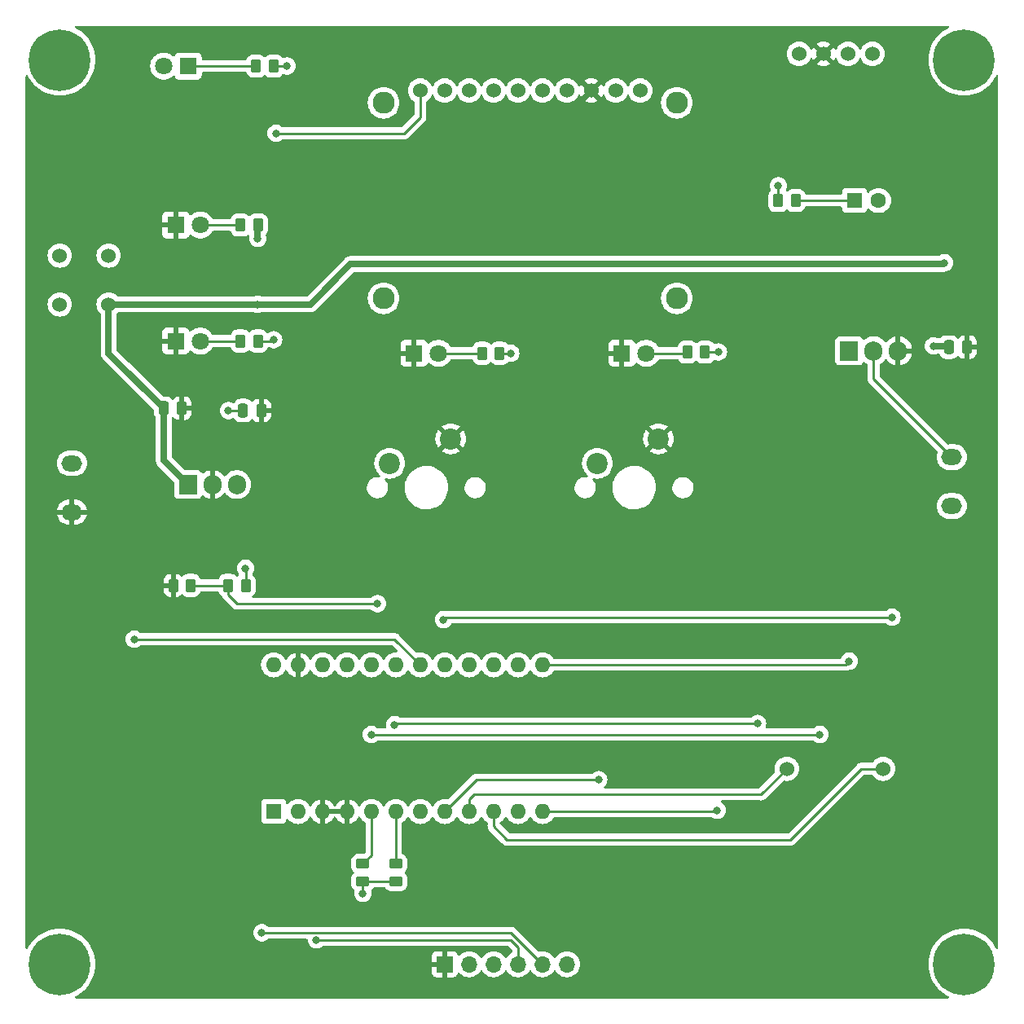
<source format=gbr>
%TF.GenerationSoftware,KiCad,Pcbnew,7.0.8-7.0.8~ubuntu22.04.1*%
%TF.CreationDate,2023-11-09T16:27:44-05:00*%
%TF.ProjectId,boot_camp_pcb,626f6f74-5f63-4616-9d70-5f7063622e6b,rev?*%
%TF.SameCoordinates,Original*%
%TF.FileFunction,Copper,L1,Top*%
%TF.FilePolarity,Positive*%
%FSLAX46Y46*%
G04 Gerber Fmt 4.6, Leading zero omitted, Abs format (unit mm)*
G04 Created by KiCad (PCBNEW 7.0.8-7.0.8~ubuntu22.04.1) date 2023-11-09 16:27:44*
%MOMM*%
%LPD*%
G01*
G04 APERTURE LIST*
G04 Aperture macros list*
%AMRoundRect*
0 Rectangle with rounded corners*
0 $1 Rounding radius*
0 $2 $3 $4 $5 $6 $7 $8 $9 X,Y pos of 4 corners*
0 Add a 4 corners polygon primitive as box body*
4,1,4,$2,$3,$4,$5,$6,$7,$8,$9,$2,$3,0*
0 Add four circle primitives for the rounded corners*
1,1,$1+$1,$2,$3*
1,1,$1+$1,$4,$5*
1,1,$1+$1,$6,$7*
1,1,$1+$1,$8,$9*
0 Add four rect primitives between the rounded corners*
20,1,$1+$1,$2,$3,$4,$5,0*
20,1,$1+$1,$4,$5,$6,$7,0*
20,1,$1+$1,$6,$7,$8,$9,0*
20,1,$1+$1,$8,$9,$2,$3,0*%
G04 Aperture macros list end*
%TA.AperFunction,ComponentPad*%
%ADD10O,1.905000X2.000000*%
%TD*%
%TA.AperFunction,ComponentPad*%
%ADD11R,1.905000X2.000000*%
%TD*%
%TA.AperFunction,SMDPad,CuDef*%
%ADD12RoundRect,0.250000X-0.262500X-0.450000X0.262500X-0.450000X0.262500X0.450000X-0.262500X0.450000X0*%
%TD*%
%TA.AperFunction,ComponentPad*%
%ADD13R,1.700000X1.700000*%
%TD*%
%TA.AperFunction,ComponentPad*%
%ADD14O,1.700000X1.700000*%
%TD*%
%TA.AperFunction,ComponentPad*%
%ADD15C,1.524000*%
%TD*%
%TA.AperFunction,ComponentPad*%
%ADD16R,1.800000X1.800000*%
%TD*%
%TA.AperFunction,ComponentPad*%
%ADD17C,1.800000*%
%TD*%
%TA.AperFunction,SMDPad,CuDef*%
%ADD18RoundRect,0.250000X0.450000X-0.262500X0.450000X0.262500X-0.450000X0.262500X-0.450000X-0.262500X0*%
%TD*%
%TA.AperFunction,ComponentPad*%
%ADD19R,1.600000X1.600000*%
%TD*%
%TA.AperFunction,ComponentPad*%
%ADD20C,1.600000*%
%TD*%
%TA.AperFunction,SMDPad,CuDef*%
%ADD21RoundRect,0.250000X0.262500X0.450000X-0.262500X0.450000X-0.262500X-0.450000X0.262500X-0.450000X0*%
%TD*%
%TA.AperFunction,SMDPad,CuDef*%
%ADD22RoundRect,0.250000X-0.250000X-0.475000X0.250000X-0.475000X0.250000X0.475000X-0.250000X0.475000X0*%
%TD*%
%TA.AperFunction,ComponentPad*%
%ADD23C,2.286000*%
%TD*%
%TA.AperFunction,ComponentPad*%
%ADD24C,2.200000*%
%TD*%
%TA.AperFunction,ComponentPad*%
%ADD25O,2.159000X1.651000*%
%TD*%
%TA.AperFunction,ComponentPad*%
%ADD26C,6.400000*%
%TD*%
%TA.AperFunction,ComponentPad*%
%ADD27O,1.600000X1.600000*%
%TD*%
%TA.AperFunction,ViaPad*%
%ADD28C,0.800000*%
%TD*%
%TA.AperFunction,Conductor*%
%ADD29C,0.250000*%
%TD*%
%TA.AperFunction,Conductor*%
%ADD30C,0.635000*%
%TD*%
G04 APERTURE END LIST*
D10*
%TO.P,Q1,3,S*%
%TO.N,GND*%
X131572000Y-74676000D03*
%TO.P,Q1,2,D*%
%TO.N,Net-(M2--)*%
X129032000Y-74676000D03*
D11*
%TO.P,Q1,1,G*%
%TO.N,Net-(A1-D10)*%
X126492000Y-74676000D03*
%TD*%
D12*
%TO.P,R11,2*%
%TO.N,Net-(A1-D9)*%
X111506000Y-74803000D03*
%TO.P,R11,1*%
%TO.N,Net-(D3-A)*%
X109681000Y-74803000D03*
%TD*%
%TO.P,R10,2*%
%TO.N,Net-(A1-D8)*%
X90170000Y-74930000D03*
%TO.P,R10,1*%
%TO.N,Net-(D2-A)*%
X88345000Y-74930000D03*
%TD*%
D13*
%TO.P,J2,1,Pin_1*%
%TO.N,GND*%
X84455000Y-138430000D03*
D14*
%TO.P,J2,2,Pin_2*%
%TO.N,unconnected-(J2-Pin_2-Pad2)*%
X86995000Y-138430000D03*
%TO.P,J2,3,Pin_3*%
%TO.N,unconnected-(J2-Pin_3-Pad3)*%
X89535000Y-138430000D03*
%TO.P,J2,4,Pin_4*%
%TO.N,/RX*%
X92075000Y-138430000D03*
%TO.P,J2,5,Pin_5*%
%TO.N,/TX*%
X94615000Y-138430000D03*
%TO.P,J2,6,Pin_6*%
%TO.N,unconnected-(J2-Pin_6-Pad6)*%
X97155000Y-138430000D03*
%TD*%
D15*
%TO.P,SW1,1,A*%
%TO.N,Net-(J1-Pin_1)*%
X49530000Y-64770000D03*
%TO.P,SW1,2,B*%
%TO.N,+12V*%
X49530000Y-69850000D03*
%TO.P,SW1,3*%
%TO.N,N/C*%
X44450000Y-64770000D03*
%TO.P,SW1,4*%
X44450000Y-69850000D03*
%TD*%
D16*
%TO.P,D4,1,K*%
%TO.N,GND*%
X56510000Y-61595000D03*
D17*
%TO.P,D4,2,A*%
%TO.N,Net-(D4-A)*%
X59050000Y-61595000D03*
%TD*%
D18*
%TO.P,R5,1*%
%TO.N,+5V*%
X75946000Y-129817500D03*
%TO.P,R5,2*%
%TO.N,/SDA*%
X75946000Y-127992500D03*
%TD*%
D19*
%TO.P,TH1,1*%
%TO.N,Net-(R1-Pad2)*%
X127040000Y-59055000D03*
D20*
%TO.P,TH1,2*%
%TO.N,Net-(A1-A0)*%
X129540000Y-59055000D03*
%TD*%
D21*
%TO.P,R6,1*%
%TO.N,+5V*%
X65047500Y-73660000D03*
%TO.P,R6,2*%
%TO.N,Net-(D1-A)*%
X63222500Y-73660000D03*
%TD*%
D16*
%TO.P,D3,1,K*%
%TO.N,GND*%
X102870000Y-74930000D03*
D17*
%TO.P,D3,2,A*%
%TO.N,Net-(D3-A)*%
X105410000Y-74930000D03*
%TD*%
D22*
%TO.P,C2,1*%
%TO.N,+12V*%
X55250000Y-80645000D03*
%TO.P,C2,2*%
%TO.N,GND*%
X57150000Y-80645000D03*
%TD*%
D15*
%TO.P,DP1,1,RX*%
%TO.N,/TX*%
X81915000Y-47625000D03*
%TO.P,DP1,2*%
%TO.N,N/C*%
X84455000Y-47625000D03*
%TO.P,DP1,3*%
X86995000Y-47625000D03*
%TO.P,DP1,4*%
X89535000Y-47625000D03*
%TO.P,DP1,5*%
X92075000Y-47625000D03*
%TO.P,DP1,6*%
X94615000Y-47625000D03*
%TO.P,DP1,7,VCC*%
%TO.N,+5V*%
X97155000Y-47625000D03*
%TO.P,DP1,8,GND*%
%TO.N,GND*%
X99695000Y-47625000D03*
%TO.P,DP1,9*%
%TO.N,N/C*%
X102235000Y-47625000D03*
%TO.P,DP1,10*%
X104775000Y-47625000D03*
D23*
%TO.P,DP1,11*%
X78105000Y-48895000D03*
%TO.P,DP1,12*%
X108585000Y-48895000D03*
%TO.P,DP1,13*%
X108585000Y-69215000D03*
%TO.P,DP1,14*%
X78105000Y-69215000D03*
%TD*%
D24*
%TO.P,SW3,1,1*%
%TO.N,GND*%
X106680000Y-83820000D03*
%TO.P,SW3,2,2*%
%TO.N,Net-(A1-D5)*%
X100330000Y-86360000D03*
%TD*%
D25*
%TO.P,M2,1,+*%
%TO.N,+12V*%
X137160000Y-90805000D03*
%TO.P,M2,2,-*%
%TO.N,Net-(M2--)*%
X137160000Y-85725000D03*
%TD*%
D16*
%TO.P,D2,1,K*%
%TO.N,GND*%
X81275000Y-74930000D03*
D17*
%TO.P,D2,2,A*%
%TO.N,Net-(D2-A)*%
X83815000Y-74930000D03*
%TD*%
D16*
%TO.P,D1,1,K*%
%TO.N,GND*%
X56510000Y-73660000D03*
D17*
%TO.P,D1,2,A*%
%TO.N,Net-(D1-A)*%
X59050000Y-73660000D03*
%TD*%
D12*
%TO.P,R1,1*%
%TO.N,+5V*%
X119102500Y-59055000D03*
%TO.P,R1,2*%
%TO.N,Net-(R1-Pad2)*%
X120927500Y-59055000D03*
%TD*%
D15*
%TO.P,LS1,1,1*%
%TO.N,Net-(A1-D6)*%
X120015000Y-118110000D03*
%TO.P,LS1,2,2*%
%TO.N,Net-(A1-D7)*%
X130015000Y-118110000D03*
%TD*%
D18*
%TO.P,R4,1*%
%TO.N,+5V*%
X79375000Y-129817500D03*
%TO.P,R4,2*%
%TO.N,/SCL*%
X79375000Y-127992500D03*
%TD*%
D26*
%TO.P,H2,1*%
%TO.N,N/C*%
X138430000Y-44450000D03*
%TD*%
%TO.P,H1,1*%
%TO.N,N/C*%
X44450000Y-44450000D03*
%TD*%
D25*
%TO.P,J1,2,Pin_2*%
%TO.N,GND*%
X45720000Y-91440000D03*
%TO.P,J1,1,Pin_1*%
%TO.N,Net-(J1-Pin_1)*%
X45720000Y-86360000D03*
%TD*%
D12*
%TO.P,R9,1*%
%TO.N,GND*%
X56237500Y-99060000D03*
%TO.P,R9,2*%
%TO.N,Net-(A1-A2)*%
X58062500Y-99060000D03*
%TD*%
D10*
%TO.P,U2,3,VO*%
%TO.N,+5V*%
X62865000Y-88575000D03*
%TO.P,U2,2,GND*%
%TO.N,GND*%
X60325000Y-88575000D03*
D11*
%TO.P,U2,1,VI*%
%TO.N,+12V*%
X57785000Y-88575000D03*
%TD*%
D22*
%TO.P,C3,1*%
%TO.N,+12V*%
X136845000Y-74295000D03*
%TO.P,C3,2*%
%TO.N,GND*%
X138745000Y-74295000D03*
%TD*%
D15*
%TO.P,U1,1,VDD*%
%TO.N,+5V*%
X128905000Y-43815000D03*
%TO.P,U1,2,SDA*%
%TO.N,/SDA*%
X126365000Y-43815000D03*
%TO.P,U1,3,GND*%
%TO.N,GND*%
X123825000Y-43815000D03*
%TO.P,U1,4,SCL*%
%TO.N,/SCL*%
X121285000Y-43815000D03*
%TD*%
D22*
%TO.P,C1,1*%
%TO.N,+5V*%
X63505000Y-80880000D03*
%TO.P,C1,2*%
%TO.N,GND*%
X65405000Y-80880000D03*
%TD*%
D19*
%TO.P,A1,1,D1/TX*%
%TO.N,/TX*%
X66675000Y-122555000D03*
D27*
%TO.P,A1,2,D0/RX*%
%TO.N,/RX*%
X69215000Y-122555000D03*
%TO.P,A1,3,GND*%
%TO.N,GND*%
X71755000Y-122555000D03*
%TO.P,A1,4,GND*%
X74295000Y-122555000D03*
%TO.P,A1,5,D2*%
%TO.N,/SDA*%
X76835000Y-122555000D03*
%TO.P,A1,6,D3*%
%TO.N,/SCL*%
X79375000Y-122555000D03*
%TO.P,A1,7,D4*%
%TO.N,Net-(A1-D4)*%
X81915000Y-122555000D03*
%TO.P,A1,8,D5*%
%TO.N,Net-(A1-D5)*%
X84455000Y-122555000D03*
%TO.P,A1,9,D6*%
%TO.N,Net-(A1-D6)*%
X86995000Y-122555000D03*
%TO.P,A1,10,D7*%
%TO.N,Net-(A1-D7)*%
X89535000Y-122555000D03*
%TO.P,A1,11,D8*%
%TO.N,Net-(A1-D8)*%
X92075000Y-122555000D03*
%TO.P,A1,12,D9*%
%TO.N,Net-(A1-D9)*%
X94615000Y-122555000D03*
%TO.P,A1,13,D10*%
%TO.N,Net-(A1-D10)*%
X94615000Y-107315000D03*
%TO.P,A1,14,D16*%
%TO.N,/MOSI*%
X92075000Y-107315000D03*
%TO.P,A1,15,D14*%
%TO.N,/MISO*%
X89535000Y-107315000D03*
%TO.P,A1,16,D15*%
%TO.N,/SCK*%
X86995000Y-107315000D03*
%TO.P,A1,17,A0*%
%TO.N,Net-(A1-A0)*%
X84455000Y-107315000D03*
%TO.P,A1,18,A1*%
%TO.N,Net-(A1-A1)*%
X81915000Y-107315000D03*
%TO.P,A1,19,A2*%
%TO.N,Net-(A1-A2)*%
X79375000Y-107315000D03*
%TO.P,A1,20,A3*%
%TO.N,unconnected-(A1-A3-Pad20)*%
X76835000Y-107315000D03*
%TO.P,A1,21,+5V*%
%TO.N,+5V*%
X74295000Y-107315000D03*
%TO.P,A1,22,~{RESET}*%
%TO.N,unconnected-(A1-~{RESET}-Pad22)*%
X71755000Y-107315000D03*
%TO.P,A1,23,GND*%
%TO.N,GND*%
X69215000Y-107315000D03*
%TO.P,A1,24*%
%TO.N,N/C*%
X66675000Y-107315000D03*
%TD*%
D12*
%TO.P,R8,1*%
%TO.N,Net-(A1-A2)*%
X61952500Y-99060000D03*
%TO.P,R8,2*%
%TO.N,+12V*%
X63777500Y-99060000D03*
%TD*%
D16*
%TO.P,R7,1*%
%TO.N,Net-(R3-Pad2)*%
X57790000Y-45085000D03*
D17*
%TO.P,R7,2*%
%TO.N,Net-(A1-A1)*%
X55250000Y-45085000D03*
%TD*%
D26*
%TO.P,H3,1*%
%TO.N,N/C*%
X44450000Y-138430000D03*
%TD*%
D24*
%TO.P,SW2,1,1*%
%TO.N,GND*%
X85090000Y-83820000D03*
%TO.P,SW2,2,2*%
%TO.N,Net-(A1-D4)*%
X78740000Y-86360000D03*
%TD*%
D21*
%TO.P,R2,2*%
%TO.N,Net-(D4-A)*%
X63222500Y-61595000D03*
%TO.P,R2,1*%
%TO.N,+12V*%
X65047500Y-61595000D03*
%TD*%
%TO.P,R3,1*%
%TO.N,+5V*%
X66675000Y-45085000D03*
%TO.P,R3,2*%
%TO.N,Net-(R3-Pad2)*%
X64850000Y-45085000D03*
%TD*%
D26*
%TO.P,H4,1*%
%TO.N,N/C*%
X138430000Y-138430000D03*
%TD*%
D28*
%TO.N,+5V*%
X75946000Y-131064000D03*
X68072000Y-45085000D03*
X66675000Y-73533000D03*
X61976000Y-80899000D03*
%TO.N,+12V*%
X63754000Y-97282000D03*
%TO.N,Net-(A1-A1)*%
X52197000Y-104648000D03*
%TO.N,+5V*%
X119126000Y-57531000D03*
%TO.N,Net-(A1-A0)*%
X84328000Y-102616000D03*
X130937000Y-102362000D03*
%TO.N,+12V*%
X135255000Y-74168000D03*
X136398000Y-65532000D03*
X65024000Y-62992000D03*
X65024000Y-69850000D03*
%TO.N,/TX*%
X65442000Y-135165000D03*
%TO.N,/RX*%
X71120000Y-135890000D03*
%TO.N,/TX*%
X66929000Y-52070000D03*
%TO.N,Net-(A1-D10)*%
X126492000Y-106934000D03*
%TO.N,Net-(A1-D8)*%
X91313000Y-74930000D03*
%TO.N,Net-(A1-D9)*%
X112903000Y-74803000D03*
X112776000Y-122428000D03*
%TO.N,Net-(A1-A2)*%
X77470000Y-100965000D03*
%TO.N,Net-(A1-D5)*%
X100457000Y-119253000D03*
%TO.N,/SDA*%
X76835000Y-114554000D03*
X123444000Y-114554000D03*
%TO.N,/SCL*%
X79248000Y-113538000D03*
X116967000Y-113411000D03*
%TD*%
D29*
%TO.N,Net-(D1-A)*%
X63222500Y-73660000D02*
X59050000Y-73660000D01*
%TO.N,+5V*%
X75946000Y-129817500D02*
X75946000Y-131064000D01*
X75946000Y-129817500D02*
X79375000Y-129817500D01*
X66675000Y-45085000D02*
X68072000Y-45085000D01*
X65047500Y-73660000D02*
X66548000Y-73660000D01*
X66548000Y-73660000D02*
X66675000Y-73533000D01*
X63505000Y-80880000D02*
X61995000Y-80880000D01*
X61995000Y-80880000D02*
X61976000Y-80899000D01*
D30*
%TO.N,+12V*%
X55250000Y-80645000D02*
X55250000Y-86040000D01*
X55250000Y-86040000D02*
X57785000Y-88575000D01*
D29*
X63777500Y-99060000D02*
X63777500Y-97305500D01*
X63777500Y-97305500D02*
X63754000Y-97282000D01*
%TO.N,Net-(A1-A1)*%
X52197000Y-104648000D02*
X79248000Y-104648000D01*
X79248000Y-104648000D02*
X81915000Y-107315000D01*
%TO.N,+5V*%
X119102500Y-59055000D02*
X119102500Y-57554500D01*
X119102500Y-57554500D02*
X119126000Y-57531000D01*
%TO.N,Net-(A1-A0)*%
X130937000Y-102362000D02*
X84582000Y-102362000D01*
X84582000Y-102362000D02*
X84328000Y-102616000D01*
%TO.N,Net-(D3-A)*%
X105410000Y-74930000D02*
X109554000Y-74930000D01*
X109554000Y-74930000D02*
X109681000Y-74803000D01*
%TO.N,Net-(D2-A)*%
X83815000Y-74930000D02*
X88345000Y-74930000D01*
%TO.N,Net-(R1-Pad2)*%
X127040000Y-59055000D02*
X120927500Y-59055000D01*
D30*
%TO.N,+12V*%
X135255000Y-74168000D02*
X136718000Y-74168000D01*
X136718000Y-74168000D02*
X136845000Y-74295000D01*
X65024000Y-69850000D02*
X70485000Y-69850000D01*
X70485000Y-69850000D02*
X74676000Y-65659000D01*
X74676000Y-65659000D02*
X136271000Y-65659000D01*
X136271000Y-65659000D02*
X136398000Y-65532000D01*
X65024000Y-62992000D02*
X65024000Y-61618500D01*
X65024000Y-61618500D02*
X65047500Y-61595000D01*
X49530000Y-69850000D02*
X65024000Y-69850000D01*
X49530000Y-69850000D02*
X49530000Y-74925000D01*
X49530000Y-74925000D02*
X55250000Y-80645000D01*
D29*
%TO.N,Net-(D4-A)*%
X59050000Y-61595000D02*
X63222500Y-61595000D01*
%TO.N,Net-(M2--)*%
X129032000Y-74676000D02*
X129032000Y-77597000D01*
X129032000Y-77597000D02*
X137160000Y-85725000D01*
%TO.N,Net-(A1-D7)*%
X130015000Y-118110000D02*
X127762000Y-118110000D01*
X127762000Y-118110000D02*
X120396000Y-125476000D01*
X120396000Y-125476000D02*
X90932000Y-125476000D01*
X90932000Y-125476000D02*
X89535000Y-124079000D01*
X89535000Y-124079000D02*
X89535000Y-122555000D01*
%TO.N,Net-(A1-D6)*%
X120015000Y-118110000D02*
X117348000Y-120777000D01*
X117348000Y-120777000D02*
X87503000Y-120777000D01*
X87503000Y-120777000D02*
X86995000Y-121285000D01*
X86995000Y-121285000D02*
X86995000Y-122555000D01*
%TO.N,/SCL*%
X79375000Y-122555000D02*
X79375000Y-127992500D01*
%TO.N,/SDA*%
X76835000Y-122555000D02*
X76835000Y-127103500D01*
X76835000Y-127103500D02*
X75946000Y-127992500D01*
%TO.N,/TX*%
X94615000Y-138430000D02*
X91350000Y-135165000D01*
X91350000Y-135165000D02*
X65442000Y-135165000D01*
X65405000Y-135128000D02*
X65442000Y-135165000D01*
%TO.N,/RX*%
X92075000Y-138430000D02*
X92075000Y-136652000D01*
X92075000Y-136652000D02*
X91313000Y-135890000D01*
X91313000Y-135890000D02*
X71120000Y-135890000D01*
%TO.N,/TX*%
X81915000Y-47625000D02*
X81915000Y-50419000D01*
X81915000Y-50419000D02*
X80264000Y-52070000D01*
X80264000Y-52070000D02*
X66929000Y-52070000D01*
%TO.N,Net-(A1-D10)*%
X126492000Y-106934000D02*
X126111000Y-107315000D01*
X126111000Y-107315000D02*
X94615000Y-107315000D01*
%TO.N,Net-(A1-D8)*%
X90170000Y-74930000D02*
X91313000Y-74930000D01*
%TO.N,Net-(A1-D9)*%
X94615000Y-122555000D02*
X112649000Y-122555000D01*
X112649000Y-122555000D02*
X112776000Y-122428000D01*
X111506000Y-74803000D02*
X112903000Y-74803000D01*
%TO.N,Net-(A1-A2)*%
X61952500Y-99060000D02*
X61952500Y-100052500D01*
X61952500Y-100052500D02*
X62865000Y-100965000D01*
X62865000Y-100965000D02*
X77470000Y-100965000D01*
X58062500Y-99060000D02*
X61952500Y-99060000D01*
%TO.N,Net-(A1-D5)*%
X100457000Y-119253000D02*
X87757000Y-119253000D01*
X87757000Y-119253000D02*
X84455000Y-122555000D01*
%TO.N,/SDA*%
X123444000Y-114554000D02*
X76835000Y-114554000D01*
%TO.N,/SCL*%
X79375000Y-113411000D02*
X79248000Y-113538000D01*
X116967000Y-113411000D02*
X79375000Y-113411000D01*
%TO.N,Net-(R3-Pad2)*%
X57790000Y-45085000D02*
X64850000Y-45085000D01*
%TD*%
%TA.AperFunction,Conductor*%
%TO.N,GND*%
G36*
X73967359Y-122316955D02*
G01*
X73909835Y-122429852D01*
X73890014Y-122555000D01*
X73909835Y-122680148D01*
X73967359Y-122793045D01*
X73979314Y-122805000D01*
X72070686Y-122805000D01*
X72082641Y-122793045D01*
X72140165Y-122680148D01*
X72159986Y-122555000D01*
X72140165Y-122429852D01*
X72082641Y-122316955D01*
X72070686Y-122305000D01*
X73979314Y-122305000D01*
X73967359Y-122316955D01*
G37*
%TD.AperFunction*%
%TA.AperFunction,Conductor*%
G36*
X136807552Y-40914185D02*
G01*
X136853307Y-40966989D01*
X136863251Y-41036147D01*
X136834226Y-41099703D01*
X136796808Y-41128985D01*
X136577206Y-41240877D01*
X136251917Y-41452122D01*
X135950488Y-41696215D01*
X135950480Y-41696222D01*
X135676222Y-41970480D01*
X135676215Y-41970488D01*
X135432122Y-42271917D01*
X135220877Y-42597206D01*
X135044787Y-42942802D01*
X134905788Y-43304905D01*
X134805397Y-43679570D01*
X134805397Y-43679572D01*
X134744722Y-44062660D01*
X134724422Y-44449999D01*
X134724422Y-44450000D01*
X134744722Y-44837339D01*
X134805397Y-45220427D01*
X134805397Y-45220429D01*
X134905788Y-45595094D01*
X135044787Y-45957197D01*
X135220877Y-46302793D01*
X135432122Y-46628082D01*
X135432124Y-46628084D01*
X135676219Y-46929516D01*
X135950484Y-47203781D01*
X136094225Y-47320180D01*
X136251917Y-47447877D01*
X136577206Y-47659122D01*
X136577211Y-47659125D01*
X136922806Y-47835214D01*
X137284913Y-47974214D01*
X137659567Y-48074602D01*
X138042662Y-48135278D01*
X138408576Y-48154455D01*
X138429999Y-48155578D01*
X138430000Y-48155578D01*
X138430001Y-48155578D01*
X138450301Y-48154514D01*
X138817338Y-48135278D01*
X139200433Y-48074602D01*
X139575087Y-47974214D01*
X139937194Y-47835214D01*
X140282789Y-47659125D01*
X140608084Y-47447876D01*
X140909516Y-47203781D01*
X141183781Y-46929516D01*
X141427876Y-46628084D01*
X141553848Y-46434104D01*
X141639124Y-46302791D01*
X141639125Y-46302789D01*
X141751015Y-46083192D01*
X141798989Y-46032395D01*
X141866810Y-46015600D01*
X141932945Y-46038137D01*
X141976397Y-46092852D01*
X141985500Y-46139486D01*
X141985500Y-136740513D01*
X141965815Y-136807552D01*
X141913011Y-136853307D01*
X141843853Y-136863251D01*
X141780297Y-136834226D01*
X141751015Y-136796808D01*
X141639122Y-136577206D01*
X141427877Y-136251917D01*
X141183784Y-135950488D01*
X141183781Y-135950484D01*
X140909516Y-135676219D01*
X140733006Y-135533284D01*
X140608082Y-135432122D01*
X140282793Y-135220877D01*
X139937197Y-135044787D01*
X139575094Y-134905788D01*
X139575087Y-134905786D01*
X139200433Y-134805398D01*
X139200429Y-134805397D01*
X139200428Y-134805397D01*
X138817339Y-134744722D01*
X138430001Y-134724422D01*
X138429999Y-134724422D01*
X138042660Y-134744722D01*
X137659572Y-134805397D01*
X137659570Y-134805397D01*
X137284905Y-134905788D01*
X136922802Y-135044787D01*
X136577206Y-135220877D01*
X136251917Y-135432122D01*
X135950488Y-135676215D01*
X135950480Y-135676222D01*
X135676222Y-135950480D01*
X135676215Y-135950488D01*
X135432122Y-136251917D01*
X135220877Y-136577206D01*
X135044787Y-136922802D01*
X134905788Y-137284905D01*
X134805397Y-137659570D01*
X134805397Y-137659572D01*
X134744722Y-138042660D01*
X134724422Y-138429999D01*
X134724422Y-138430000D01*
X134744722Y-138817339D01*
X134756811Y-138893664D01*
X134805398Y-139200433D01*
X134891584Y-139522086D01*
X134905788Y-139575094D01*
X135044787Y-139937197D01*
X135220877Y-140282793D01*
X135432122Y-140608082D01*
X135432124Y-140608084D01*
X135676219Y-140909516D01*
X135950484Y-141183781D01*
X135950488Y-141183784D01*
X136251917Y-141427877D01*
X136577206Y-141639122D01*
X136577211Y-141639125D01*
X136785589Y-141745298D01*
X136796808Y-141751015D01*
X136847604Y-141798989D01*
X136864399Y-141866810D01*
X136841862Y-141932945D01*
X136787147Y-141976397D01*
X136740513Y-141985500D01*
X46139487Y-141985500D01*
X46072448Y-141965815D01*
X46026693Y-141913011D01*
X46016749Y-141843853D01*
X46045774Y-141780297D01*
X46083192Y-141751015D01*
X46088614Y-141748251D01*
X46302789Y-141639125D01*
X46628084Y-141427876D01*
X46929516Y-141183781D01*
X47203781Y-140909516D01*
X47447876Y-140608084D01*
X47659125Y-140282789D01*
X47835214Y-139937194D01*
X47974214Y-139575087D01*
X48074602Y-139200433D01*
X48135278Y-138817338D01*
X48155578Y-138430000D01*
X48135278Y-138042662D01*
X48074602Y-137659567D01*
X47974214Y-137284913D01*
X47835214Y-136922806D01*
X47659125Y-136577211D01*
X47645692Y-136556526D01*
X47447877Y-136251917D01*
X47203784Y-135950488D01*
X47203781Y-135950484D01*
X46929516Y-135676219D01*
X46753006Y-135533284D01*
X46628082Y-135432122D01*
X46302793Y-135220877D01*
X46193128Y-135165000D01*
X64536540Y-135165000D01*
X64556326Y-135353256D01*
X64556327Y-135353259D01*
X64614818Y-135533277D01*
X64614821Y-135533284D01*
X64709467Y-135697216D01*
X64811185Y-135810185D01*
X64836129Y-135837888D01*
X64989265Y-135949148D01*
X64989270Y-135949151D01*
X65162192Y-136026142D01*
X65162197Y-136026144D01*
X65347354Y-136065500D01*
X65347355Y-136065500D01*
X65536644Y-136065500D01*
X65536646Y-136065500D01*
X65721803Y-136026144D01*
X65894730Y-135949151D01*
X66047871Y-135837888D01*
X66050788Y-135834647D01*
X66053600Y-135831526D01*
X66113087Y-135794879D01*
X66145748Y-135790500D01*
X70092432Y-135790500D01*
X70159471Y-135810185D01*
X70205226Y-135862989D01*
X70215752Y-135901535D01*
X70234326Y-136078256D01*
X70234327Y-136078259D01*
X70292818Y-136258277D01*
X70292821Y-136258284D01*
X70387467Y-136422216D01*
X70489185Y-136535185D01*
X70514129Y-136562888D01*
X70667265Y-136674148D01*
X70667270Y-136674151D01*
X70840192Y-136751142D01*
X70840197Y-136751144D01*
X71025354Y-136790500D01*
X71025355Y-136790500D01*
X71214644Y-136790500D01*
X71214646Y-136790500D01*
X71399803Y-136751144D01*
X71572730Y-136674151D01*
X71725871Y-136562888D01*
X71728788Y-136559647D01*
X71731600Y-136556526D01*
X71791087Y-136519879D01*
X71823748Y-136515500D01*
X91002548Y-136515500D01*
X91069587Y-136535185D01*
X91090229Y-136551819D01*
X91413181Y-136874771D01*
X91446666Y-136936094D01*
X91449500Y-136962452D01*
X91449500Y-137154773D01*
X91429815Y-137221812D01*
X91396623Y-137256348D01*
X91203597Y-137391505D01*
X91036505Y-137558597D01*
X90906575Y-137744158D01*
X90851998Y-137787783D01*
X90782500Y-137794977D01*
X90720145Y-137763454D01*
X90703425Y-137744158D01*
X90573494Y-137558597D01*
X90406402Y-137391506D01*
X90406395Y-137391501D01*
X90212834Y-137255967D01*
X90212830Y-137255965D01*
X90141727Y-137222809D01*
X89998663Y-137156097D01*
X89998659Y-137156096D01*
X89998655Y-137156094D01*
X89770413Y-137094938D01*
X89770403Y-137094936D01*
X89535001Y-137074341D01*
X89534999Y-137074341D01*
X89299596Y-137094936D01*
X89299586Y-137094938D01*
X89071344Y-137156094D01*
X89071335Y-137156098D01*
X88857171Y-137255964D01*
X88857169Y-137255965D01*
X88663597Y-137391505D01*
X88496505Y-137558597D01*
X88366575Y-137744158D01*
X88311998Y-137787783D01*
X88242500Y-137794977D01*
X88180145Y-137763454D01*
X88163425Y-137744158D01*
X88033494Y-137558597D01*
X87866402Y-137391506D01*
X87866395Y-137391501D01*
X87672834Y-137255967D01*
X87672830Y-137255965D01*
X87601727Y-137222809D01*
X87458663Y-137156097D01*
X87458659Y-137156096D01*
X87458655Y-137156094D01*
X87230413Y-137094938D01*
X87230403Y-137094936D01*
X86995001Y-137074341D01*
X86994999Y-137074341D01*
X86759596Y-137094936D01*
X86759586Y-137094938D01*
X86531344Y-137156094D01*
X86531335Y-137156098D01*
X86317171Y-137255964D01*
X86317169Y-137255965D01*
X86123600Y-137391503D01*
X86001284Y-137513819D01*
X85939961Y-137547303D01*
X85870269Y-137542319D01*
X85814336Y-137500447D01*
X85797421Y-137469470D01*
X85748354Y-137337913D01*
X85748350Y-137337906D01*
X85662190Y-137222812D01*
X85662187Y-137222809D01*
X85547093Y-137136649D01*
X85547086Y-137136645D01*
X85412379Y-137086403D01*
X85412372Y-137086401D01*
X85352844Y-137080000D01*
X84705000Y-137080000D01*
X84705000Y-137994498D01*
X84597315Y-137945320D01*
X84490763Y-137930000D01*
X84419237Y-137930000D01*
X84312685Y-137945320D01*
X84205000Y-137994498D01*
X84205000Y-137080000D01*
X83557155Y-137080000D01*
X83497627Y-137086401D01*
X83497620Y-137086403D01*
X83362913Y-137136645D01*
X83362906Y-137136649D01*
X83247812Y-137222809D01*
X83247809Y-137222812D01*
X83161649Y-137337906D01*
X83161645Y-137337913D01*
X83111403Y-137472620D01*
X83111401Y-137472627D01*
X83105000Y-137532155D01*
X83105000Y-138180000D01*
X84021314Y-138180000D01*
X83995507Y-138220156D01*
X83955000Y-138358111D01*
X83955000Y-138501889D01*
X83995507Y-138639844D01*
X84021314Y-138680000D01*
X83105000Y-138680000D01*
X83105000Y-139327844D01*
X83111401Y-139387372D01*
X83111403Y-139387379D01*
X83161645Y-139522086D01*
X83161649Y-139522093D01*
X83247809Y-139637187D01*
X83247812Y-139637190D01*
X83362906Y-139723350D01*
X83362913Y-139723354D01*
X83497620Y-139773596D01*
X83497627Y-139773598D01*
X83557155Y-139779999D01*
X83557172Y-139780000D01*
X84205000Y-139780000D01*
X84205000Y-138865501D01*
X84312685Y-138914680D01*
X84419237Y-138930000D01*
X84490763Y-138930000D01*
X84597315Y-138914680D01*
X84705000Y-138865501D01*
X84705000Y-139780000D01*
X85352828Y-139780000D01*
X85352844Y-139779999D01*
X85412372Y-139773598D01*
X85412379Y-139773596D01*
X85547086Y-139723354D01*
X85547093Y-139723350D01*
X85662187Y-139637190D01*
X85662190Y-139637187D01*
X85748350Y-139522093D01*
X85748354Y-139522086D01*
X85797422Y-139390529D01*
X85839293Y-139334595D01*
X85904757Y-139310178D01*
X85973030Y-139325030D01*
X86001285Y-139346181D01*
X86123599Y-139468495D01*
X86200135Y-139522086D01*
X86317165Y-139604032D01*
X86317167Y-139604033D01*
X86317170Y-139604035D01*
X86531337Y-139703903D01*
X86759592Y-139765063D01*
X86930319Y-139780000D01*
X86994999Y-139785659D01*
X86995000Y-139785659D01*
X86995001Y-139785659D01*
X87059681Y-139780000D01*
X87230408Y-139765063D01*
X87458663Y-139703903D01*
X87672830Y-139604035D01*
X87866401Y-139468495D01*
X88033495Y-139301401D01*
X88163425Y-139115842D01*
X88218002Y-139072217D01*
X88287500Y-139065023D01*
X88349855Y-139096546D01*
X88366575Y-139115842D01*
X88496500Y-139301395D01*
X88496505Y-139301401D01*
X88663599Y-139468495D01*
X88740135Y-139522086D01*
X88857165Y-139604032D01*
X88857167Y-139604033D01*
X88857170Y-139604035D01*
X89071337Y-139703903D01*
X89299592Y-139765063D01*
X89470319Y-139780000D01*
X89534999Y-139785659D01*
X89535000Y-139785659D01*
X89535001Y-139785659D01*
X89599681Y-139780000D01*
X89770408Y-139765063D01*
X89998663Y-139703903D01*
X90212830Y-139604035D01*
X90406401Y-139468495D01*
X90573495Y-139301401D01*
X90703425Y-139115842D01*
X90758002Y-139072217D01*
X90827500Y-139065023D01*
X90889855Y-139096546D01*
X90906575Y-139115842D01*
X91036500Y-139301395D01*
X91036505Y-139301401D01*
X91203599Y-139468495D01*
X91280135Y-139522086D01*
X91397165Y-139604032D01*
X91397167Y-139604033D01*
X91397170Y-139604035D01*
X91611337Y-139703903D01*
X91839592Y-139765063D01*
X92010319Y-139780000D01*
X92074999Y-139785659D01*
X92075000Y-139785659D01*
X92075001Y-139785659D01*
X92139681Y-139780000D01*
X92310408Y-139765063D01*
X92538663Y-139703903D01*
X92752830Y-139604035D01*
X92946401Y-139468495D01*
X93113495Y-139301401D01*
X93243425Y-139115842D01*
X93298002Y-139072217D01*
X93367500Y-139065023D01*
X93429855Y-139096546D01*
X93446575Y-139115842D01*
X93576500Y-139301395D01*
X93576505Y-139301401D01*
X93743599Y-139468495D01*
X93820135Y-139522086D01*
X93937165Y-139604032D01*
X93937167Y-139604033D01*
X93937170Y-139604035D01*
X94151337Y-139703903D01*
X94379592Y-139765063D01*
X94550319Y-139780000D01*
X94614999Y-139785659D01*
X94615000Y-139785659D01*
X94615001Y-139785659D01*
X94679681Y-139780000D01*
X94850408Y-139765063D01*
X95078663Y-139703903D01*
X95292830Y-139604035D01*
X95486401Y-139468495D01*
X95653495Y-139301401D01*
X95783425Y-139115842D01*
X95838002Y-139072217D01*
X95907500Y-139065023D01*
X95969855Y-139096546D01*
X95986575Y-139115842D01*
X96116500Y-139301395D01*
X96116505Y-139301401D01*
X96283599Y-139468495D01*
X96360135Y-139522086D01*
X96477165Y-139604032D01*
X96477167Y-139604033D01*
X96477170Y-139604035D01*
X96691337Y-139703903D01*
X96919592Y-139765063D01*
X97090319Y-139780000D01*
X97154999Y-139785659D01*
X97155000Y-139785659D01*
X97155001Y-139785659D01*
X97219681Y-139780000D01*
X97390408Y-139765063D01*
X97618663Y-139703903D01*
X97832830Y-139604035D01*
X98026401Y-139468495D01*
X98193495Y-139301401D01*
X98329035Y-139107830D01*
X98428903Y-138893663D01*
X98490063Y-138665408D01*
X98510659Y-138430000D01*
X98490063Y-138194592D01*
X98428903Y-137966337D01*
X98329035Y-137752171D01*
X98323425Y-137744158D01*
X98193494Y-137558597D01*
X98026402Y-137391506D01*
X98026395Y-137391501D01*
X97832834Y-137255967D01*
X97832830Y-137255965D01*
X97761727Y-137222809D01*
X97618663Y-137156097D01*
X97618659Y-137156096D01*
X97618655Y-137156094D01*
X97390413Y-137094938D01*
X97390403Y-137094936D01*
X97155001Y-137074341D01*
X97154999Y-137074341D01*
X96919596Y-137094936D01*
X96919586Y-137094938D01*
X96691344Y-137156094D01*
X96691335Y-137156098D01*
X96477171Y-137255964D01*
X96477169Y-137255965D01*
X96283597Y-137391505D01*
X96116505Y-137558597D01*
X95986575Y-137744158D01*
X95931998Y-137787783D01*
X95862500Y-137794977D01*
X95800145Y-137763454D01*
X95783425Y-137744158D01*
X95653494Y-137558597D01*
X95486402Y-137391506D01*
X95486395Y-137391501D01*
X95292834Y-137255967D01*
X95292830Y-137255965D01*
X95221727Y-137222809D01*
X95078663Y-137156097D01*
X95078659Y-137156096D01*
X95078655Y-137156094D01*
X94850413Y-137094938D01*
X94850403Y-137094936D01*
X94615001Y-137074341D01*
X94614999Y-137074341D01*
X94379590Y-137094937D01*
X94379589Y-137094937D01*
X94279124Y-137121855D01*
X94209274Y-137120191D01*
X94159352Y-137089761D01*
X91850803Y-134781212D01*
X91840980Y-134768950D01*
X91840759Y-134769134D01*
X91835786Y-134763123D01*
X91816191Y-134744722D01*
X91785364Y-134715773D01*
X91774919Y-134705328D01*
X91764475Y-134694883D01*
X91758986Y-134690625D01*
X91754561Y-134686847D01*
X91720582Y-134654938D01*
X91720580Y-134654936D01*
X91720577Y-134654935D01*
X91703029Y-134645288D01*
X91686763Y-134634604D01*
X91670933Y-134622325D01*
X91628168Y-134603818D01*
X91622922Y-134601248D01*
X91582093Y-134578803D01*
X91582092Y-134578802D01*
X91562693Y-134573822D01*
X91544281Y-134567518D01*
X91525898Y-134559562D01*
X91525892Y-134559560D01*
X91479874Y-134552272D01*
X91474152Y-134551087D01*
X91429021Y-134539500D01*
X91429019Y-134539500D01*
X91408984Y-134539500D01*
X91389586Y-134537973D01*
X91382162Y-134536797D01*
X91369805Y-134534840D01*
X91369804Y-134534840D01*
X91323416Y-134539225D01*
X91317578Y-134539500D01*
X66145748Y-134539500D01*
X66078709Y-134519815D01*
X66053600Y-134498474D01*
X66047873Y-134492114D01*
X66047869Y-134492110D01*
X65894734Y-134380851D01*
X65894729Y-134380848D01*
X65721807Y-134303857D01*
X65721802Y-134303855D01*
X65576001Y-134272865D01*
X65536646Y-134264500D01*
X65347354Y-134264500D01*
X65314897Y-134271398D01*
X65162197Y-134303855D01*
X65162192Y-134303857D01*
X64989270Y-134380848D01*
X64989265Y-134380851D01*
X64836129Y-134492111D01*
X64709466Y-134632785D01*
X64614821Y-134796715D01*
X64614818Y-134796722D01*
X64579381Y-134905788D01*
X64556326Y-134976744D01*
X64536540Y-135165000D01*
X46193128Y-135165000D01*
X45957197Y-135044787D01*
X45595094Y-134905788D01*
X45595087Y-134905786D01*
X45220433Y-134805398D01*
X45220429Y-134805397D01*
X45220428Y-134805397D01*
X44837339Y-134744722D01*
X44450001Y-134724422D01*
X44449999Y-134724422D01*
X44062660Y-134744722D01*
X43679572Y-134805397D01*
X43679570Y-134805397D01*
X43304905Y-134905788D01*
X42942802Y-135044787D01*
X42597206Y-135220877D01*
X42271917Y-135432122D01*
X41970488Y-135676215D01*
X41970480Y-135676222D01*
X41696222Y-135950480D01*
X41696215Y-135950488D01*
X41452122Y-136251917D01*
X41240877Y-136577206D01*
X41128985Y-136796808D01*
X41081011Y-136847604D01*
X41013190Y-136864399D01*
X40947055Y-136841862D01*
X40903603Y-136787147D01*
X40894500Y-136740513D01*
X40894500Y-123402870D01*
X65374500Y-123402870D01*
X65374501Y-123402876D01*
X65380908Y-123462483D01*
X65431202Y-123597328D01*
X65431206Y-123597335D01*
X65517452Y-123712544D01*
X65517455Y-123712547D01*
X65632664Y-123798793D01*
X65632671Y-123798797D01*
X65767517Y-123849091D01*
X65767516Y-123849091D01*
X65774444Y-123849835D01*
X65827127Y-123855500D01*
X67522872Y-123855499D01*
X67582483Y-123849091D01*
X67717331Y-123798796D01*
X67832546Y-123712546D01*
X67918796Y-123597331D01*
X67969091Y-123462483D01*
X67972862Y-123427401D01*
X67999599Y-123362855D01*
X68056990Y-123323006D01*
X68126816Y-123320511D01*
X68186905Y-123356163D01*
X68197726Y-123369536D01*
X68214956Y-123394143D01*
X68375858Y-123555045D01*
X68375861Y-123555047D01*
X68562266Y-123685568D01*
X68768504Y-123781739D01*
X68988308Y-123840635D01*
X69150230Y-123854801D01*
X69214998Y-123860468D01*
X69215000Y-123860468D01*
X69215002Y-123860468D01*
X69271807Y-123855498D01*
X69441692Y-123840635D01*
X69661496Y-123781739D01*
X69867734Y-123685568D01*
X70054139Y-123555047D01*
X70215047Y-123394139D01*
X70345568Y-123207734D01*
X70372895Y-123149129D01*
X70419064Y-123096695D01*
X70486257Y-123077542D01*
X70553139Y-123097757D01*
X70597657Y-123149133D01*
X70624865Y-123207482D01*
X70755342Y-123393820D01*
X70916179Y-123554657D01*
X71102517Y-123685134D01*
X71308673Y-123781265D01*
X71308682Y-123781269D01*
X71504999Y-123833872D01*
X71505000Y-123833871D01*
X71505000Y-122870686D01*
X71516955Y-122882641D01*
X71629852Y-122940165D01*
X71723519Y-122955000D01*
X71786481Y-122955000D01*
X71880148Y-122940165D01*
X71993045Y-122882641D01*
X72005000Y-122870686D01*
X72005000Y-123833872D01*
X72201317Y-123781269D01*
X72201326Y-123781265D01*
X72407482Y-123685134D01*
X72593820Y-123554657D01*
X72754657Y-123393820D01*
X72885134Y-123207481D01*
X72885135Y-123207479D01*
X72912618Y-123148543D01*
X72958790Y-123096103D01*
X73025983Y-123076951D01*
X73092864Y-123097166D01*
X73137382Y-123148543D01*
X73164864Y-123207479D01*
X73164865Y-123207481D01*
X73295342Y-123393820D01*
X73456179Y-123554657D01*
X73642517Y-123685134D01*
X73848673Y-123781265D01*
X73848682Y-123781269D01*
X74044999Y-123833872D01*
X74045000Y-123833871D01*
X74045000Y-122870686D01*
X74056955Y-122882641D01*
X74169852Y-122940165D01*
X74263519Y-122955000D01*
X74326481Y-122955000D01*
X74420148Y-122940165D01*
X74533045Y-122882641D01*
X74545000Y-122870686D01*
X74545000Y-123833872D01*
X74741317Y-123781269D01*
X74741326Y-123781265D01*
X74947482Y-123685134D01*
X75133820Y-123554657D01*
X75294657Y-123393820D01*
X75425132Y-123207484D01*
X75452341Y-123149134D01*
X75498513Y-123096695D01*
X75565707Y-123077542D01*
X75632588Y-123097757D01*
X75677105Y-123149132D01*
X75696047Y-123189752D01*
X75704431Y-123207732D01*
X75704432Y-123207734D01*
X75834954Y-123394141D01*
X75995858Y-123555045D01*
X76156623Y-123667613D01*
X76200248Y-123722189D01*
X76209500Y-123769188D01*
X76209500Y-126793047D01*
X76189815Y-126860086D01*
X76173185Y-126880723D01*
X76132509Y-126921400D01*
X76110727Y-126943182D01*
X76049403Y-126976666D01*
X76023046Y-126979500D01*
X75445998Y-126979500D01*
X75445980Y-126979501D01*
X75343203Y-126990000D01*
X75343200Y-126990001D01*
X75176668Y-127045185D01*
X75176663Y-127045187D01*
X75027342Y-127137289D01*
X74903289Y-127261342D01*
X74811187Y-127410663D01*
X74811186Y-127410666D01*
X74756001Y-127577203D01*
X74756001Y-127577204D01*
X74756000Y-127577204D01*
X74745500Y-127679983D01*
X74745500Y-128305001D01*
X74745501Y-128305019D01*
X74756000Y-128407796D01*
X74756001Y-128407799D01*
X74811185Y-128574331D01*
X74811187Y-128574336D01*
X74903289Y-128723657D01*
X74996951Y-128817319D01*
X75030436Y-128878642D01*
X75025452Y-128948334D01*
X74996951Y-128992681D01*
X74903289Y-129086342D01*
X74811187Y-129235663D01*
X74811186Y-129235666D01*
X74756001Y-129402203D01*
X74756001Y-129402204D01*
X74756000Y-129402204D01*
X74745500Y-129504983D01*
X74745500Y-130130001D01*
X74745501Y-130130019D01*
X74756000Y-130232796D01*
X74756001Y-130232799D01*
X74811185Y-130399331D01*
X74811187Y-130399336D01*
X74903289Y-130548657D01*
X75027345Y-130672713D01*
X75033013Y-130677195D01*
X75032137Y-130678301D01*
X75073544Y-130724331D01*
X75084771Y-130793292D01*
X75079658Y-130816245D01*
X75060327Y-130875742D01*
X75060326Y-130875744D01*
X75040540Y-131064000D01*
X75060326Y-131252256D01*
X75060327Y-131252259D01*
X75118818Y-131432277D01*
X75118821Y-131432284D01*
X75213467Y-131596216D01*
X75340129Y-131736888D01*
X75493265Y-131848148D01*
X75493270Y-131848151D01*
X75666192Y-131925142D01*
X75666197Y-131925144D01*
X75851354Y-131964500D01*
X75851355Y-131964500D01*
X76040644Y-131964500D01*
X76040646Y-131964500D01*
X76225803Y-131925144D01*
X76398730Y-131848151D01*
X76551871Y-131736888D01*
X76678533Y-131596216D01*
X76773179Y-131432284D01*
X76831674Y-131252256D01*
X76851460Y-131064000D01*
X76831674Y-130875744D01*
X76812341Y-130816247D01*
X76810347Y-130746406D01*
X76846427Y-130686573D01*
X76862503Y-130674414D01*
X76864654Y-130672713D01*
X76864653Y-130672713D01*
X76864656Y-130672712D01*
X76988712Y-130548656D01*
X77017549Y-130501902D01*
X77069497Y-130455179D01*
X77123088Y-130443000D01*
X78197912Y-130443000D01*
X78264951Y-130462685D01*
X78303449Y-130501901D01*
X78332288Y-130548656D01*
X78456344Y-130672712D01*
X78605666Y-130764814D01*
X78772203Y-130819999D01*
X78874991Y-130830500D01*
X79875008Y-130830499D01*
X79875016Y-130830498D01*
X79875019Y-130830498D01*
X79931302Y-130824748D01*
X79977797Y-130819999D01*
X80144334Y-130764814D01*
X80293656Y-130672712D01*
X80417712Y-130548656D01*
X80509814Y-130399334D01*
X80564999Y-130232797D01*
X80575500Y-130130009D01*
X80575499Y-129504992D01*
X80564999Y-129402203D01*
X80509814Y-129235666D01*
X80417712Y-129086344D01*
X80324049Y-128992681D01*
X80290564Y-128931358D01*
X80295548Y-128861666D01*
X80324049Y-128817319D01*
X80417712Y-128723656D01*
X80509814Y-128574334D01*
X80564999Y-128407797D01*
X80575500Y-128305009D01*
X80575499Y-127679992D01*
X80567767Y-127604305D01*
X80564999Y-127577203D01*
X80564998Y-127577200D01*
X80543559Y-127512501D01*
X80509814Y-127410666D01*
X80417712Y-127261344D01*
X80293656Y-127137288D01*
X80144334Y-127045186D01*
X80085493Y-127025688D01*
X80028051Y-126985916D01*
X80001228Y-126921400D01*
X80000500Y-126907983D01*
X80000500Y-123769188D01*
X80020185Y-123702149D01*
X80053377Y-123667613D01*
X80153745Y-123597335D01*
X80214139Y-123555047D01*
X80375047Y-123394139D01*
X80505568Y-123207734D01*
X80532618Y-123149724D01*
X80578790Y-123097285D01*
X80645983Y-123078133D01*
X80712865Y-123098348D01*
X80757382Y-123149725D01*
X80784429Y-123207728D01*
X80784432Y-123207734D01*
X80914954Y-123394141D01*
X81075858Y-123555045D01*
X81075861Y-123555047D01*
X81262266Y-123685568D01*
X81468504Y-123781739D01*
X81688308Y-123840635D01*
X81850230Y-123854801D01*
X81914998Y-123860468D01*
X81915000Y-123860468D01*
X81915002Y-123860468D01*
X81971807Y-123855498D01*
X82141692Y-123840635D01*
X82361496Y-123781739D01*
X82567734Y-123685568D01*
X82754139Y-123555047D01*
X82915047Y-123394139D01*
X83045568Y-123207734D01*
X83072618Y-123149724D01*
X83118790Y-123097285D01*
X83185983Y-123078133D01*
X83252865Y-123098348D01*
X83297382Y-123149725D01*
X83324429Y-123207728D01*
X83324432Y-123207734D01*
X83454954Y-123394141D01*
X83615858Y-123555045D01*
X83615861Y-123555047D01*
X83802266Y-123685568D01*
X84008504Y-123781739D01*
X84228308Y-123840635D01*
X84390230Y-123854801D01*
X84454998Y-123860468D01*
X84455000Y-123860468D01*
X84455002Y-123860468D01*
X84511807Y-123855498D01*
X84681692Y-123840635D01*
X84901496Y-123781739D01*
X85107734Y-123685568D01*
X85294139Y-123555047D01*
X85455047Y-123394139D01*
X85585568Y-123207734D01*
X85612618Y-123149724D01*
X85658790Y-123097285D01*
X85725983Y-123078133D01*
X85792865Y-123098348D01*
X85837382Y-123149725D01*
X85864429Y-123207728D01*
X85864432Y-123207734D01*
X85994954Y-123394141D01*
X86155858Y-123555045D01*
X86155861Y-123555047D01*
X86342266Y-123685568D01*
X86548504Y-123781739D01*
X86768308Y-123840635D01*
X86930230Y-123854801D01*
X86994998Y-123860468D01*
X86995000Y-123860468D01*
X86995002Y-123860468D01*
X87051807Y-123855498D01*
X87221692Y-123840635D01*
X87441496Y-123781739D01*
X87647734Y-123685568D01*
X87834139Y-123555047D01*
X87995047Y-123394139D01*
X88125568Y-123207734D01*
X88152618Y-123149724D01*
X88198790Y-123097285D01*
X88265983Y-123078133D01*
X88332865Y-123098348D01*
X88377382Y-123149725D01*
X88404429Y-123207728D01*
X88404432Y-123207734D01*
X88534954Y-123394141D01*
X88695858Y-123555045D01*
X88856623Y-123667613D01*
X88900248Y-123722189D01*
X88909500Y-123769188D01*
X88909500Y-123996255D01*
X88907775Y-124011872D01*
X88908061Y-124011899D01*
X88907326Y-124019665D01*
X88909500Y-124088814D01*
X88909500Y-124118343D01*
X88909501Y-124118360D01*
X88910368Y-124125231D01*
X88910826Y-124131050D01*
X88912290Y-124177624D01*
X88912291Y-124177627D01*
X88917880Y-124196867D01*
X88921824Y-124215911D01*
X88924336Y-124235791D01*
X88941490Y-124279119D01*
X88943382Y-124284647D01*
X88956381Y-124329388D01*
X88966580Y-124346634D01*
X88975138Y-124364103D01*
X88982514Y-124382732D01*
X89009898Y-124420423D01*
X89013106Y-124425307D01*
X89036827Y-124465416D01*
X89036833Y-124465424D01*
X89050990Y-124479580D01*
X89063628Y-124494376D01*
X89075405Y-124510586D01*
X89075406Y-124510587D01*
X89111309Y-124540288D01*
X89115620Y-124544210D01*
X90421685Y-125850276D01*
X90431197Y-125859788D01*
X90441022Y-125872051D01*
X90441243Y-125871869D01*
X90446214Y-125877878D01*
X90467043Y-125897437D01*
X90496635Y-125925226D01*
X90517529Y-125946120D01*
X90523011Y-125950373D01*
X90527443Y-125954157D01*
X90561418Y-125986062D01*
X90578976Y-125995714D01*
X90595235Y-126006395D01*
X90611064Y-126018673D01*
X90653838Y-126037182D01*
X90659056Y-126039738D01*
X90699908Y-126062197D01*
X90719316Y-126067180D01*
X90737717Y-126073480D01*
X90756104Y-126081437D01*
X90799488Y-126088308D01*
X90802119Y-126088725D01*
X90807839Y-126089909D01*
X90852981Y-126101500D01*
X90873016Y-126101500D01*
X90892414Y-126103026D01*
X90912194Y-126106159D01*
X90912195Y-126106160D01*
X90912195Y-126106159D01*
X90912196Y-126106160D01*
X90958584Y-126101775D01*
X90964422Y-126101500D01*
X120313257Y-126101500D01*
X120328877Y-126103224D01*
X120328904Y-126102939D01*
X120336660Y-126103671D01*
X120336667Y-126103673D01*
X120405814Y-126101500D01*
X120435350Y-126101500D01*
X120442228Y-126100630D01*
X120448041Y-126100172D01*
X120494627Y-126098709D01*
X120513869Y-126093117D01*
X120532912Y-126089174D01*
X120552792Y-126086664D01*
X120596122Y-126069507D01*
X120601646Y-126067617D01*
X120605396Y-126066527D01*
X120646390Y-126054618D01*
X120663629Y-126044422D01*
X120681103Y-126035862D01*
X120699727Y-126028488D01*
X120699727Y-126028487D01*
X120699732Y-126028486D01*
X120737449Y-126001082D01*
X120742305Y-125997892D01*
X120782420Y-125974170D01*
X120796589Y-125959999D01*
X120811379Y-125947368D01*
X120827587Y-125935594D01*
X120857299Y-125899676D01*
X120861212Y-125895376D01*
X127984772Y-118771819D01*
X128046095Y-118738334D01*
X128072453Y-118735500D01*
X128847200Y-118735500D01*
X128914239Y-118755185D01*
X128948775Y-118788376D01*
X129044174Y-118924620D01*
X129044175Y-118924621D01*
X129200378Y-119080824D01*
X129200384Y-119080829D01*
X129381333Y-119207531D01*
X129381335Y-119207532D01*
X129381338Y-119207534D01*
X129581550Y-119300894D01*
X129794932Y-119358070D01*
X129952123Y-119371822D01*
X130014998Y-119377323D01*
X130015000Y-119377323D01*
X130015002Y-119377323D01*
X130070017Y-119372509D01*
X130235068Y-119358070D01*
X130448450Y-119300894D01*
X130648662Y-119207534D01*
X130829620Y-119080826D01*
X130985826Y-118924620D01*
X131112534Y-118743662D01*
X131205894Y-118543450D01*
X131263070Y-118330068D01*
X131282323Y-118110000D01*
X131263070Y-117889932D01*
X131205894Y-117676550D01*
X131112534Y-117476339D01*
X130985826Y-117295380D01*
X130829620Y-117139174D01*
X130829616Y-117139171D01*
X130829615Y-117139170D01*
X130648666Y-117012468D01*
X130648662Y-117012466D01*
X130648660Y-117012465D01*
X130448450Y-116919106D01*
X130448447Y-116919105D01*
X130448445Y-116919104D01*
X130235070Y-116861930D01*
X130235062Y-116861929D01*
X130015002Y-116842677D01*
X130014998Y-116842677D01*
X129794937Y-116861929D01*
X129794929Y-116861930D01*
X129581554Y-116919104D01*
X129581548Y-116919107D01*
X129381340Y-117012465D01*
X129381338Y-117012466D01*
X129200377Y-117139175D01*
X129044175Y-117295377D01*
X128948776Y-117431623D01*
X128894199Y-117475248D01*
X128847201Y-117484500D01*
X127844738Y-117484500D01*
X127829121Y-117482776D01*
X127829094Y-117483062D01*
X127821332Y-117482327D01*
X127752204Y-117484500D01*
X127722650Y-117484500D01*
X127721929Y-117484590D01*
X127715757Y-117485369D01*
X127709945Y-117485826D01*
X127663373Y-117487290D01*
X127663372Y-117487290D01*
X127644129Y-117492881D01*
X127625079Y-117496825D01*
X127605211Y-117499334D01*
X127561884Y-117516488D01*
X127556358Y-117518379D01*
X127511614Y-117531379D01*
X127511610Y-117531381D01*
X127494366Y-117541579D01*
X127476905Y-117550133D01*
X127458274Y-117557510D01*
X127458262Y-117557517D01*
X127420570Y-117584902D01*
X127415687Y-117588109D01*
X127375580Y-117611829D01*
X127361414Y-117625995D01*
X127346624Y-117638627D01*
X127330414Y-117650404D01*
X127330411Y-117650407D01*
X127300710Y-117686309D01*
X127296777Y-117690631D01*
X120173228Y-124814181D01*
X120111905Y-124847666D01*
X120085547Y-124850500D01*
X91242453Y-124850500D01*
X91175414Y-124830815D01*
X91154772Y-124814181D01*
X90197196Y-123856605D01*
X90163711Y-123795282D01*
X90168695Y-123725590D01*
X90210567Y-123669657D01*
X90213754Y-123667349D01*
X90313745Y-123597335D01*
X90374139Y-123555047D01*
X90535047Y-123394139D01*
X90665568Y-123207734D01*
X90692618Y-123149724D01*
X90738790Y-123097285D01*
X90805983Y-123078133D01*
X90872865Y-123098348D01*
X90917382Y-123149725D01*
X90944429Y-123207728D01*
X90944432Y-123207734D01*
X91074954Y-123394141D01*
X91235858Y-123555045D01*
X91235861Y-123555047D01*
X91422266Y-123685568D01*
X91628504Y-123781739D01*
X91848308Y-123840635D01*
X92010230Y-123854801D01*
X92074998Y-123860468D01*
X92075000Y-123860468D01*
X92075002Y-123860468D01*
X92131807Y-123855498D01*
X92301692Y-123840635D01*
X92521496Y-123781739D01*
X92727734Y-123685568D01*
X92914139Y-123555047D01*
X93075047Y-123394139D01*
X93205568Y-123207734D01*
X93232618Y-123149724D01*
X93278790Y-123097285D01*
X93345983Y-123078133D01*
X93412865Y-123098348D01*
X93457382Y-123149725D01*
X93484429Y-123207728D01*
X93484432Y-123207734D01*
X93614954Y-123394141D01*
X93775858Y-123555045D01*
X93775861Y-123555047D01*
X93962266Y-123685568D01*
X94168504Y-123781739D01*
X94388308Y-123840635D01*
X94550230Y-123854801D01*
X94614998Y-123860468D01*
X94615000Y-123860468D01*
X94615002Y-123860468D01*
X94671807Y-123855498D01*
X94841692Y-123840635D01*
X95061496Y-123781739D01*
X95267734Y-123685568D01*
X95454139Y-123555047D01*
X95615047Y-123394139D01*
X95727613Y-123233377D01*
X95782189Y-123189752D01*
X95829188Y-123180500D01*
X112239416Y-123180500D01*
X112306455Y-123200185D01*
X112312294Y-123204177D01*
X112317182Y-123207728D01*
X112323270Y-123212151D01*
X112496192Y-123289142D01*
X112496197Y-123289144D01*
X112681354Y-123328500D01*
X112681355Y-123328500D01*
X112870644Y-123328500D01*
X112870646Y-123328500D01*
X113055803Y-123289144D01*
X113228730Y-123212151D01*
X113381871Y-123100888D01*
X113508533Y-122960216D01*
X113603179Y-122796284D01*
X113661674Y-122616256D01*
X113681460Y-122428000D01*
X113661674Y-122239744D01*
X113603179Y-122059716D01*
X113508533Y-121895784D01*
X113381871Y-121755112D01*
X113361710Y-121740464D01*
X113228734Y-121643851D01*
X113228732Y-121643850D01*
X113228730Y-121643849D01*
X113219587Y-121639778D01*
X113166351Y-121594528D01*
X113146031Y-121527678D01*
X113165077Y-121460455D01*
X113217444Y-121414200D01*
X113270025Y-121402500D01*
X117265257Y-121402500D01*
X117280877Y-121404224D01*
X117280904Y-121403939D01*
X117288660Y-121404671D01*
X117288667Y-121404673D01*
X117357814Y-121402500D01*
X117387350Y-121402500D01*
X117394228Y-121401630D01*
X117400041Y-121401172D01*
X117446627Y-121399709D01*
X117465869Y-121394117D01*
X117484912Y-121390174D01*
X117504792Y-121387664D01*
X117548122Y-121370507D01*
X117553646Y-121368617D01*
X117557396Y-121367527D01*
X117598390Y-121355618D01*
X117615629Y-121345422D01*
X117633103Y-121336862D01*
X117651727Y-121329488D01*
X117651727Y-121329487D01*
X117651732Y-121329486D01*
X117689449Y-121302082D01*
X117694305Y-121298892D01*
X117734420Y-121275170D01*
X117748589Y-121260999D01*
X117763379Y-121248368D01*
X117779587Y-121236594D01*
X117809299Y-121200676D01*
X117813212Y-121196376D01*
X119631204Y-119378384D01*
X119692525Y-119344901D01*
X119750976Y-119346292D01*
X119794932Y-119358070D01*
X119952123Y-119371822D01*
X120014998Y-119377323D01*
X120015000Y-119377323D01*
X120015002Y-119377323D01*
X120070017Y-119372509D01*
X120235068Y-119358070D01*
X120448450Y-119300894D01*
X120648662Y-119207534D01*
X120829620Y-119080826D01*
X120985826Y-118924620D01*
X121112534Y-118743662D01*
X121205894Y-118543450D01*
X121263070Y-118330068D01*
X121282323Y-118110000D01*
X121263070Y-117889932D01*
X121205894Y-117676550D01*
X121112534Y-117476339D01*
X120985826Y-117295380D01*
X120829620Y-117139174D01*
X120829616Y-117139171D01*
X120829615Y-117139170D01*
X120648666Y-117012468D01*
X120648662Y-117012466D01*
X120648660Y-117012465D01*
X120448450Y-116919106D01*
X120448447Y-116919105D01*
X120448445Y-116919104D01*
X120235070Y-116861930D01*
X120235062Y-116861929D01*
X120015002Y-116842677D01*
X120014998Y-116842677D01*
X119794937Y-116861929D01*
X119794929Y-116861930D01*
X119581554Y-116919104D01*
X119581548Y-116919107D01*
X119381340Y-117012465D01*
X119381338Y-117012466D01*
X119200377Y-117139175D01*
X119044175Y-117295377D01*
X118917466Y-117476338D01*
X118917465Y-117476340D01*
X118824107Y-117676548D01*
X118824104Y-117676554D01*
X118766930Y-117889929D01*
X118766929Y-117889937D01*
X118747677Y-118109997D01*
X118747677Y-118110000D01*
X118766929Y-118330062D01*
X118766930Y-118330066D01*
X118766930Y-118330070D01*
X118778707Y-118374021D01*
X118777044Y-118443871D01*
X118746613Y-118493795D01*
X117125228Y-120115181D01*
X117063905Y-120148666D01*
X117037547Y-120151500D01*
X101133975Y-120151500D01*
X101066936Y-120131815D01*
X101021181Y-120079011D01*
X101011237Y-120009853D01*
X101040262Y-119946297D01*
X101061091Y-119927181D01*
X101062871Y-119925888D01*
X101189533Y-119785216D01*
X101284179Y-119621284D01*
X101342674Y-119441256D01*
X101362460Y-119253000D01*
X101342674Y-119064744D01*
X101284179Y-118884716D01*
X101189533Y-118720784D01*
X101062871Y-118580112D01*
X101062870Y-118580111D01*
X100909734Y-118468851D01*
X100909729Y-118468848D01*
X100736807Y-118391857D01*
X100736802Y-118391855D01*
X100591001Y-118360865D01*
X100551646Y-118352500D01*
X100362354Y-118352500D01*
X100329897Y-118359398D01*
X100177197Y-118391855D01*
X100177192Y-118391857D01*
X100004270Y-118468848D01*
X100004265Y-118468851D01*
X99851130Y-118580110D01*
X99851126Y-118580114D01*
X99845400Y-118586474D01*
X99785913Y-118623121D01*
X99753252Y-118627500D01*
X87839737Y-118627500D01*
X87824120Y-118625776D01*
X87824093Y-118626062D01*
X87816331Y-118625327D01*
X87747203Y-118627500D01*
X87717650Y-118627500D01*
X87716929Y-118627590D01*
X87710757Y-118628369D01*
X87704945Y-118628826D01*
X87658373Y-118630290D01*
X87658372Y-118630290D01*
X87639129Y-118635881D01*
X87620079Y-118639825D01*
X87600211Y-118642334D01*
X87600209Y-118642335D01*
X87556884Y-118659488D01*
X87551357Y-118661380D01*
X87506610Y-118674381D01*
X87506609Y-118674382D01*
X87489367Y-118684579D01*
X87471899Y-118693137D01*
X87453269Y-118700513D01*
X87453267Y-118700514D01*
X87415576Y-118727898D01*
X87410694Y-118731105D01*
X87370579Y-118754830D01*
X87356408Y-118769000D01*
X87341623Y-118781628D01*
X87325412Y-118793407D01*
X87295709Y-118829310D01*
X87291777Y-118833631D01*
X84869821Y-121255586D01*
X84808498Y-121289071D01*
X84750048Y-121287680D01*
X84681697Y-121269366D01*
X84681693Y-121269365D01*
X84681692Y-121269365D01*
X84568346Y-121259448D01*
X84455001Y-121249532D01*
X84454998Y-121249532D01*
X84228313Y-121269364D01*
X84228302Y-121269366D01*
X84008511Y-121328258D01*
X84008502Y-121328261D01*
X83802267Y-121424431D01*
X83802265Y-121424432D01*
X83615858Y-121554954D01*
X83454954Y-121715858D01*
X83324432Y-121902265D01*
X83324431Y-121902267D01*
X83297382Y-121960275D01*
X83251209Y-122012714D01*
X83184016Y-122031866D01*
X83117135Y-122011650D01*
X83072618Y-121960275D01*
X83045568Y-121902266D01*
X82915047Y-121715861D01*
X82915045Y-121715858D01*
X82754141Y-121554954D01*
X82567734Y-121424432D01*
X82567732Y-121424431D01*
X82361497Y-121328261D01*
X82361488Y-121328258D01*
X82141697Y-121269366D01*
X82141693Y-121269365D01*
X82141692Y-121269365D01*
X82141691Y-121269364D01*
X82141686Y-121269364D01*
X81915002Y-121249532D01*
X81914998Y-121249532D01*
X81688313Y-121269364D01*
X81688302Y-121269366D01*
X81468511Y-121328258D01*
X81468502Y-121328261D01*
X81262267Y-121424431D01*
X81262265Y-121424432D01*
X81075858Y-121554954D01*
X80914954Y-121715858D01*
X80784432Y-121902265D01*
X80784431Y-121902267D01*
X80757382Y-121960275D01*
X80711209Y-122012714D01*
X80644016Y-122031866D01*
X80577135Y-122011650D01*
X80532618Y-121960275D01*
X80505568Y-121902266D01*
X80375047Y-121715861D01*
X80375045Y-121715858D01*
X80214141Y-121554954D01*
X80027734Y-121424432D01*
X80027732Y-121424431D01*
X79821497Y-121328261D01*
X79821488Y-121328258D01*
X79601697Y-121269366D01*
X79601693Y-121269365D01*
X79601692Y-121269365D01*
X79601691Y-121269364D01*
X79601686Y-121269364D01*
X79375002Y-121249532D01*
X79374998Y-121249532D01*
X79148313Y-121269364D01*
X79148302Y-121269366D01*
X78928511Y-121328258D01*
X78928502Y-121328261D01*
X78722267Y-121424431D01*
X78722265Y-121424432D01*
X78535858Y-121554954D01*
X78374954Y-121715858D01*
X78244432Y-121902265D01*
X78244431Y-121902267D01*
X78217382Y-121960275D01*
X78171209Y-122012714D01*
X78104016Y-122031866D01*
X78037135Y-122011650D01*
X77992618Y-121960275D01*
X77965568Y-121902266D01*
X77835047Y-121715861D01*
X77835045Y-121715858D01*
X77674141Y-121554954D01*
X77487734Y-121424432D01*
X77487732Y-121424431D01*
X77281497Y-121328261D01*
X77281488Y-121328258D01*
X77061697Y-121269366D01*
X77061693Y-121269365D01*
X77061692Y-121269365D01*
X77061691Y-121269364D01*
X77061686Y-121269364D01*
X76835002Y-121249532D01*
X76834998Y-121249532D01*
X76608313Y-121269364D01*
X76608302Y-121269366D01*
X76388511Y-121328258D01*
X76388502Y-121328261D01*
X76182267Y-121424431D01*
X76182265Y-121424432D01*
X75995858Y-121554954D01*
X75834954Y-121715858D01*
X75708970Y-121895785D01*
X75704432Y-121902266D01*
X75691733Y-121929500D01*
X75677106Y-121960867D01*
X75630933Y-122013306D01*
X75563739Y-122032457D01*
X75496858Y-122012241D01*
X75452342Y-121960865D01*
X75425135Y-121902520D01*
X75425134Y-121902518D01*
X75294657Y-121716179D01*
X75133820Y-121555342D01*
X74947482Y-121424865D01*
X74741328Y-121328734D01*
X74545000Y-121276127D01*
X74545000Y-122239314D01*
X74533045Y-122227359D01*
X74420148Y-122169835D01*
X74326481Y-122155000D01*
X74263519Y-122155000D01*
X74169852Y-122169835D01*
X74056955Y-122227359D01*
X74045000Y-122239314D01*
X74045000Y-121276127D01*
X73848671Y-121328734D01*
X73642517Y-121424865D01*
X73456179Y-121555342D01*
X73295342Y-121716179D01*
X73164865Y-121902517D01*
X73137382Y-121961457D01*
X73091210Y-122013896D01*
X73024016Y-122033048D01*
X72957135Y-122012832D01*
X72912618Y-121961457D01*
X72885134Y-121902517D01*
X72754657Y-121716179D01*
X72593820Y-121555342D01*
X72407482Y-121424865D01*
X72201328Y-121328734D01*
X72005000Y-121276127D01*
X72005000Y-122239314D01*
X71993045Y-122227359D01*
X71880148Y-122169835D01*
X71786481Y-122155000D01*
X71723519Y-122155000D01*
X71629852Y-122169835D01*
X71516955Y-122227359D01*
X71505000Y-122239314D01*
X71505000Y-121276127D01*
X71308671Y-121328734D01*
X71102517Y-121424865D01*
X70916179Y-121555342D01*
X70755342Y-121716179D01*
X70624867Y-121902515D01*
X70597657Y-121960867D01*
X70551484Y-122013306D01*
X70484290Y-122032457D01*
X70417409Y-122012241D01*
X70372893Y-121960865D01*
X70358267Y-121929500D01*
X70345568Y-121902266D01*
X70215047Y-121715861D01*
X70215045Y-121715858D01*
X70054141Y-121554954D01*
X69867734Y-121424432D01*
X69867732Y-121424431D01*
X69661497Y-121328261D01*
X69661488Y-121328258D01*
X69441697Y-121269366D01*
X69441693Y-121269365D01*
X69441692Y-121269365D01*
X69441691Y-121269364D01*
X69441686Y-121269364D01*
X69215002Y-121249532D01*
X69214998Y-121249532D01*
X68988313Y-121269364D01*
X68988302Y-121269366D01*
X68768511Y-121328258D01*
X68768502Y-121328261D01*
X68562267Y-121424431D01*
X68562265Y-121424432D01*
X68375858Y-121554954D01*
X68214954Y-121715858D01*
X68197725Y-121740464D01*
X68143147Y-121784088D01*
X68073648Y-121791280D01*
X68011294Y-121759757D01*
X67975882Y-121699526D01*
X67972861Y-121682591D01*
X67969091Y-121647516D01*
X67918797Y-121512671D01*
X67918793Y-121512664D01*
X67832547Y-121397455D01*
X67832544Y-121397452D01*
X67717335Y-121311206D01*
X67717328Y-121311202D01*
X67582482Y-121260908D01*
X67582483Y-121260908D01*
X67522883Y-121254501D01*
X67522881Y-121254500D01*
X67522873Y-121254500D01*
X67522864Y-121254500D01*
X65827129Y-121254500D01*
X65827123Y-121254501D01*
X65767516Y-121260908D01*
X65632671Y-121311202D01*
X65632664Y-121311206D01*
X65517455Y-121397452D01*
X65517452Y-121397455D01*
X65431206Y-121512664D01*
X65431202Y-121512671D01*
X65380908Y-121647517D01*
X65374501Y-121707116D01*
X65374500Y-121707135D01*
X65374500Y-123402870D01*
X40894500Y-123402870D01*
X40894500Y-114554000D01*
X75929540Y-114554000D01*
X75949326Y-114742256D01*
X75949327Y-114742259D01*
X76007818Y-114922277D01*
X76007821Y-114922284D01*
X76102467Y-115086216D01*
X76204185Y-115199185D01*
X76229129Y-115226888D01*
X76382265Y-115338148D01*
X76382270Y-115338151D01*
X76555192Y-115415142D01*
X76555197Y-115415144D01*
X76740354Y-115454500D01*
X76740355Y-115454500D01*
X76929644Y-115454500D01*
X76929646Y-115454500D01*
X77114803Y-115415144D01*
X77287730Y-115338151D01*
X77440871Y-115226888D01*
X77443788Y-115223647D01*
X77446600Y-115220526D01*
X77506087Y-115183879D01*
X77538748Y-115179500D01*
X122740252Y-115179500D01*
X122807291Y-115199185D01*
X122832400Y-115220526D01*
X122838126Y-115226885D01*
X122838130Y-115226889D01*
X122991265Y-115338148D01*
X122991270Y-115338151D01*
X123164192Y-115415142D01*
X123164197Y-115415144D01*
X123349354Y-115454500D01*
X123349355Y-115454500D01*
X123538644Y-115454500D01*
X123538646Y-115454500D01*
X123723803Y-115415144D01*
X123896730Y-115338151D01*
X124049871Y-115226888D01*
X124176533Y-115086216D01*
X124271179Y-114922284D01*
X124329674Y-114742256D01*
X124349460Y-114554000D01*
X124329674Y-114365744D01*
X124271179Y-114185716D01*
X124176533Y-114021784D01*
X124049871Y-113881112D01*
X124049870Y-113881111D01*
X123896734Y-113769851D01*
X123896729Y-113769848D01*
X123723807Y-113692857D01*
X123723802Y-113692855D01*
X123578001Y-113661865D01*
X123538646Y-113653500D01*
X123349354Y-113653500D01*
X123316897Y-113660398D01*
X123164197Y-113692855D01*
X123164192Y-113692857D01*
X122991270Y-113769848D01*
X122991265Y-113769851D01*
X122838130Y-113881110D01*
X122838126Y-113881114D01*
X122832400Y-113887474D01*
X122772913Y-113924121D01*
X122740252Y-113928500D01*
X117916367Y-113928500D01*
X117849328Y-113908815D01*
X117803573Y-113856011D01*
X117793629Y-113786853D01*
X117798436Y-113766182D01*
X117798436Y-113766181D01*
X117852674Y-113599256D01*
X117872460Y-113411000D01*
X117852674Y-113222744D01*
X117794179Y-113042716D01*
X117699533Y-112878784D01*
X117572871Y-112738112D01*
X117572870Y-112738111D01*
X117419734Y-112626851D01*
X117419729Y-112626848D01*
X117246807Y-112549857D01*
X117246802Y-112549855D01*
X117101001Y-112518865D01*
X117061646Y-112510500D01*
X116872354Y-112510500D01*
X116839897Y-112517398D01*
X116687197Y-112549855D01*
X116687192Y-112549857D01*
X116514270Y-112626848D01*
X116514265Y-112626851D01*
X116361130Y-112738110D01*
X116361126Y-112738114D01*
X116355400Y-112744474D01*
X116295913Y-112781121D01*
X116263252Y-112785500D01*
X79784584Y-112785500D01*
X79717545Y-112765815D01*
X79711698Y-112761818D01*
X79700729Y-112753848D01*
X79527807Y-112676857D01*
X79527802Y-112676855D01*
X79382001Y-112645865D01*
X79342646Y-112637500D01*
X79153354Y-112637500D01*
X79120897Y-112644398D01*
X78968197Y-112676855D01*
X78968192Y-112676857D01*
X78795270Y-112753848D01*
X78795265Y-112753851D01*
X78642129Y-112865111D01*
X78515466Y-113005785D01*
X78420821Y-113169715D01*
X78420818Y-113169722D01*
X78362327Y-113349740D01*
X78362326Y-113349744D01*
X78355888Y-113411000D01*
X78342540Y-113538000D01*
X78358815Y-113692855D01*
X78362326Y-113726256D01*
X78375299Y-113766182D01*
X78377294Y-113836022D01*
X78341214Y-113895855D01*
X78278513Y-113926684D01*
X78257368Y-113928500D01*
X77538748Y-113928500D01*
X77471709Y-113908815D01*
X77446600Y-113887474D01*
X77440873Y-113881114D01*
X77440869Y-113881110D01*
X77287734Y-113769851D01*
X77287729Y-113769848D01*
X77114807Y-113692857D01*
X77114802Y-113692855D01*
X76969001Y-113661865D01*
X76929646Y-113653500D01*
X76740354Y-113653500D01*
X76707897Y-113660398D01*
X76555197Y-113692855D01*
X76555192Y-113692857D01*
X76382270Y-113769848D01*
X76382265Y-113769851D01*
X76229129Y-113881111D01*
X76102466Y-114021785D01*
X76007821Y-114185715D01*
X76007818Y-114185722D01*
X75949327Y-114365740D01*
X75949326Y-114365744D01*
X75929540Y-114554000D01*
X40894500Y-114554000D01*
X40894500Y-104648000D01*
X51291540Y-104648000D01*
X51311326Y-104836256D01*
X51311327Y-104836259D01*
X51369818Y-105016277D01*
X51369821Y-105016284D01*
X51464467Y-105180216D01*
X51566185Y-105293185D01*
X51591129Y-105320888D01*
X51744265Y-105432148D01*
X51744270Y-105432151D01*
X51917192Y-105509142D01*
X51917197Y-105509144D01*
X52102354Y-105548500D01*
X52102355Y-105548500D01*
X52291644Y-105548500D01*
X52291646Y-105548500D01*
X52476803Y-105509144D01*
X52649730Y-105432151D01*
X52802871Y-105320888D01*
X52805788Y-105317647D01*
X52808600Y-105314526D01*
X52868087Y-105277879D01*
X52900748Y-105273500D01*
X78937548Y-105273500D01*
X79004587Y-105293185D01*
X79025229Y-105309819D01*
X79517591Y-105802181D01*
X79551076Y-105863504D01*
X79546092Y-105933196D01*
X79504220Y-105989129D01*
X79438756Y-106013546D01*
X79419104Y-106013390D01*
X79375003Y-106009532D01*
X79374998Y-106009532D01*
X79148313Y-106029364D01*
X79148302Y-106029366D01*
X78928511Y-106088258D01*
X78928502Y-106088261D01*
X78722267Y-106184431D01*
X78722265Y-106184432D01*
X78535858Y-106314954D01*
X78374954Y-106475858D01*
X78244432Y-106662265D01*
X78244431Y-106662267D01*
X78217382Y-106720275D01*
X78171209Y-106772714D01*
X78104016Y-106791866D01*
X78037135Y-106771650D01*
X77992618Y-106720275D01*
X77965568Y-106662266D01*
X77835047Y-106475861D01*
X77835045Y-106475858D01*
X77674141Y-106314954D01*
X77487734Y-106184432D01*
X77487732Y-106184431D01*
X77281497Y-106088261D01*
X77281488Y-106088258D01*
X77061697Y-106029366D01*
X77061693Y-106029365D01*
X77061692Y-106029365D01*
X77061691Y-106029364D01*
X77061686Y-106029364D01*
X76835002Y-106009532D01*
X76834998Y-106009532D01*
X76608313Y-106029364D01*
X76608302Y-106029366D01*
X76388511Y-106088258D01*
X76388502Y-106088261D01*
X76182267Y-106184431D01*
X76182265Y-106184432D01*
X75995858Y-106314954D01*
X75834954Y-106475858D01*
X75704432Y-106662265D01*
X75704431Y-106662267D01*
X75677382Y-106720275D01*
X75631209Y-106772714D01*
X75564016Y-106791866D01*
X75497135Y-106771650D01*
X75452618Y-106720275D01*
X75425568Y-106662266D01*
X75295047Y-106475861D01*
X75295045Y-106475858D01*
X75134141Y-106314954D01*
X74947734Y-106184432D01*
X74947732Y-106184431D01*
X74741497Y-106088261D01*
X74741488Y-106088258D01*
X74521697Y-106029366D01*
X74521693Y-106029365D01*
X74521692Y-106029365D01*
X74521691Y-106029364D01*
X74521686Y-106029364D01*
X74295002Y-106009532D01*
X74294998Y-106009532D01*
X74068313Y-106029364D01*
X74068302Y-106029366D01*
X73848511Y-106088258D01*
X73848502Y-106088261D01*
X73642267Y-106184431D01*
X73642265Y-106184432D01*
X73455858Y-106314954D01*
X73294954Y-106475858D01*
X73164432Y-106662265D01*
X73164431Y-106662267D01*
X73137382Y-106720275D01*
X73091209Y-106772714D01*
X73024016Y-106791866D01*
X72957135Y-106771650D01*
X72912618Y-106720275D01*
X72885568Y-106662266D01*
X72755047Y-106475861D01*
X72755045Y-106475858D01*
X72594141Y-106314954D01*
X72407734Y-106184432D01*
X72407732Y-106184431D01*
X72201497Y-106088261D01*
X72201488Y-106088258D01*
X71981697Y-106029366D01*
X71981693Y-106029365D01*
X71981692Y-106029365D01*
X71981691Y-106029364D01*
X71981686Y-106029364D01*
X71755002Y-106009532D01*
X71754998Y-106009532D01*
X71528313Y-106029364D01*
X71528302Y-106029366D01*
X71308511Y-106088258D01*
X71308502Y-106088261D01*
X71102267Y-106184431D01*
X71102265Y-106184432D01*
X70915858Y-106314954D01*
X70754954Y-106475858D01*
X70642387Y-106636623D01*
X70624432Y-106662266D01*
X70611733Y-106689500D01*
X70597106Y-106720867D01*
X70550933Y-106773306D01*
X70483739Y-106792457D01*
X70416858Y-106772241D01*
X70372342Y-106720865D01*
X70345135Y-106662520D01*
X70345134Y-106662518D01*
X70214657Y-106476179D01*
X70053820Y-106315342D01*
X69867482Y-106184865D01*
X69661328Y-106088734D01*
X69465000Y-106036127D01*
X69465000Y-106999314D01*
X69453045Y-106987359D01*
X69340148Y-106929835D01*
X69246481Y-106915000D01*
X69183519Y-106915000D01*
X69089852Y-106929835D01*
X68976955Y-106987359D01*
X68965000Y-106999314D01*
X68965000Y-106036127D01*
X68768671Y-106088734D01*
X68562517Y-106184865D01*
X68376179Y-106315342D01*
X68215342Y-106476179D01*
X68084867Y-106662515D01*
X68057657Y-106720867D01*
X68011484Y-106773306D01*
X67944290Y-106792457D01*
X67877409Y-106772241D01*
X67832893Y-106720865D01*
X67818267Y-106689500D01*
X67805568Y-106662266D01*
X67675047Y-106475861D01*
X67675045Y-106475858D01*
X67514141Y-106314954D01*
X67327734Y-106184432D01*
X67327732Y-106184431D01*
X67121497Y-106088261D01*
X67121488Y-106088258D01*
X66901697Y-106029366D01*
X66901693Y-106029365D01*
X66901692Y-106029365D01*
X66901691Y-106029364D01*
X66901686Y-106029364D01*
X66675002Y-106009532D01*
X66674998Y-106009532D01*
X66448313Y-106029364D01*
X66448302Y-106029366D01*
X66228511Y-106088258D01*
X66228502Y-106088261D01*
X66022267Y-106184431D01*
X66022265Y-106184432D01*
X65835858Y-106314954D01*
X65674954Y-106475858D01*
X65544432Y-106662265D01*
X65544431Y-106662267D01*
X65448261Y-106868502D01*
X65448258Y-106868511D01*
X65389366Y-107088302D01*
X65389364Y-107088313D01*
X65369532Y-107314998D01*
X65369532Y-107315001D01*
X65389364Y-107541686D01*
X65389366Y-107541697D01*
X65448258Y-107761488D01*
X65448261Y-107761497D01*
X65544431Y-107967732D01*
X65544432Y-107967734D01*
X65674954Y-108154141D01*
X65835858Y-108315045D01*
X65835861Y-108315047D01*
X66022266Y-108445568D01*
X66228504Y-108541739D01*
X66448308Y-108600635D01*
X66610230Y-108614801D01*
X66674998Y-108620468D01*
X66675000Y-108620468D01*
X66675002Y-108620468D01*
X66731673Y-108615509D01*
X66901692Y-108600635D01*
X67121496Y-108541739D01*
X67327734Y-108445568D01*
X67514139Y-108315047D01*
X67675047Y-108154139D01*
X67805568Y-107967734D01*
X67832895Y-107909129D01*
X67879064Y-107856695D01*
X67946257Y-107837542D01*
X68013139Y-107857757D01*
X68057657Y-107909133D01*
X68084865Y-107967482D01*
X68215342Y-108153820D01*
X68376179Y-108314657D01*
X68562517Y-108445134D01*
X68768673Y-108541265D01*
X68768682Y-108541269D01*
X68964999Y-108593872D01*
X68965000Y-108593871D01*
X68965000Y-107630686D01*
X68976955Y-107642641D01*
X69089852Y-107700165D01*
X69183519Y-107715000D01*
X69246481Y-107715000D01*
X69340148Y-107700165D01*
X69453045Y-107642641D01*
X69465000Y-107630686D01*
X69465000Y-108593872D01*
X69661317Y-108541269D01*
X69661326Y-108541265D01*
X69867482Y-108445134D01*
X70053820Y-108314657D01*
X70214657Y-108153820D01*
X70345132Y-107967484D01*
X70372341Y-107909134D01*
X70418513Y-107856695D01*
X70485707Y-107837542D01*
X70552588Y-107857757D01*
X70597105Y-107909132D01*
X70612404Y-107941939D01*
X70624431Y-107967732D01*
X70624432Y-107967734D01*
X70754954Y-108154141D01*
X70915858Y-108315045D01*
X70915861Y-108315047D01*
X71102266Y-108445568D01*
X71308504Y-108541739D01*
X71528308Y-108600635D01*
X71690230Y-108614801D01*
X71754998Y-108620468D01*
X71755000Y-108620468D01*
X71755002Y-108620468D01*
X71811673Y-108615509D01*
X71981692Y-108600635D01*
X72201496Y-108541739D01*
X72407734Y-108445568D01*
X72594139Y-108315047D01*
X72755047Y-108154139D01*
X72885568Y-107967734D01*
X72912618Y-107909724D01*
X72958790Y-107857285D01*
X73025983Y-107838133D01*
X73092865Y-107858348D01*
X73137382Y-107909725D01*
X73164429Y-107967728D01*
X73164432Y-107967734D01*
X73294954Y-108154141D01*
X73455858Y-108315045D01*
X73455861Y-108315047D01*
X73642266Y-108445568D01*
X73848504Y-108541739D01*
X74068308Y-108600635D01*
X74230230Y-108614801D01*
X74294998Y-108620468D01*
X74295000Y-108620468D01*
X74295002Y-108620468D01*
X74351673Y-108615509D01*
X74521692Y-108600635D01*
X74741496Y-108541739D01*
X74947734Y-108445568D01*
X75134139Y-108315047D01*
X75295047Y-108154139D01*
X75425568Y-107967734D01*
X75452618Y-107909724D01*
X75498790Y-107857285D01*
X75565983Y-107838133D01*
X75632865Y-107858348D01*
X75677382Y-107909725D01*
X75704429Y-107967728D01*
X75704432Y-107967734D01*
X75834954Y-108154141D01*
X75995858Y-108315045D01*
X75995861Y-108315047D01*
X76182266Y-108445568D01*
X76388504Y-108541739D01*
X76608308Y-108600635D01*
X76770230Y-108614801D01*
X76834998Y-108620468D01*
X76835000Y-108620468D01*
X76835002Y-108620468D01*
X76891673Y-108615509D01*
X77061692Y-108600635D01*
X77281496Y-108541739D01*
X77487734Y-108445568D01*
X77674139Y-108315047D01*
X77835047Y-108154139D01*
X77965568Y-107967734D01*
X77992618Y-107909724D01*
X78038790Y-107857285D01*
X78105983Y-107838133D01*
X78172865Y-107858348D01*
X78217382Y-107909725D01*
X78244429Y-107967728D01*
X78244432Y-107967734D01*
X78374954Y-108154141D01*
X78535858Y-108315045D01*
X78535861Y-108315047D01*
X78722266Y-108445568D01*
X78928504Y-108541739D01*
X79148308Y-108600635D01*
X79310230Y-108614801D01*
X79374998Y-108620468D01*
X79375000Y-108620468D01*
X79375002Y-108620468D01*
X79431673Y-108615509D01*
X79601692Y-108600635D01*
X79821496Y-108541739D01*
X80027734Y-108445568D01*
X80214139Y-108315047D01*
X80375047Y-108154139D01*
X80505568Y-107967734D01*
X80532618Y-107909724D01*
X80578790Y-107857285D01*
X80645983Y-107838133D01*
X80712865Y-107858348D01*
X80757382Y-107909725D01*
X80784429Y-107967728D01*
X80784432Y-107967734D01*
X80914954Y-108154141D01*
X81075858Y-108315045D01*
X81075861Y-108315047D01*
X81262266Y-108445568D01*
X81468504Y-108541739D01*
X81688308Y-108600635D01*
X81850230Y-108614801D01*
X81914998Y-108620468D01*
X81915000Y-108620468D01*
X81915002Y-108620468D01*
X81971673Y-108615509D01*
X82141692Y-108600635D01*
X82361496Y-108541739D01*
X82567734Y-108445568D01*
X82754139Y-108315047D01*
X82915047Y-108154139D01*
X83045568Y-107967734D01*
X83072618Y-107909724D01*
X83118790Y-107857285D01*
X83185983Y-107838133D01*
X83252865Y-107858348D01*
X83297382Y-107909725D01*
X83324429Y-107967728D01*
X83324432Y-107967734D01*
X83454954Y-108154141D01*
X83615858Y-108315045D01*
X83615861Y-108315047D01*
X83802266Y-108445568D01*
X84008504Y-108541739D01*
X84228308Y-108600635D01*
X84390230Y-108614801D01*
X84454998Y-108620468D01*
X84455000Y-108620468D01*
X84455002Y-108620468D01*
X84511673Y-108615509D01*
X84681692Y-108600635D01*
X84901496Y-108541739D01*
X85107734Y-108445568D01*
X85294139Y-108315047D01*
X85455047Y-108154139D01*
X85585568Y-107967734D01*
X85612618Y-107909724D01*
X85658790Y-107857285D01*
X85725983Y-107838133D01*
X85792865Y-107858348D01*
X85837382Y-107909725D01*
X85864429Y-107967728D01*
X85864432Y-107967734D01*
X85994954Y-108154141D01*
X86155858Y-108315045D01*
X86155861Y-108315047D01*
X86342266Y-108445568D01*
X86548504Y-108541739D01*
X86768308Y-108600635D01*
X86930230Y-108614801D01*
X86994998Y-108620468D01*
X86995000Y-108620468D01*
X86995002Y-108620468D01*
X87051673Y-108615509D01*
X87221692Y-108600635D01*
X87441496Y-108541739D01*
X87647734Y-108445568D01*
X87834139Y-108315047D01*
X87995047Y-108154139D01*
X88125568Y-107967734D01*
X88152618Y-107909724D01*
X88198790Y-107857285D01*
X88265983Y-107838133D01*
X88332865Y-107858348D01*
X88377382Y-107909725D01*
X88404429Y-107967728D01*
X88404432Y-107967734D01*
X88534954Y-108154141D01*
X88695858Y-108315045D01*
X88695861Y-108315047D01*
X88882266Y-108445568D01*
X89088504Y-108541739D01*
X89308308Y-108600635D01*
X89470230Y-108614801D01*
X89534998Y-108620468D01*
X89535000Y-108620468D01*
X89535002Y-108620468D01*
X89591673Y-108615509D01*
X89761692Y-108600635D01*
X89981496Y-108541739D01*
X90187734Y-108445568D01*
X90374139Y-108315047D01*
X90535047Y-108154139D01*
X90665568Y-107967734D01*
X90692618Y-107909724D01*
X90738790Y-107857285D01*
X90805983Y-107838133D01*
X90872865Y-107858348D01*
X90917382Y-107909725D01*
X90944429Y-107967728D01*
X90944432Y-107967734D01*
X91074954Y-108154141D01*
X91235858Y-108315045D01*
X91235861Y-108315047D01*
X91422266Y-108445568D01*
X91628504Y-108541739D01*
X91848308Y-108600635D01*
X92010230Y-108614801D01*
X92074998Y-108620468D01*
X92075000Y-108620468D01*
X92075002Y-108620468D01*
X92131673Y-108615509D01*
X92301692Y-108600635D01*
X92521496Y-108541739D01*
X92727734Y-108445568D01*
X92914139Y-108315047D01*
X93075047Y-108154139D01*
X93205568Y-107967734D01*
X93232618Y-107909724D01*
X93278790Y-107857285D01*
X93345983Y-107838133D01*
X93412865Y-107858348D01*
X93457382Y-107909725D01*
X93484429Y-107967728D01*
X93484432Y-107967734D01*
X93614954Y-108154141D01*
X93775858Y-108315045D01*
X93775861Y-108315047D01*
X93962266Y-108445568D01*
X94168504Y-108541739D01*
X94388308Y-108600635D01*
X94550230Y-108614801D01*
X94614998Y-108620468D01*
X94615000Y-108620468D01*
X94615002Y-108620468D01*
X94671673Y-108615509D01*
X94841692Y-108600635D01*
X95061496Y-108541739D01*
X95267734Y-108445568D01*
X95454139Y-108315047D01*
X95615047Y-108154139D01*
X95727613Y-107993377D01*
X95782189Y-107949752D01*
X95829188Y-107940500D01*
X126028257Y-107940500D01*
X126043877Y-107942224D01*
X126043904Y-107941939D01*
X126051660Y-107942671D01*
X126051667Y-107942673D01*
X126120814Y-107940500D01*
X126150350Y-107940500D01*
X126157228Y-107939630D01*
X126163041Y-107939172D01*
X126209627Y-107937709D01*
X126228869Y-107932117D01*
X126247912Y-107928174D01*
X126267792Y-107925664D01*
X126311122Y-107908507D01*
X126316646Y-107906617D01*
X126320396Y-107905527D01*
X126361390Y-107893618D01*
X126378629Y-107883422D01*
X126396103Y-107874862D01*
X126414729Y-107867487D01*
X126414728Y-107867487D01*
X126414732Y-107867486D01*
X126427536Y-107858182D01*
X126493342Y-107834702D01*
X126500423Y-107834500D01*
X126586644Y-107834500D01*
X126586646Y-107834500D01*
X126771803Y-107795144D01*
X126944730Y-107718151D01*
X127097871Y-107606888D01*
X127224533Y-107466216D01*
X127319179Y-107302284D01*
X127377674Y-107122256D01*
X127397460Y-106934000D01*
X127377674Y-106745744D01*
X127319179Y-106565716D01*
X127224533Y-106401784D01*
X127097871Y-106261112D01*
X127097870Y-106261111D01*
X126944734Y-106149851D01*
X126944729Y-106149848D01*
X126771807Y-106072857D01*
X126771802Y-106072855D01*
X126626001Y-106041865D01*
X126586646Y-106033500D01*
X126397354Y-106033500D01*
X126384995Y-106036127D01*
X126212197Y-106072855D01*
X126212192Y-106072857D01*
X126039270Y-106149848D01*
X126039265Y-106149851D01*
X125886129Y-106261111D01*
X125759466Y-106401785D01*
X125664821Y-106565715D01*
X125664817Y-106565724D01*
X125652441Y-106603817D01*
X125613004Y-106661493D01*
X125548646Y-106688692D01*
X125534510Y-106689500D01*
X95829188Y-106689500D01*
X95762149Y-106669815D01*
X95727613Y-106636623D01*
X95615045Y-106475858D01*
X95454141Y-106314954D01*
X95267734Y-106184432D01*
X95267732Y-106184431D01*
X95061497Y-106088261D01*
X95061488Y-106088258D01*
X94841697Y-106029366D01*
X94841693Y-106029365D01*
X94841692Y-106029365D01*
X94841691Y-106029364D01*
X94841686Y-106029364D01*
X94615002Y-106009532D01*
X94614998Y-106009532D01*
X94388313Y-106029364D01*
X94388302Y-106029366D01*
X94168511Y-106088258D01*
X94168502Y-106088261D01*
X93962267Y-106184431D01*
X93962265Y-106184432D01*
X93775858Y-106314954D01*
X93614954Y-106475858D01*
X93484432Y-106662265D01*
X93484431Y-106662267D01*
X93457382Y-106720275D01*
X93411209Y-106772714D01*
X93344016Y-106791866D01*
X93277135Y-106771650D01*
X93232618Y-106720275D01*
X93205568Y-106662266D01*
X93075047Y-106475861D01*
X93075045Y-106475858D01*
X92914141Y-106314954D01*
X92727734Y-106184432D01*
X92727732Y-106184431D01*
X92521497Y-106088261D01*
X92521488Y-106088258D01*
X92301697Y-106029366D01*
X92301693Y-106029365D01*
X92301692Y-106029365D01*
X92301691Y-106029364D01*
X92301686Y-106029364D01*
X92075002Y-106009532D01*
X92074998Y-106009532D01*
X91848313Y-106029364D01*
X91848302Y-106029366D01*
X91628511Y-106088258D01*
X91628502Y-106088261D01*
X91422267Y-106184431D01*
X91422265Y-106184432D01*
X91235858Y-106314954D01*
X91074954Y-106475858D01*
X90944432Y-106662265D01*
X90944431Y-106662267D01*
X90917382Y-106720275D01*
X90871209Y-106772714D01*
X90804016Y-106791866D01*
X90737135Y-106771650D01*
X90692618Y-106720275D01*
X90665568Y-106662266D01*
X90535047Y-106475861D01*
X90535045Y-106475858D01*
X90374141Y-106314954D01*
X90187734Y-106184432D01*
X90187732Y-106184431D01*
X89981497Y-106088261D01*
X89981488Y-106088258D01*
X89761697Y-106029366D01*
X89761693Y-106029365D01*
X89761692Y-106029365D01*
X89761691Y-106029364D01*
X89761686Y-106029364D01*
X89535002Y-106009532D01*
X89534998Y-106009532D01*
X89308313Y-106029364D01*
X89308302Y-106029366D01*
X89088511Y-106088258D01*
X89088502Y-106088261D01*
X88882267Y-106184431D01*
X88882265Y-106184432D01*
X88695858Y-106314954D01*
X88534954Y-106475858D01*
X88404432Y-106662265D01*
X88404431Y-106662267D01*
X88377382Y-106720275D01*
X88331209Y-106772714D01*
X88264016Y-106791866D01*
X88197135Y-106771650D01*
X88152618Y-106720275D01*
X88125568Y-106662266D01*
X87995047Y-106475861D01*
X87995045Y-106475858D01*
X87834141Y-106314954D01*
X87647734Y-106184432D01*
X87647732Y-106184431D01*
X87441497Y-106088261D01*
X87441488Y-106088258D01*
X87221697Y-106029366D01*
X87221693Y-106029365D01*
X87221692Y-106029365D01*
X87221691Y-106029364D01*
X87221686Y-106029364D01*
X86995002Y-106009532D01*
X86994998Y-106009532D01*
X86768313Y-106029364D01*
X86768302Y-106029366D01*
X86548511Y-106088258D01*
X86548502Y-106088261D01*
X86342267Y-106184431D01*
X86342265Y-106184432D01*
X86155858Y-106314954D01*
X85994954Y-106475858D01*
X85864432Y-106662265D01*
X85864431Y-106662267D01*
X85837382Y-106720275D01*
X85791209Y-106772714D01*
X85724016Y-106791866D01*
X85657135Y-106771650D01*
X85612618Y-106720275D01*
X85585568Y-106662266D01*
X85455047Y-106475861D01*
X85455045Y-106475858D01*
X85294141Y-106314954D01*
X85107734Y-106184432D01*
X85107732Y-106184431D01*
X84901497Y-106088261D01*
X84901488Y-106088258D01*
X84681697Y-106029366D01*
X84681693Y-106029365D01*
X84681692Y-106029365D01*
X84681691Y-106029364D01*
X84681686Y-106029364D01*
X84455002Y-106009532D01*
X84454998Y-106009532D01*
X84228313Y-106029364D01*
X84228302Y-106029366D01*
X84008511Y-106088258D01*
X84008502Y-106088261D01*
X83802267Y-106184431D01*
X83802265Y-106184432D01*
X83615858Y-106314954D01*
X83454954Y-106475858D01*
X83324432Y-106662265D01*
X83324431Y-106662267D01*
X83297382Y-106720275D01*
X83251209Y-106772714D01*
X83184016Y-106791866D01*
X83117135Y-106771650D01*
X83072618Y-106720275D01*
X83045568Y-106662266D01*
X82915047Y-106475861D01*
X82915045Y-106475858D01*
X82754141Y-106314954D01*
X82567734Y-106184432D01*
X82567732Y-106184431D01*
X82361497Y-106088261D01*
X82361488Y-106088258D01*
X82141697Y-106029366D01*
X82141693Y-106029365D01*
X82141692Y-106029365D01*
X82141691Y-106029364D01*
X82141686Y-106029364D01*
X81915002Y-106009532D01*
X81914999Y-106009532D01*
X81688313Y-106029364D01*
X81688296Y-106029367D01*
X81619949Y-106047680D01*
X81550099Y-106046016D01*
X81500177Y-106015586D01*
X79748803Y-104264212D01*
X79738980Y-104251950D01*
X79738759Y-104252134D01*
X79733786Y-104246123D01*
X79683364Y-104198773D01*
X79672919Y-104188328D01*
X79662475Y-104177883D01*
X79656986Y-104173625D01*
X79652561Y-104169847D01*
X79618582Y-104137938D01*
X79618580Y-104137936D01*
X79618577Y-104137935D01*
X79601029Y-104128288D01*
X79584763Y-104117604D01*
X79568933Y-104105325D01*
X79526168Y-104086818D01*
X79520922Y-104084248D01*
X79480093Y-104061803D01*
X79480092Y-104061802D01*
X79460693Y-104056822D01*
X79442281Y-104050518D01*
X79423898Y-104042562D01*
X79423892Y-104042560D01*
X79377874Y-104035272D01*
X79372152Y-104034087D01*
X79327021Y-104022500D01*
X79327019Y-104022500D01*
X79306984Y-104022500D01*
X79287586Y-104020973D01*
X79280162Y-104019797D01*
X79267805Y-104017840D01*
X79267804Y-104017840D01*
X79221416Y-104022225D01*
X79215578Y-104022500D01*
X52900748Y-104022500D01*
X52833709Y-104002815D01*
X52808600Y-103981474D01*
X52802873Y-103975114D01*
X52802869Y-103975110D01*
X52649734Y-103863851D01*
X52649729Y-103863848D01*
X52476807Y-103786857D01*
X52476802Y-103786855D01*
X52331001Y-103755865D01*
X52291646Y-103747500D01*
X52102354Y-103747500D01*
X52069897Y-103754398D01*
X51917197Y-103786855D01*
X51917192Y-103786857D01*
X51744270Y-103863848D01*
X51744265Y-103863851D01*
X51591129Y-103975111D01*
X51464466Y-104115785D01*
X51369821Y-104279715D01*
X51369818Y-104279722D01*
X51311327Y-104459740D01*
X51311326Y-104459744D01*
X51291540Y-104648000D01*
X40894500Y-104648000D01*
X40894500Y-102616000D01*
X83422540Y-102616000D01*
X83442326Y-102804256D01*
X83442327Y-102804259D01*
X83500818Y-102984277D01*
X83500821Y-102984284D01*
X83595467Y-103148216D01*
X83662931Y-103223142D01*
X83722129Y-103288888D01*
X83875265Y-103400148D01*
X83875270Y-103400151D01*
X84048192Y-103477142D01*
X84048197Y-103477144D01*
X84233354Y-103516500D01*
X84233355Y-103516500D01*
X84422644Y-103516500D01*
X84422646Y-103516500D01*
X84607803Y-103477144D01*
X84780730Y-103400151D01*
X84933871Y-103288888D01*
X85060533Y-103148216D01*
X85073002Y-103126617D01*
X85117527Y-103049500D01*
X85168094Y-103001284D01*
X85224914Y-102987500D01*
X130233252Y-102987500D01*
X130300291Y-103007185D01*
X130325400Y-103028526D01*
X130331126Y-103034885D01*
X130331130Y-103034889D01*
X130484265Y-103146148D01*
X130484270Y-103146151D01*
X130657192Y-103223142D01*
X130657197Y-103223144D01*
X130842354Y-103262500D01*
X130842355Y-103262500D01*
X131031644Y-103262500D01*
X131031646Y-103262500D01*
X131216803Y-103223144D01*
X131389730Y-103146151D01*
X131542871Y-103034888D01*
X131669533Y-102894216D01*
X131764179Y-102730284D01*
X131822674Y-102550256D01*
X131842460Y-102362000D01*
X131822674Y-102173744D01*
X131764179Y-101993716D01*
X131669533Y-101829784D01*
X131542871Y-101689112D01*
X131542870Y-101689111D01*
X131389734Y-101577851D01*
X131389729Y-101577848D01*
X131216807Y-101500857D01*
X131216802Y-101500855D01*
X131071001Y-101469865D01*
X131031646Y-101461500D01*
X130842354Y-101461500D01*
X130809897Y-101468398D01*
X130657197Y-101500855D01*
X130657192Y-101500857D01*
X130484270Y-101577848D01*
X130484265Y-101577851D01*
X130331130Y-101689110D01*
X130331126Y-101689114D01*
X130325400Y-101695474D01*
X130265913Y-101732121D01*
X130233252Y-101736500D01*
X84664737Y-101736500D01*
X84649120Y-101734776D01*
X84649093Y-101735062D01*
X84641331Y-101734327D01*
X84572203Y-101736500D01*
X84538756Y-101736500D01*
X84538756Y-101736136D01*
X84509674Y-101733998D01*
X84422646Y-101715500D01*
X84233354Y-101715500D01*
X84200897Y-101722398D01*
X84048197Y-101754855D01*
X84048192Y-101754857D01*
X83875270Y-101831848D01*
X83875265Y-101831851D01*
X83722129Y-101943111D01*
X83595466Y-102083785D01*
X83500821Y-102247715D01*
X83500818Y-102247722D01*
X83442327Y-102427740D01*
X83442326Y-102427744D01*
X83422540Y-102616000D01*
X40894500Y-102616000D01*
X40894500Y-99310000D01*
X55225001Y-99310000D01*
X55225001Y-99559986D01*
X55235494Y-99662697D01*
X55290641Y-99829119D01*
X55290643Y-99829124D01*
X55382684Y-99978345D01*
X55506654Y-100102315D01*
X55655875Y-100194356D01*
X55655880Y-100194358D01*
X55822302Y-100249505D01*
X55822309Y-100249506D01*
X55925019Y-100259999D01*
X56487500Y-100259999D01*
X56549972Y-100259999D01*
X56549986Y-100259998D01*
X56652697Y-100249505D01*
X56819119Y-100194358D01*
X56819124Y-100194356D01*
X56968342Y-100102317D01*
X57061964Y-100008695D01*
X57123287Y-99975210D01*
X57192979Y-99980194D01*
X57237327Y-100008695D01*
X57331344Y-100102712D01*
X57480666Y-100194814D01*
X57647203Y-100249999D01*
X57749991Y-100260500D01*
X58375008Y-100260499D01*
X58375016Y-100260498D01*
X58375019Y-100260498D01*
X58452158Y-100252618D01*
X58477797Y-100249999D01*
X58644334Y-100194814D01*
X58793656Y-100102712D01*
X58917712Y-99978656D01*
X59009814Y-99829334D01*
X59029311Y-99770493D01*
X59069084Y-99713051D01*
X59133600Y-99686228D01*
X59147017Y-99685500D01*
X60867983Y-99685500D01*
X60935022Y-99705185D01*
X60980777Y-99757989D01*
X60985686Y-99770489D01*
X61005186Y-99829334D01*
X61097288Y-99978656D01*
X61221344Y-100102712D01*
X61289897Y-100144995D01*
X61336620Y-100196942D01*
X61340092Y-100204887D01*
X61358989Y-100252618D01*
X61360882Y-100258146D01*
X61373881Y-100302888D01*
X61384080Y-100320134D01*
X61392638Y-100337603D01*
X61400014Y-100356232D01*
X61427398Y-100393923D01*
X61430606Y-100398807D01*
X61454327Y-100438916D01*
X61454333Y-100438924D01*
X61468490Y-100453080D01*
X61481128Y-100467876D01*
X61492905Y-100484086D01*
X61492906Y-100484087D01*
X61528809Y-100513788D01*
X61533120Y-100517710D01*
X62168665Y-101153256D01*
X62364197Y-101348788D01*
X62374022Y-101361051D01*
X62374243Y-101360869D01*
X62379214Y-101366878D01*
X62405217Y-101391295D01*
X62429635Y-101414226D01*
X62450529Y-101435120D01*
X62456011Y-101439373D01*
X62460443Y-101443157D01*
X62494418Y-101475062D01*
X62511976Y-101484714D01*
X62528233Y-101495393D01*
X62544064Y-101507673D01*
X62563737Y-101516186D01*
X62586833Y-101526182D01*
X62592077Y-101528750D01*
X62632908Y-101551197D01*
X62645523Y-101554435D01*
X62652305Y-101556177D01*
X62670719Y-101562481D01*
X62689104Y-101570438D01*
X62735157Y-101577732D01*
X62740826Y-101578906D01*
X62785981Y-101590500D01*
X62806016Y-101590500D01*
X62825413Y-101592026D01*
X62845196Y-101595160D01*
X62891584Y-101590775D01*
X62897422Y-101590500D01*
X76766252Y-101590500D01*
X76833291Y-101610185D01*
X76858400Y-101631526D01*
X76864126Y-101637885D01*
X76864130Y-101637889D01*
X77017265Y-101749148D01*
X77017270Y-101749151D01*
X77190192Y-101826142D01*
X77190197Y-101826144D01*
X77375354Y-101865500D01*
X77375355Y-101865500D01*
X77564644Y-101865500D01*
X77564646Y-101865500D01*
X77749803Y-101826144D01*
X77922730Y-101749151D01*
X78075871Y-101637888D01*
X78202533Y-101497216D01*
X78297179Y-101333284D01*
X78355674Y-101153256D01*
X78375460Y-100965000D01*
X78355674Y-100776744D01*
X78297179Y-100596716D01*
X78202533Y-100432784D01*
X78075871Y-100292112D01*
X78075870Y-100292111D01*
X77922734Y-100180851D01*
X77922729Y-100180848D01*
X77749807Y-100103857D01*
X77749802Y-100103855D01*
X77604001Y-100072865D01*
X77564646Y-100064500D01*
X77375354Y-100064500D01*
X77342897Y-100071398D01*
X77190197Y-100103855D01*
X77190192Y-100103857D01*
X77017270Y-100180848D01*
X77017265Y-100180851D01*
X76864130Y-100292110D01*
X76864126Y-100292114D01*
X76858400Y-100298474D01*
X76798913Y-100335121D01*
X76766252Y-100339500D01*
X64562000Y-100339500D01*
X64494961Y-100319815D01*
X64449206Y-100267011D01*
X64439262Y-100197853D01*
X64468287Y-100134297D01*
X64496902Y-100109962D01*
X64498786Y-100108799D01*
X64508656Y-100102712D01*
X64632712Y-99978656D01*
X64724814Y-99829334D01*
X64779999Y-99662797D01*
X64790500Y-99560009D01*
X64790499Y-98559992D01*
X64779999Y-98457203D01*
X64724814Y-98290666D01*
X64632712Y-98141344D01*
X64508656Y-98017288D01*
X64508652Y-98017285D01*
X64503396Y-98014043D01*
X64456671Y-97962095D01*
X64445450Y-97893132D01*
X64473293Y-97829050D01*
X64476343Y-97825533D01*
X64486533Y-97814216D01*
X64581179Y-97650284D01*
X64639674Y-97470256D01*
X64659460Y-97282000D01*
X64639674Y-97093744D01*
X64581179Y-96913716D01*
X64486533Y-96749784D01*
X64359871Y-96609112D01*
X64359870Y-96609111D01*
X64206734Y-96497851D01*
X64206729Y-96497848D01*
X64033807Y-96420857D01*
X64033802Y-96420855D01*
X63888001Y-96389865D01*
X63848646Y-96381500D01*
X63659354Y-96381500D01*
X63626897Y-96388398D01*
X63474197Y-96420855D01*
X63474192Y-96420857D01*
X63301270Y-96497848D01*
X63301265Y-96497851D01*
X63148129Y-96609111D01*
X63021466Y-96749785D01*
X62926821Y-96913715D01*
X62926818Y-96913722D01*
X62868327Y-97093740D01*
X62868326Y-97093744D01*
X62848540Y-97282000D01*
X62868326Y-97470256D01*
X62868327Y-97470259D01*
X62926818Y-97650277D01*
X62926821Y-97650284D01*
X63021467Y-97814216D01*
X63050730Y-97846716D01*
X63080960Y-97909706D01*
X63072336Y-97979041D01*
X63046263Y-98017369D01*
X62952679Y-98110952D01*
X62891359Y-98144436D01*
X62821667Y-98139452D01*
X62777319Y-98110951D01*
X62683657Y-98017289D01*
X62683656Y-98017288D01*
X62534334Y-97925186D01*
X62367797Y-97870001D01*
X62367795Y-97870000D01*
X62265010Y-97859500D01*
X61639998Y-97859500D01*
X61639980Y-97859501D01*
X61537203Y-97870000D01*
X61537200Y-97870001D01*
X61370668Y-97925185D01*
X61370663Y-97925187D01*
X61221342Y-98017289D01*
X61097289Y-98141342D01*
X61005187Y-98290663D01*
X61005186Y-98290666D01*
X60985689Y-98349505D01*
X60945916Y-98406949D01*
X60881400Y-98433772D01*
X60867983Y-98434500D01*
X59147017Y-98434500D01*
X59079978Y-98414815D01*
X59034223Y-98362011D01*
X59029311Y-98349505D01*
X59009814Y-98290666D01*
X58917712Y-98141344D01*
X58793656Y-98017288D01*
X58644334Y-97925186D01*
X58477797Y-97870001D01*
X58477795Y-97870000D01*
X58375010Y-97859500D01*
X57749998Y-97859500D01*
X57749980Y-97859501D01*
X57647203Y-97870000D01*
X57647200Y-97870001D01*
X57480668Y-97925185D01*
X57480663Y-97925187D01*
X57331345Y-98017287D01*
X57237327Y-98111305D01*
X57176003Y-98144789D01*
X57106312Y-98139805D01*
X57061965Y-98111304D01*
X56968345Y-98017684D01*
X56819124Y-97925643D01*
X56819119Y-97925641D01*
X56652697Y-97870494D01*
X56652690Y-97870493D01*
X56549986Y-97860000D01*
X56487500Y-97860000D01*
X56487500Y-100259999D01*
X55925019Y-100259999D01*
X55987499Y-100259998D01*
X55987500Y-100259998D01*
X55987500Y-99310000D01*
X55225001Y-99310000D01*
X40894500Y-99310000D01*
X40894500Y-98810000D01*
X55225000Y-98810000D01*
X55987500Y-98810000D01*
X55987500Y-97860000D01*
X55987499Y-97859999D01*
X55925028Y-97860000D01*
X55925011Y-97860001D01*
X55822302Y-97870494D01*
X55655880Y-97925641D01*
X55655875Y-97925643D01*
X55506654Y-98017684D01*
X55382684Y-98141654D01*
X55290643Y-98290875D01*
X55290641Y-98290880D01*
X55235494Y-98457302D01*
X55235493Y-98457309D01*
X55225000Y-98560013D01*
X55225000Y-98810000D01*
X40894500Y-98810000D01*
X40894500Y-91690000D01*
X44160729Y-91690000D01*
X44215678Y-91895074D01*
X44215681Y-91895080D01*
X44313699Y-92105281D01*
X44313701Y-92105285D01*
X44446726Y-92295264D01*
X44446731Y-92295270D01*
X44610729Y-92459268D01*
X44610735Y-92459273D01*
X44800714Y-92592298D01*
X44800718Y-92592300D01*
X45010917Y-92690318D01*
X45234948Y-92750348D01*
X45234955Y-92750349D01*
X45408129Y-92765500D01*
X45470000Y-92765500D01*
X45470000Y-92092232D01*
X45551610Y-92123184D01*
X45677750Y-92138500D01*
X45762250Y-92138500D01*
X45888390Y-92123184D01*
X45970000Y-92092232D01*
X45970000Y-92765500D01*
X46031871Y-92765500D01*
X46205044Y-92750349D01*
X46205051Y-92750348D01*
X46429082Y-92690318D01*
X46639281Y-92592300D01*
X46639285Y-92592298D01*
X46829264Y-92459273D01*
X46829270Y-92459268D01*
X46993269Y-92295269D01*
X47126300Y-92105281D01*
X47224318Y-91895080D01*
X47224321Y-91895074D01*
X47279271Y-91690000D01*
X46377648Y-91690000D01*
X46377905Y-91689511D01*
X46418500Y-91524813D01*
X46418500Y-91355187D01*
X46377905Y-91190489D01*
X46377648Y-91190000D01*
X47279271Y-91190000D01*
X47279270Y-91189999D01*
X47224321Y-90984925D01*
X47224318Y-90984919D01*
X47126300Y-90774718D01*
X47126298Y-90774714D01*
X46993273Y-90584735D01*
X46993268Y-90584729D01*
X46829270Y-90420731D01*
X46829264Y-90420726D01*
X46639285Y-90287701D01*
X46639281Y-90287699D01*
X46429082Y-90189681D01*
X46205051Y-90129651D01*
X46205044Y-90129650D01*
X46031871Y-90114500D01*
X45970000Y-90114500D01*
X45970000Y-90787767D01*
X45888390Y-90756816D01*
X45762250Y-90741500D01*
X45677750Y-90741500D01*
X45551610Y-90756816D01*
X45470000Y-90787767D01*
X45470000Y-90114500D01*
X45408129Y-90114500D01*
X45234955Y-90129650D01*
X45234948Y-90129651D01*
X45010917Y-90189681D01*
X44800718Y-90287699D01*
X44800714Y-90287701D01*
X44610735Y-90420726D01*
X44610729Y-90420731D01*
X44446730Y-90584730D01*
X44313699Y-90774718D01*
X44215681Y-90984919D01*
X44215678Y-90984925D01*
X44160729Y-91189999D01*
X44160729Y-91190000D01*
X45062352Y-91190000D01*
X45062095Y-91190489D01*
X45021500Y-91355187D01*
X45021500Y-91524813D01*
X45062095Y-91689511D01*
X45062352Y-91690000D01*
X44160729Y-91690000D01*
X40894500Y-91690000D01*
X40894500Y-86360000D01*
X44134935Y-86360000D01*
X44155156Y-86591132D01*
X44155158Y-86591142D01*
X44215205Y-86815243D01*
X44215207Y-86815247D01*
X44215208Y-86815251D01*
X44282394Y-86959332D01*
X44313264Y-87025532D01*
X44313266Y-87025536D01*
X44446345Y-87215593D01*
X44610406Y-87379654D01*
X44800463Y-87512733D01*
X44800465Y-87512734D01*
X44800468Y-87512736D01*
X45010749Y-87610792D01*
X45234863Y-87670843D01*
X45408107Y-87686000D01*
X46031893Y-87686000D01*
X46205137Y-87670843D01*
X46429251Y-87610792D01*
X46639532Y-87512736D01*
X46829592Y-87379655D01*
X46993655Y-87215592D01*
X47126736Y-87025533D01*
X47224792Y-86815251D01*
X47284843Y-86591137D01*
X47305065Y-86360000D01*
X47284843Y-86128863D01*
X47224792Y-85904749D01*
X47126736Y-85694468D01*
X47126734Y-85694465D01*
X47126733Y-85694463D01*
X46993654Y-85504406D01*
X46829593Y-85340345D01*
X46639536Y-85207266D01*
X46639532Y-85207264D01*
X46429251Y-85109208D01*
X46429247Y-85109207D01*
X46429243Y-85109205D01*
X46205142Y-85049158D01*
X46205132Y-85049156D01*
X46031893Y-85034000D01*
X45408107Y-85034000D01*
X45234867Y-85049156D01*
X45234857Y-85049158D01*
X45010756Y-85109205D01*
X45010747Y-85109209D01*
X44800467Y-85207264D01*
X44800463Y-85207266D01*
X44610406Y-85340345D01*
X44446349Y-85504403D01*
X44313263Y-85694467D01*
X44215209Y-85904747D01*
X44215205Y-85904756D01*
X44155158Y-86128857D01*
X44155156Y-86128867D01*
X44134935Y-86359999D01*
X44134935Y-86360000D01*
X40894500Y-86360000D01*
X40894500Y-69850002D01*
X43182677Y-69850002D01*
X43201929Y-70070062D01*
X43201930Y-70070070D01*
X43259104Y-70283445D01*
X43259105Y-70283447D01*
X43259106Y-70283450D01*
X43352466Y-70483662D01*
X43352468Y-70483666D01*
X43479170Y-70664615D01*
X43479175Y-70664621D01*
X43635378Y-70820824D01*
X43635384Y-70820829D01*
X43816333Y-70947531D01*
X43816335Y-70947532D01*
X43816338Y-70947534D01*
X44016550Y-71040894D01*
X44229932Y-71098070D01*
X44387123Y-71111822D01*
X44449998Y-71117323D01*
X44450000Y-71117323D01*
X44450002Y-71117323D01*
X44505017Y-71112509D01*
X44670068Y-71098070D01*
X44883450Y-71040894D01*
X45083662Y-70947534D01*
X45264620Y-70820826D01*
X45420826Y-70664620D01*
X45547534Y-70483662D01*
X45640894Y-70283450D01*
X45698070Y-70070068D01*
X45717323Y-69850002D01*
X48262677Y-69850002D01*
X48281929Y-70070062D01*
X48281930Y-70070070D01*
X48339104Y-70283445D01*
X48339105Y-70283447D01*
X48339106Y-70283450D01*
X48432466Y-70483662D01*
X48432468Y-70483666D01*
X48559170Y-70664615D01*
X48559175Y-70664621D01*
X48675681Y-70781127D01*
X48709166Y-70842450D01*
X48712000Y-70868808D01*
X48712000Y-75017172D01*
X48721511Y-75058840D01*
X48722677Y-75065700D01*
X48727461Y-75108170D01*
X48730991Y-75118256D01*
X48741584Y-75148530D01*
X48743506Y-75155203D01*
X48753017Y-75196877D01*
X48771563Y-75235387D01*
X48774225Y-75241814D01*
X48788344Y-75282164D01*
X48788346Y-75282167D01*
X48811088Y-75318360D01*
X48814454Y-75324451D01*
X48832879Y-75362712D01*
X48832997Y-75362956D01*
X48857054Y-75393123D01*
X48859644Y-75396370D01*
X48863668Y-75402041D01*
X48873333Y-75417422D01*
X48886415Y-75438242D01*
X49023823Y-75575650D01*
X49023829Y-75575655D01*
X54213181Y-80765008D01*
X54246666Y-80826331D01*
X54249500Y-80852689D01*
X54249500Y-81170000D01*
X54249501Y-81170019D01*
X54260000Y-81272796D01*
X54260001Y-81272799D01*
X54303800Y-81404973D01*
X54315186Y-81439334D01*
X54407096Y-81588345D01*
X54411080Y-81594803D01*
X54409234Y-81595941D01*
X54431405Y-81650878D01*
X54432000Y-81663009D01*
X54432000Y-86132172D01*
X54441511Y-86173840D01*
X54442677Y-86180700D01*
X54447461Y-86223170D01*
X54452991Y-86238974D01*
X54461584Y-86263530D01*
X54463506Y-86270203D01*
X54473017Y-86311877D01*
X54491563Y-86350387D01*
X54494225Y-86356814D01*
X54508344Y-86397164D01*
X54508346Y-86397167D01*
X54531088Y-86433360D01*
X54534454Y-86439451D01*
X54552997Y-86477956D01*
X54577054Y-86508123D01*
X54579644Y-86511370D01*
X54583672Y-86517046D01*
X54606415Y-86553242D01*
X54743823Y-86690650D01*
X54743829Y-86690655D01*
X56295681Y-88242508D01*
X56329166Y-88303831D01*
X56332000Y-88330189D01*
X56332000Y-89622870D01*
X56332001Y-89622876D01*
X56338408Y-89682483D01*
X56388702Y-89817328D01*
X56388706Y-89817335D01*
X56474952Y-89932544D01*
X56474955Y-89932547D01*
X56590164Y-90018793D01*
X56590171Y-90018797D01*
X56725017Y-90069091D01*
X56725016Y-90069091D01*
X56731944Y-90069835D01*
X56784627Y-90075500D01*
X58785372Y-90075499D01*
X58844983Y-90069091D01*
X58979831Y-90018796D01*
X59095046Y-89932546D01*
X59181296Y-89817331D01*
X59181297Y-89817328D01*
X59181298Y-89817327D01*
X59192907Y-89786199D01*
X59234776Y-89730264D01*
X59300240Y-89705844D01*
X59368513Y-89720694D01*
X59385252Y-89731675D01*
X59527831Y-89842649D01*
X59527840Y-89842655D01*
X59739531Y-89957215D01*
X59739545Y-89957221D01*
X59967207Y-90035379D01*
X60075000Y-90053366D01*
X60075000Y-89066683D01*
X60103819Y-89084209D01*
X60249404Y-89125000D01*
X60362622Y-89125000D01*
X60474783Y-89109584D01*
X60575000Y-89066053D01*
X60575000Y-90053365D01*
X60682792Y-90035379D01*
X60910454Y-89957221D01*
X60910468Y-89957215D01*
X61122159Y-89842655D01*
X61122168Y-89842649D01*
X61312116Y-89694806D01*
X61312126Y-89694797D01*
X61475154Y-89517702D01*
X61475155Y-89517701D01*
X61490891Y-89493616D01*
X61544036Y-89448258D01*
X61613267Y-89438833D01*
X61676604Y-89468333D01*
X61698510Y-89493614D01*
X61714446Y-89518007D01*
X61714448Y-89518009D01*
X61714449Y-89518010D01*
X61877537Y-89695171D01*
X62033908Y-89816879D01*
X62067017Y-89842649D01*
X62067561Y-89843072D01*
X62221382Y-89926316D01*
X62278478Y-89957215D01*
X62279336Y-89957679D01*
X62397598Y-89998278D01*
X62507083Y-90035865D01*
X62507085Y-90035865D01*
X62507087Y-90035866D01*
X62744601Y-90075500D01*
X62744602Y-90075500D01*
X62985398Y-90075500D01*
X62985399Y-90075500D01*
X63222913Y-90035866D01*
X63450664Y-89957679D01*
X63662439Y-89843072D01*
X63852463Y-89695171D01*
X64015551Y-89518010D01*
X64147255Y-89316422D01*
X64243983Y-89095905D01*
X64303095Y-88862476D01*
X64304344Y-88847401D01*
X76365746Y-88847401D01*
X76375745Y-89057327D01*
X76425296Y-89261578D01*
X76425298Y-89261582D01*
X76512598Y-89452743D01*
X76512601Y-89452748D01*
X76512602Y-89452750D01*
X76512604Y-89452753D01*
X76633744Y-89622870D01*
X76634515Y-89623953D01*
X76634520Y-89623959D01*
X76786620Y-89768985D01*
X76901898Y-89843070D01*
X76963428Y-89882613D01*
X77158543Y-89960725D01*
X77261729Y-89980612D01*
X77364914Y-90000500D01*
X77364915Y-90000500D01*
X77522419Y-90000500D01*
X77522425Y-90000500D01*
X77679218Y-89985528D01*
X77880875Y-89926316D01*
X78067682Y-89830011D01*
X78232886Y-89700092D01*
X78370519Y-89541256D01*
X78475604Y-89359244D01*
X78544344Y-89160633D01*
X78570980Y-88975373D01*
X80295723Y-88975373D01*
X80325881Y-89275160D01*
X80325882Y-89275162D01*
X80395728Y-89568252D01*
X80395733Y-89568266D01*
X80504020Y-89849427D01*
X80504024Y-89849436D01*
X80648825Y-90113665D01*
X80648829Y-90113671D01*
X80822771Y-90349747D01*
X80827554Y-90356238D01*
X80827561Y-90356245D01*
X81037019Y-90572823D01*
X81273478Y-90759553D01*
X81273480Y-90759554D01*
X81273485Y-90759558D01*
X81532730Y-90913109D01*
X81810128Y-91030736D01*
X82100729Y-91110340D01*
X82399347Y-91150500D01*
X82399351Y-91150500D01*
X82625252Y-91150500D01*
X82789164Y-91139526D01*
X82850634Y-91135412D01*
X83145903Y-91075396D01*
X83430537Y-90976560D01*
X83699459Y-90840668D01*
X83947869Y-90670144D01*
X84171333Y-90468032D01*
X84365865Y-90237939D01*
X84527993Y-89983970D01*
X84654823Y-89710658D01*
X84744093Y-89422879D01*
X84794209Y-89125770D01*
X84803516Y-88847401D01*
X86525746Y-88847401D01*
X86535745Y-89057327D01*
X86585296Y-89261578D01*
X86585298Y-89261582D01*
X86672598Y-89452743D01*
X86672601Y-89452748D01*
X86672602Y-89452750D01*
X86672604Y-89452753D01*
X86793744Y-89622870D01*
X86794515Y-89623953D01*
X86794520Y-89623959D01*
X86946620Y-89768985D01*
X87061898Y-89843070D01*
X87123428Y-89882613D01*
X87318543Y-89960725D01*
X87421729Y-89980612D01*
X87524914Y-90000500D01*
X87524915Y-90000500D01*
X87682419Y-90000500D01*
X87682425Y-90000500D01*
X87839218Y-89985528D01*
X88040875Y-89926316D01*
X88227682Y-89830011D01*
X88392886Y-89700092D01*
X88530519Y-89541256D01*
X88635604Y-89359244D01*
X88704344Y-89160633D01*
X88734254Y-88952602D01*
X88729243Y-88847401D01*
X97955746Y-88847401D01*
X97965745Y-89057327D01*
X98015296Y-89261578D01*
X98015298Y-89261582D01*
X98102598Y-89452743D01*
X98102601Y-89452748D01*
X98102602Y-89452750D01*
X98102604Y-89452753D01*
X98223744Y-89622870D01*
X98224515Y-89623953D01*
X98224520Y-89623959D01*
X98376620Y-89768985D01*
X98491898Y-89843070D01*
X98553428Y-89882613D01*
X98748543Y-89960725D01*
X98851729Y-89980612D01*
X98954914Y-90000500D01*
X98954915Y-90000500D01*
X99112419Y-90000500D01*
X99112425Y-90000500D01*
X99269218Y-89985528D01*
X99470875Y-89926316D01*
X99657682Y-89830011D01*
X99822886Y-89700092D01*
X99960519Y-89541256D01*
X100065604Y-89359244D01*
X100134344Y-89160633D01*
X100160980Y-88975373D01*
X101885723Y-88975373D01*
X101915881Y-89275160D01*
X101915882Y-89275162D01*
X101985728Y-89568252D01*
X101985733Y-89568266D01*
X102094020Y-89849427D01*
X102094024Y-89849436D01*
X102238825Y-90113665D01*
X102238829Y-90113671D01*
X102412771Y-90349747D01*
X102417554Y-90356238D01*
X102417561Y-90356245D01*
X102627019Y-90572823D01*
X102863478Y-90759553D01*
X102863480Y-90759554D01*
X102863485Y-90759558D01*
X103122730Y-90913109D01*
X103400128Y-91030736D01*
X103690729Y-91110340D01*
X103989347Y-91150500D01*
X103989351Y-91150500D01*
X104215252Y-91150500D01*
X104379164Y-91139526D01*
X104440634Y-91135412D01*
X104735903Y-91075396D01*
X105020537Y-90976560D01*
X105289459Y-90840668D01*
X105341418Y-90805000D01*
X135574935Y-90805000D01*
X135595156Y-91036132D01*
X135595158Y-91036142D01*
X135655205Y-91260243D01*
X135655207Y-91260247D01*
X135655208Y-91260251D01*
X135699478Y-91355187D01*
X135753264Y-91470532D01*
X135753266Y-91470536D01*
X135886345Y-91660593D01*
X136050406Y-91824654D01*
X136240463Y-91957733D01*
X136240465Y-91957734D01*
X136240468Y-91957736D01*
X136450749Y-92055792D01*
X136674863Y-92115843D01*
X136848107Y-92131000D01*
X137471893Y-92131000D01*
X137645137Y-92115843D01*
X137869251Y-92055792D01*
X138079532Y-91957736D01*
X138269592Y-91824655D01*
X138433655Y-91660592D01*
X138566736Y-91470533D01*
X138664792Y-91260251D01*
X138724843Y-91036137D01*
X138745065Y-90805000D01*
X138724843Y-90573863D01*
X138664792Y-90349749D01*
X138566736Y-90139468D01*
X138566734Y-90139465D01*
X138566733Y-90139463D01*
X138433654Y-89949406D01*
X138269593Y-89785345D01*
X138079536Y-89652266D01*
X138079532Y-89652264D01*
X138016501Y-89622872D01*
X137869251Y-89554208D01*
X137869247Y-89554207D01*
X137869243Y-89554205D01*
X137645142Y-89494158D01*
X137645132Y-89494156D01*
X137471893Y-89479000D01*
X136848107Y-89479000D01*
X136674867Y-89494156D01*
X136674857Y-89494158D01*
X136450756Y-89554205D01*
X136450747Y-89554209D01*
X136240467Y-89652264D01*
X136240463Y-89652266D01*
X136050406Y-89785345D01*
X135886349Y-89949403D01*
X135886346Y-89949406D01*
X135886345Y-89949408D01*
X135850570Y-90000500D01*
X135753263Y-90139467D01*
X135655209Y-90349747D01*
X135655205Y-90349756D01*
X135595158Y-90573857D01*
X135595156Y-90573867D01*
X135574935Y-90804999D01*
X135574935Y-90805000D01*
X105341418Y-90805000D01*
X105537869Y-90670144D01*
X105761333Y-90468032D01*
X105955865Y-90237939D01*
X106117993Y-89983970D01*
X106244823Y-89710658D01*
X106334093Y-89422879D01*
X106384209Y-89125770D01*
X106393516Y-88847401D01*
X108115746Y-88847401D01*
X108125745Y-89057327D01*
X108175296Y-89261578D01*
X108175298Y-89261582D01*
X108262598Y-89452743D01*
X108262601Y-89452748D01*
X108262602Y-89452750D01*
X108262604Y-89452753D01*
X108383744Y-89622870D01*
X108384515Y-89623953D01*
X108384520Y-89623959D01*
X108536620Y-89768985D01*
X108651898Y-89843070D01*
X108713428Y-89882613D01*
X108908543Y-89960725D01*
X109011729Y-89980612D01*
X109114914Y-90000500D01*
X109114915Y-90000500D01*
X109272419Y-90000500D01*
X109272425Y-90000500D01*
X109429218Y-89985528D01*
X109630875Y-89926316D01*
X109817682Y-89830011D01*
X109982886Y-89700092D01*
X110120519Y-89541256D01*
X110225604Y-89359244D01*
X110294344Y-89160633D01*
X110324254Y-88952602D01*
X110314254Y-88742670D01*
X110264704Y-88538424D01*
X110258500Y-88524839D01*
X110177401Y-88347256D01*
X110177398Y-88347251D01*
X110177397Y-88347250D01*
X110177396Y-88347247D01*
X110055486Y-88176048D01*
X110055484Y-88176046D01*
X110055479Y-88176040D01*
X109903379Y-88031014D01*
X109726574Y-87917388D01*
X109531455Y-87839274D01*
X109325086Y-87799500D01*
X109325085Y-87799500D01*
X109167575Y-87799500D01*
X109010782Y-87814472D01*
X109010778Y-87814473D01*
X108809127Y-87873683D01*
X108622313Y-87969991D01*
X108457116Y-88099905D01*
X108457112Y-88099909D01*
X108319478Y-88258746D01*
X108214398Y-88440750D01*
X108145656Y-88639365D01*
X108145656Y-88639367D01*
X108119020Y-88824631D01*
X108115746Y-88847401D01*
X106393516Y-88847401D01*
X106394277Y-88824631D01*
X106364118Y-88524838D01*
X106294269Y-88231739D01*
X106185977Y-87950566D01*
X106041175Y-87686335D01*
X106029760Y-87670843D01*
X105964623Y-87582438D01*
X105862446Y-87443762D01*
X105652980Y-87227176D01*
X105609421Y-87192778D01*
X105416521Y-87040446D01*
X105416517Y-87040443D01*
X105416515Y-87040442D01*
X105157270Y-86886891D01*
X104879872Y-86769264D01*
X104879863Y-86769261D01*
X104589272Y-86689660D01*
X104514616Y-86679620D01*
X104290653Y-86649500D01*
X104064756Y-86649500D01*
X104064748Y-86649500D01*
X103839368Y-86664587D01*
X103839359Y-86664589D01*
X103544094Y-86724604D01*
X103259464Y-86823439D01*
X103259459Y-86823441D01*
X102990546Y-86959328D01*
X102742125Y-87129860D01*
X102518665Y-87331969D01*
X102324132Y-87562064D01*
X102162006Y-87816030D01*
X102162005Y-87816032D01*
X102051533Y-88054095D01*
X102035177Y-88089342D01*
X102031899Y-88099909D01*
X101945907Y-88377118D01*
X101906138Y-88612886D01*
X101895791Y-88674230D01*
X101889498Y-88862472D01*
X101885723Y-88975373D01*
X100160980Y-88975373D01*
X100164254Y-88952602D01*
X100154254Y-88742670D01*
X100104704Y-88538424D01*
X100098500Y-88524839D01*
X100017401Y-88347256D01*
X100017398Y-88347251D01*
X100017397Y-88347250D01*
X100017396Y-88347247D01*
X99895486Y-88176048D01*
X99844215Y-88127161D01*
X99809281Y-88066654D01*
X99812605Y-87996864D01*
X99853132Y-87939949D01*
X99917997Y-87913981D01*
X99958732Y-87916845D01*
X100078852Y-87945683D01*
X100330000Y-87965449D01*
X100581148Y-87945683D01*
X100826111Y-87886873D01*
X101058859Y-87790466D01*
X101273659Y-87658836D01*
X101465224Y-87495224D01*
X101628836Y-87303659D01*
X101760466Y-87088859D01*
X101856873Y-86856111D01*
X101915683Y-86611148D01*
X101935449Y-86360000D01*
X101915683Y-86108852D01*
X101856873Y-85863889D01*
X101786697Y-85694468D01*
X101760466Y-85631140D01*
X101628839Y-85416346D01*
X101628838Y-85416343D01*
X101563929Y-85340345D01*
X101465224Y-85224776D01*
X101338571Y-85116604D01*
X101273656Y-85061161D01*
X101273653Y-85061160D01*
X101058859Y-84929533D01*
X100826110Y-84833126D01*
X100581151Y-84774317D01*
X100330000Y-84754551D01*
X100078848Y-84774317D01*
X99833889Y-84833126D01*
X99601140Y-84929533D01*
X99386346Y-85061160D01*
X99386343Y-85061161D01*
X99194776Y-85224776D01*
X99031161Y-85416343D01*
X99031160Y-85416346D01*
X98899533Y-85631140D01*
X98803126Y-85863889D01*
X98744317Y-86108848D01*
X98724551Y-86360000D01*
X98744317Y-86611151D01*
X98803126Y-86856110D01*
X98899533Y-87088859D01*
X99031160Y-87303653D01*
X99031161Y-87303656D01*
X99082530Y-87363801D01*
X99194776Y-87495224D01*
X99306526Y-87590668D01*
X99344719Y-87649174D01*
X99345218Y-87719041D01*
X99307864Y-87778088D01*
X99244517Y-87807566D01*
X99202527Y-87806716D01*
X99165086Y-87799500D01*
X99165085Y-87799500D01*
X99007575Y-87799500D01*
X98850782Y-87814472D01*
X98850778Y-87814473D01*
X98649127Y-87873683D01*
X98462313Y-87969991D01*
X98297116Y-88099905D01*
X98297112Y-88099909D01*
X98159478Y-88258746D01*
X98054398Y-88440750D01*
X97985656Y-88639365D01*
X97985656Y-88639367D01*
X97959020Y-88824631D01*
X97955746Y-88847401D01*
X88729243Y-88847401D01*
X88724254Y-88742670D01*
X88674704Y-88538424D01*
X88668500Y-88524839D01*
X88587401Y-88347256D01*
X88587398Y-88347251D01*
X88587397Y-88347250D01*
X88587396Y-88347247D01*
X88465486Y-88176048D01*
X88465484Y-88176046D01*
X88465479Y-88176040D01*
X88313379Y-88031014D01*
X88136574Y-87917388D01*
X87941455Y-87839274D01*
X87735086Y-87799500D01*
X87735085Y-87799500D01*
X87577575Y-87799500D01*
X87420782Y-87814472D01*
X87420778Y-87814473D01*
X87219127Y-87873683D01*
X87032313Y-87969991D01*
X86867116Y-88099905D01*
X86867112Y-88099909D01*
X86729478Y-88258746D01*
X86624398Y-88440750D01*
X86555656Y-88639365D01*
X86555656Y-88639367D01*
X86529020Y-88824631D01*
X86525746Y-88847401D01*
X84803516Y-88847401D01*
X84804277Y-88824631D01*
X84774118Y-88524838D01*
X84704269Y-88231739D01*
X84595977Y-87950566D01*
X84451175Y-87686335D01*
X84439760Y-87670843D01*
X84374623Y-87582438D01*
X84272446Y-87443762D01*
X84062980Y-87227176D01*
X84019421Y-87192778D01*
X83826521Y-87040446D01*
X83826517Y-87040443D01*
X83826515Y-87040442D01*
X83567270Y-86886891D01*
X83289872Y-86769264D01*
X83289863Y-86769261D01*
X82999272Y-86689660D01*
X82924616Y-86679620D01*
X82700653Y-86649500D01*
X82474756Y-86649500D01*
X82474748Y-86649500D01*
X82249368Y-86664587D01*
X82249359Y-86664589D01*
X81954094Y-86724604D01*
X81669464Y-86823439D01*
X81669459Y-86823441D01*
X81400546Y-86959328D01*
X81152125Y-87129860D01*
X80928665Y-87331969D01*
X80734132Y-87562064D01*
X80572006Y-87816030D01*
X80572005Y-87816032D01*
X80461533Y-88054095D01*
X80445177Y-88089342D01*
X80441899Y-88099909D01*
X80355907Y-88377118D01*
X80316138Y-88612886D01*
X80305791Y-88674230D01*
X80299498Y-88862472D01*
X80295723Y-88975373D01*
X78570980Y-88975373D01*
X78574254Y-88952602D01*
X78564254Y-88742670D01*
X78514704Y-88538424D01*
X78508500Y-88524839D01*
X78427401Y-88347256D01*
X78427398Y-88347251D01*
X78427397Y-88347250D01*
X78427396Y-88347247D01*
X78305486Y-88176048D01*
X78254215Y-88127161D01*
X78219281Y-88066654D01*
X78222605Y-87996864D01*
X78263132Y-87939949D01*
X78327997Y-87913981D01*
X78368732Y-87916845D01*
X78488852Y-87945683D01*
X78740000Y-87965449D01*
X78991148Y-87945683D01*
X79236111Y-87886873D01*
X79468859Y-87790466D01*
X79683659Y-87658836D01*
X79875224Y-87495224D01*
X80038836Y-87303659D01*
X80170466Y-87088859D01*
X80266873Y-86856111D01*
X80325683Y-86611148D01*
X80345449Y-86360000D01*
X80325683Y-86108852D01*
X80266873Y-85863889D01*
X80196697Y-85694468D01*
X80170466Y-85631140D01*
X80038839Y-85416346D01*
X80038838Y-85416343D01*
X79973929Y-85340345D01*
X79875224Y-85224776D01*
X79748571Y-85116604D01*
X79683656Y-85061161D01*
X79683653Y-85061160D01*
X79468859Y-84929533D01*
X79236110Y-84833126D01*
X78991151Y-84774317D01*
X78740000Y-84754551D01*
X78488848Y-84774317D01*
X78243889Y-84833126D01*
X78011140Y-84929533D01*
X77796346Y-85061160D01*
X77796343Y-85061161D01*
X77604776Y-85224776D01*
X77441161Y-85416343D01*
X77441160Y-85416346D01*
X77309533Y-85631140D01*
X77213126Y-85863889D01*
X77154317Y-86108848D01*
X77134551Y-86360000D01*
X77154317Y-86611151D01*
X77213126Y-86856110D01*
X77309533Y-87088859D01*
X77441160Y-87303653D01*
X77441161Y-87303656D01*
X77492530Y-87363801D01*
X77604776Y-87495224D01*
X77716526Y-87590668D01*
X77754719Y-87649174D01*
X77755218Y-87719041D01*
X77717864Y-87778088D01*
X77654517Y-87807566D01*
X77612527Y-87806716D01*
X77575086Y-87799500D01*
X77575085Y-87799500D01*
X77417575Y-87799500D01*
X77260782Y-87814472D01*
X77260778Y-87814473D01*
X77059127Y-87873683D01*
X76872313Y-87969991D01*
X76707116Y-88099905D01*
X76707112Y-88099909D01*
X76569478Y-88258746D01*
X76464398Y-88440750D01*
X76395656Y-88639365D01*
X76395656Y-88639367D01*
X76369020Y-88824631D01*
X76365746Y-88847401D01*
X64304344Y-88847401D01*
X64318000Y-88682600D01*
X64318000Y-88467400D01*
X64303095Y-88287524D01*
X64243983Y-88054095D01*
X64147255Y-87833578D01*
X64015551Y-87631990D01*
X63852463Y-87454829D01*
X63694611Y-87331968D01*
X63662441Y-87306929D01*
X63450665Y-87192321D01*
X63450656Y-87192318D01*
X63222916Y-87114134D01*
X63023800Y-87080908D01*
X62985399Y-87074500D01*
X62744601Y-87074500D01*
X62706200Y-87080908D01*
X62507083Y-87114134D01*
X62279343Y-87192318D01*
X62279334Y-87192321D01*
X62067558Y-87306929D01*
X61971195Y-87381932D01*
X61877537Y-87454829D01*
X61877534Y-87454831D01*
X61877534Y-87454832D01*
X61714450Y-87631988D01*
X61714446Y-87631994D01*
X61698507Y-87656389D01*
X61645359Y-87701744D01*
X61576127Y-87711165D01*
X61512793Y-87681661D01*
X61490892Y-87656385D01*
X61475154Y-87632296D01*
X61312126Y-87455202D01*
X61312116Y-87455193D01*
X61122168Y-87307350D01*
X61122159Y-87307344D01*
X60910468Y-87192784D01*
X60910454Y-87192778D01*
X60682791Y-87114619D01*
X60575000Y-87096633D01*
X60575000Y-88083316D01*
X60546181Y-88065791D01*
X60400596Y-88025000D01*
X60287378Y-88025000D01*
X60175217Y-88040416D01*
X60075000Y-88083946D01*
X60075000Y-87096633D01*
X60074999Y-87096633D01*
X59967208Y-87114619D01*
X59739545Y-87192778D01*
X59739531Y-87192784D01*
X59527840Y-87307344D01*
X59527838Y-87307345D01*
X59385252Y-87418325D01*
X59320258Y-87443967D01*
X59251718Y-87430400D01*
X59201393Y-87381932D01*
X59192907Y-87363801D01*
X59181297Y-87332671D01*
X59181293Y-87332664D01*
X59095047Y-87217455D01*
X59095044Y-87217452D01*
X58979835Y-87131206D01*
X58979828Y-87131202D01*
X58844982Y-87080908D01*
X58844983Y-87080908D01*
X58785383Y-87074501D01*
X58785381Y-87074500D01*
X58785373Y-87074500D01*
X58785365Y-87074500D01*
X57492689Y-87074500D01*
X57425650Y-87054815D01*
X57405008Y-87038181D01*
X56104319Y-85737492D01*
X56070834Y-85676169D01*
X56068000Y-85649811D01*
X56068000Y-83820000D01*
X83485052Y-83820000D01*
X83504812Y-84071072D01*
X83563603Y-84315956D01*
X83659980Y-84548631D01*
X83791566Y-84763358D01*
X83791577Y-84763374D01*
X83792264Y-84764178D01*
X83792266Y-84764178D01*
X84412803Y-84143641D01*
X84436059Y-84197553D01*
X84540756Y-84338185D01*
X84675062Y-84450882D01*
X84766665Y-84496886D01*
X84145819Y-85117732D01*
X84146636Y-85118430D01*
X84146638Y-85118432D01*
X84361368Y-85250019D01*
X84594043Y-85346396D01*
X84838927Y-85405187D01*
X85090000Y-85424947D01*
X85341072Y-85405187D01*
X85585956Y-85346396D01*
X85818631Y-85250019D01*
X86033360Y-85118432D01*
X86033371Y-85118424D01*
X86034179Y-85117732D01*
X85415946Y-84499498D01*
X85428891Y-84494787D01*
X85575373Y-84398445D01*
X85695688Y-84270918D01*
X85768447Y-84144894D01*
X86387732Y-84764179D01*
X86388424Y-84763371D01*
X86388432Y-84763360D01*
X86520019Y-84548631D01*
X86616396Y-84315956D01*
X86675187Y-84071072D01*
X86694947Y-83820000D01*
X105075052Y-83820000D01*
X105094812Y-84071072D01*
X105153603Y-84315956D01*
X105249980Y-84548631D01*
X105381566Y-84763358D01*
X105381577Y-84763374D01*
X105382264Y-84764178D01*
X105382266Y-84764178D01*
X106002803Y-84143641D01*
X106026059Y-84197553D01*
X106130756Y-84338185D01*
X106265062Y-84450882D01*
X106356665Y-84496886D01*
X105735819Y-85117732D01*
X105736636Y-85118430D01*
X105736638Y-85118432D01*
X105951368Y-85250019D01*
X106184043Y-85346396D01*
X106428927Y-85405187D01*
X106680000Y-85424947D01*
X106931072Y-85405187D01*
X107175956Y-85346396D01*
X107408631Y-85250019D01*
X107623360Y-85118432D01*
X107623371Y-85118424D01*
X107624179Y-85117732D01*
X107005946Y-84499498D01*
X107018891Y-84494787D01*
X107165373Y-84398445D01*
X107285688Y-84270918D01*
X107358447Y-84144894D01*
X107977732Y-84764179D01*
X107978424Y-84763371D01*
X107978432Y-84763360D01*
X108110019Y-84548631D01*
X108206396Y-84315956D01*
X108265187Y-84071072D01*
X108284947Y-83820000D01*
X108265187Y-83568927D01*
X108206396Y-83324043D01*
X108110019Y-83091368D01*
X107978432Y-82876638D01*
X107978430Y-82876636D01*
X107977732Y-82875819D01*
X107357195Y-83496356D01*
X107333941Y-83442447D01*
X107229244Y-83301815D01*
X107094938Y-83189118D01*
X107003333Y-83143112D01*
X107624178Y-82522266D01*
X107624178Y-82522264D01*
X107623374Y-82521577D01*
X107623358Y-82521566D01*
X107408631Y-82389980D01*
X107175956Y-82293603D01*
X106931072Y-82234812D01*
X106680000Y-82215052D01*
X106428927Y-82234812D01*
X106184043Y-82293603D01*
X105951368Y-82389980D01*
X105736637Y-82521568D01*
X105735820Y-82522266D01*
X106354055Y-83140501D01*
X106341109Y-83145213D01*
X106194627Y-83241555D01*
X106074312Y-83369082D01*
X106001552Y-83495106D01*
X105382266Y-82875820D01*
X105381568Y-82876637D01*
X105249980Y-83091368D01*
X105153603Y-83324043D01*
X105094812Y-83568927D01*
X105075052Y-83820000D01*
X86694947Y-83820000D01*
X86675187Y-83568927D01*
X86616396Y-83324043D01*
X86520019Y-83091368D01*
X86388432Y-82876638D01*
X86388430Y-82876636D01*
X86387732Y-82875819D01*
X85767195Y-83496356D01*
X85743941Y-83442447D01*
X85639244Y-83301815D01*
X85504938Y-83189118D01*
X85413333Y-83143112D01*
X86034178Y-82522266D01*
X86034178Y-82522264D01*
X86033374Y-82521577D01*
X86033358Y-82521566D01*
X85818631Y-82389980D01*
X85585956Y-82293603D01*
X85341072Y-82234812D01*
X85090000Y-82215052D01*
X84838927Y-82234812D01*
X84594043Y-82293603D01*
X84361368Y-82389980D01*
X84146637Y-82521568D01*
X84145820Y-82522266D01*
X84764055Y-83140501D01*
X84751109Y-83145213D01*
X84604627Y-83241555D01*
X84484312Y-83369082D01*
X84411552Y-83495106D01*
X83792266Y-82875820D01*
X83791568Y-82876637D01*
X83659980Y-83091368D01*
X83563603Y-83324043D01*
X83504812Y-83568927D01*
X83485052Y-83820000D01*
X56068000Y-83820000D01*
X56068000Y-81663009D01*
X56087685Y-81595970D01*
X56091463Y-81590679D01*
X56092708Y-81588659D01*
X56092712Y-81588656D01*
X56094752Y-81585347D01*
X56096743Y-81583557D01*
X56097202Y-81582977D01*
X56097301Y-81583055D01*
X56146694Y-81538623D01*
X56215656Y-81527395D01*
X56279740Y-81555234D01*
X56305829Y-81585339D01*
X56307681Y-81588341D01*
X56307683Y-81588344D01*
X56431654Y-81712315D01*
X56580875Y-81804356D01*
X56580880Y-81804358D01*
X56747302Y-81859505D01*
X56747309Y-81859506D01*
X56850019Y-81869999D01*
X56899999Y-81869998D01*
X56900000Y-81869998D01*
X56900000Y-80895000D01*
X57400000Y-80895000D01*
X57400000Y-81869999D01*
X57449972Y-81869999D01*
X57449986Y-81869998D01*
X57552697Y-81859505D01*
X57719119Y-81804358D01*
X57719124Y-81804356D01*
X57868345Y-81712315D01*
X57992315Y-81588345D01*
X58084356Y-81439124D01*
X58084358Y-81439119D01*
X58139505Y-81272697D01*
X58139506Y-81272690D01*
X58149999Y-81169986D01*
X58150000Y-81169973D01*
X58150000Y-80899000D01*
X61070540Y-80899000D01*
X61090326Y-81087256D01*
X61090327Y-81087259D01*
X61148818Y-81267277D01*
X61148821Y-81267284D01*
X61243467Y-81431216D01*
X61312325Y-81507690D01*
X61370129Y-81571888D01*
X61523265Y-81683148D01*
X61523270Y-81683151D01*
X61696192Y-81760142D01*
X61696197Y-81760144D01*
X61881354Y-81799500D01*
X61881355Y-81799500D01*
X62070644Y-81799500D01*
X62070646Y-81799500D01*
X62255803Y-81760144D01*
X62428730Y-81683151D01*
X62428739Y-81683143D01*
X62432737Y-81680837D01*
X62500636Y-81664362D01*
X62566664Y-81687212D01*
X62600279Y-81723125D01*
X62662285Y-81823652D01*
X62662288Y-81823656D01*
X62786344Y-81947712D01*
X62935666Y-82039814D01*
X63102203Y-82094999D01*
X63204991Y-82105500D01*
X63805008Y-82105499D01*
X63805016Y-82105498D01*
X63805019Y-82105498D01*
X63861302Y-82099748D01*
X63907797Y-82094999D01*
X64074334Y-82039814D01*
X64223656Y-81947712D01*
X64347712Y-81823656D01*
X64349752Y-81820347D01*
X64351745Y-81818555D01*
X64352193Y-81817989D01*
X64352289Y-81818065D01*
X64401694Y-81773623D01*
X64470656Y-81762395D01*
X64534740Y-81790234D01*
X64560829Y-81820339D01*
X64562681Y-81823341D01*
X64562683Y-81823344D01*
X64686654Y-81947315D01*
X64835875Y-82039356D01*
X64835880Y-82039358D01*
X65002302Y-82094505D01*
X65002309Y-82094506D01*
X65105019Y-82104999D01*
X65154999Y-82104998D01*
X65155000Y-82104998D01*
X65155000Y-81130000D01*
X65655000Y-81130000D01*
X65655000Y-82104999D01*
X65704972Y-82104999D01*
X65704986Y-82104998D01*
X65807697Y-82094505D01*
X65974119Y-82039358D01*
X65974124Y-82039356D01*
X66123345Y-81947315D01*
X66247315Y-81823345D01*
X66339356Y-81674124D01*
X66339358Y-81674119D01*
X66394505Y-81507697D01*
X66394506Y-81507690D01*
X66404999Y-81404986D01*
X66405000Y-81404973D01*
X66405000Y-81130000D01*
X65655000Y-81130000D01*
X65155000Y-81130000D01*
X65155000Y-79655000D01*
X65655000Y-79655000D01*
X65655000Y-80630000D01*
X66404999Y-80630000D01*
X66404999Y-80355028D01*
X66404998Y-80355013D01*
X66394505Y-80252302D01*
X66339358Y-80085880D01*
X66339356Y-80085875D01*
X66247315Y-79936654D01*
X66123345Y-79812684D01*
X65974124Y-79720643D01*
X65974119Y-79720641D01*
X65807697Y-79665494D01*
X65807690Y-79665493D01*
X65704986Y-79655000D01*
X65655000Y-79655000D01*
X65155000Y-79655000D01*
X65154999Y-79654999D01*
X65105029Y-79655000D01*
X65105011Y-79655001D01*
X65002302Y-79665494D01*
X64835880Y-79720641D01*
X64835875Y-79720643D01*
X64686654Y-79812684D01*
X64562683Y-79936655D01*
X64562679Y-79936660D01*
X64560826Y-79939665D01*
X64559018Y-79941290D01*
X64558202Y-79942323D01*
X64558025Y-79942183D01*
X64508874Y-79986385D01*
X64439911Y-79997601D01*
X64375831Y-79969752D01*
X64349753Y-79939653D01*
X64349737Y-79939628D01*
X64347712Y-79936344D01*
X64223656Y-79812288D01*
X64124916Y-79751385D01*
X64074336Y-79720187D01*
X64074331Y-79720185D01*
X64035516Y-79707323D01*
X63907797Y-79665001D01*
X63907795Y-79665000D01*
X63805010Y-79654500D01*
X63204998Y-79654500D01*
X63204980Y-79654501D01*
X63102203Y-79665000D01*
X63102200Y-79665001D01*
X62935668Y-79720185D01*
X62935663Y-79720187D01*
X62786342Y-79812289D01*
X62662289Y-79936342D01*
X62582508Y-80065689D01*
X62530560Y-80112413D01*
X62461597Y-80123636D01*
X62426533Y-80113871D01*
X62423258Y-80112413D01*
X62363185Y-80085666D01*
X62255806Y-80037857D01*
X62255802Y-80037855D01*
X62110001Y-80006865D01*
X62070646Y-79998500D01*
X61881354Y-79998500D01*
X61848897Y-80005398D01*
X61696197Y-80037855D01*
X61696192Y-80037857D01*
X61523270Y-80114848D01*
X61523265Y-80114851D01*
X61370129Y-80226111D01*
X61243466Y-80366785D01*
X61148821Y-80530715D01*
X61148818Y-80530722D01*
X61116561Y-80630000D01*
X61090326Y-80710744D01*
X61070540Y-80899000D01*
X58150000Y-80899000D01*
X58150000Y-80895000D01*
X57400000Y-80895000D01*
X56900000Y-80895000D01*
X56900000Y-79420000D01*
X57400000Y-79420000D01*
X57400000Y-80395000D01*
X58149999Y-80395000D01*
X58149999Y-80120028D01*
X58149998Y-80120013D01*
X58139505Y-80017302D01*
X58084358Y-79850880D01*
X58084356Y-79850875D01*
X57992315Y-79701654D01*
X57868345Y-79577684D01*
X57719124Y-79485643D01*
X57719119Y-79485641D01*
X57552697Y-79430494D01*
X57552690Y-79430493D01*
X57449986Y-79420000D01*
X57400000Y-79420000D01*
X56900000Y-79420000D01*
X56899999Y-79419999D01*
X56850029Y-79420000D01*
X56850011Y-79420001D01*
X56747302Y-79430494D01*
X56580880Y-79485641D01*
X56580875Y-79485643D01*
X56431654Y-79577684D01*
X56307683Y-79701655D01*
X56307679Y-79701660D01*
X56305826Y-79704665D01*
X56304018Y-79706290D01*
X56303202Y-79707323D01*
X56303025Y-79707183D01*
X56253874Y-79751385D01*
X56184911Y-79762601D01*
X56120831Y-79734752D01*
X56094753Y-79704653D01*
X56094737Y-79704628D01*
X56092712Y-79701344D01*
X55968656Y-79577288D01*
X55819334Y-79485186D01*
X55652797Y-79430001D01*
X55652795Y-79430000D01*
X55550016Y-79419500D01*
X55550009Y-79419500D01*
X55232689Y-79419500D01*
X55165650Y-79399815D01*
X55145008Y-79383181D01*
X51639671Y-75877844D01*
X79875000Y-75877844D01*
X79881401Y-75937372D01*
X79881403Y-75937379D01*
X79931645Y-76072086D01*
X79931649Y-76072093D01*
X80017809Y-76187187D01*
X80017812Y-76187190D01*
X80132906Y-76273350D01*
X80132913Y-76273354D01*
X80267620Y-76323596D01*
X80267627Y-76323598D01*
X80327155Y-76329999D01*
X80327172Y-76330000D01*
X81025000Y-76330000D01*
X81025000Y-75304189D01*
X81077547Y-75340016D01*
X81207173Y-75380000D01*
X81308724Y-75380000D01*
X81409138Y-75364865D01*
X81525000Y-75309068D01*
X81525000Y-76330000D01*
X82222828Y-76330000D01*
X82222844Y-76329999D01*
X82282372Y-76323598D01*
X82282379Y-76323596D01*
X82417086Y-76273354D01*
X82417093Y-76273350D01*
X82532187Y-76187190D01*
X82532190Y-76187187D01*
X82618350Y-76072093D01*
X82618355Y-76072084D01*
X82647075Y-75995081D01*
X82688945Y-75939147D01*
X82754409Y-75914729D01*
X82822682Y-75929580D01*
X82854484Y-75954428D01*
X82863216Y-75963913D01*
X82863219Y-75963915D01*
X82863222Y-75963918D01*
X83046365Y-76106464D01*
X83046371Y-76106468D01*
X83046374Y-76106470D01*
X83250497Y-76216936D01*
X83364487Y-76256068D01*
X83470015Y-76292297D01*
X83470017Y-76292297D01*
X83470019Y-76292298D01*
X83698951Y-76330500D01*
X83698952Y-76330500D01*
X83931048Y-76330500D01*
X83931049Y-76330500D01*
X84159981Y-76292298D01*
X84379503Y-76216936D01*
X84583626Y-76106470D01*
X84766784Y-75963913D01*
X84923979Y-75793153D01*
X84969242Y-75723873D01*
X85042542Y-75611679D01*
X85095689Y-75566322D01*
X85146351Y-75555500D01*
X87260483Y-75555500D01*
X87327522Y-75575185D01*
X87373277Y-75627989D01*
X87378186Y-75640489D01*
X87390387Y-75677307D01*
X87397686Y-75699333D01*
X87397687Y-75699336D01*
X87430201Y-75752049D01*
X87489788Y-75848656D01*
X87613844Y-75972712D01*
X87763166Y-76064814D01*
X87929703Y-76119999D01*
X88032491Y-76130500D01*
X88657508Y-76130499D01*
X88657516Y-76130498D01*
X88657519Y-76130498D01*
X88713802Y-76124748D01*
X88760297Y-76119999D01*
X88926834Y-76064814D01*
X89076156Y-75972712D01*
X89169819Y-75879049D01*
X89231142Y-75845564D01*
X89300834Y-75850548D01*
X89345181Y-75879049D01*
X89438844Y-75972712D01*
X89588166Y-76064814D01*
X89754703Y-76119999D01*
X89857491Y-76130500D01*
X90482508Y-76130499D01*
X90482516Y-76130498D01*
X90482519Y-76130498D01*
X90538802Y-76124748D01*
X90585297Y-76119999D01*
X90751834Y-76064814D01*
X90901156Y-75972712D01*
X90996024Y-75877844D01*
X101470000Y-75877844D01*
X101476401Y-75937372D01*
X101476403Y-75937379D01*
X101526645Y-76072086D01*
X101526649Y-76072093D01*
X101612809Y-76187187D01*
X101612812Y-76187190D01*
X101727906Y-76273350D01*
X101727913Y-76273354D01*
X101862620Y-76323596D01*
X101862627Y-76323598D01*
X101922155Y-76329999D01*
X101922172Y-76330000D01*
X102620000Y-76330000D01*
X102620000Y-75304189D01*
X102672547Y-75340016D01*
X102802173Y-75380000D01*
X102903724Y-75380000D01*
X103004138Y-75364865D01*
X103120000Y-75309068D01*
X103120000Y-76330000D01*
X103817828Y-76330000D01*
X103817844Y-76329999D01*
X103877372Y-76323598D01*
X103877379Y-76323596D01*
X104012086Y-76273354D01*
X104012093Y-76273350D01*
X104127187Y-76187190D01*
X104127190Y-76187187D01*
X104213350Y-76072093D01*
X104213355Y-76072084D01*
X104242075Y-75995081D01*
X104283945Y-75939147D01*
X104349409Y-75914729D01*
X104417682Y-75929580D01*
X104449484Y-75954428D01*
X104458216Y-75963913D01*
X104458219Y-75963915D01*
X104458222Y-75963918D01*
X104641365Y-76106464D01*
X104641371Y-76106468D01*
X104641374Y-76106470D01*
X104845497Y-76216936D01*
X104959487Y-76256068D01*
X105065015Y-76292297D01*
X105065017Y-76292297D01*
X105065019Y-76292298D01*
X105293951Y-76330500D01*
X105293952Y-76330500D01*
X105526048Y-76330500D01*
X105526049Y-76330500D01*
X105754981Y-76292298D01*
X105974503Y-76216936D01*
X106178626Y-76106470D01*
X106361784Y-75963913D01*
X106518979Y-75793153D01*
X106564242Y-75723873D01*
X106637542Y-75611679D01*
X106690689Y-75566322D01*
X106741351Y-75555500D01*
X108654096Y-75555500D01*
X108721135Y-75575185D01*
X108759634Y-75614403D01*
X108775728Y-75640495D01*
X108823880Y-75718564D01*
X108825788Y-75721656D01*
X108949844Y-75845712D01*
X109099166Y-75937814D01*
X109265703Y-75992999D01*
X109368491Y-76003500D01*
X109993508Y-76003499D01*
X109993516Y-76003498D01*
X109993519Y-76003498D01*
X110075915Y-75995081D01*
X110096297Y-75992999D01*
X110262834Y-75937814D01*
X110412156Y-75845712D01*
X110505819Y-75752049D01*
X110567142Y-75718564D01*
X110636834Y-75723548D01*
X110681181Y-75752049D01*
X110774844Y-75845712D01*
X110924166Y-75937814D01*
X111090703Y-75992999D01*
X111193491Y-76003500D01*
X111818508Y-76003499D01*
X111818516Y-76003498D01*
X111818519Y-76003498D01*
X111900915Y-75995081D01*
X111921297Y-75992999D01*
X112087834Y-75937814D01*
X112237156Y-75845712D01*
X112358998Y-75723870D01*
X125039000Y-75723870D01*
X125039001Y-75723876D01*
X125045408Y-75783483D01*
X125095702Y-75918328D01*
X125095706Y-75918335D01*
X125181952Y-76033544D01*
X125181955Y-76033547D01*
X125297164Y-76119793D01*
X125297171Y-76119797D01*
X125432017Y-76170091D01*
X125432016Y-76170091D01*
X125438944Y-76170835D01*
X125491627Y-76176500D01*
X127492372Y-76176499D01*
X127551983Y-76170091D01*
X127686831Y-76119796D01*
X127802046Y-76033546D01*
X127888296Y-75918331D01*
X127899725Y-75887687D01*
X127941594Y-75831755D01*
X128007058Y-75807336D01*
X128075331Y-75822186D01*
X128092069Y-75833167D01*
X128234552Y-75944066D01*
X128234562Y-75944073D01*
X128341517Y-76001953D01*
X128391108Y-76051172D01*
X128406500Y-76111008D01*
X128406500Y-77514255D01*
X128404775Y-77529872D01*
X128405061Y-77529899D01*
X128404326Y-77537665D01*
X128406500Y-77606814D01*
X128406500Y-77636343D01*
X128406501Y-77636360D01*
X128407368Y-77643231D01*
X128407826Y-77649050D01*
X128409290Y-77695624D01*
X128409291Y-77695627D01*
X128414880Y-77714867D01*
X128418824Y-77733911D01*
X128421336Y-77753791D01*
X128438490Y-77797119D01*
X128440382Y-77802647D01*
X128453381Y-77847388D01*
X128463580Y-77864634D01*
X128472138Y-77882103D01*
X128479514Y-77900732D01*
X128506898Y-77938423D01*
X128510106Y-77943307D01*
X128533827Y-77983416D01*
X128533833Y-77983424D01*
X128547990Y-77997580D01*
X128560628Y-78012376D01*
X128572405Y-78028586D01*
X128572406Y-78028587D01*
X128608309Y-78058288D01*
X128612620Y-78062210D01*
X133919491Y-83369082D01*
X135646269Y-85095860D01*
X135679754Y-85157183D01*
X135674770Y-85226875D01*
X135670972Y-85235943D01*
X135655205Y-85269756D01*
X135595158Y-85493857D01*
X135595156Y-85493867D01*
X135574935Y-85724999D01*
X135574935Y-85725000D01*
X135595156Y-85956132D01*
X135595158Y-85956142D01*
X135655205Y-86180243D01*
X135655207Y-86180247D01*
X135655208Y-86180251D01*
X135716587Y-86311878D01*
X135753264Y-86390532D01*
X135753266Y-86390536D01*
X135886345Y-86580593D01*
X136050406Y-86744654D01*
X136240463Y-86877733D01*
X136240465Y-86877734D01*
X136240468Y-86877736D01*
X136450749Y-86975792D01*
X136674863Y-87035843D01*
X136848107Y-87051000D01*
X137471893Y-87051000D01*
X137645137Y-87035843D01*
X137869251Y-86975792D01*
X138079532Y-86877736D01*
X138269592Y-86744655D01*
X138433655Y-86580592D01*
X138566736Y-86390533D01*
X138664792Y-86180251D01*
X138724843Y-85956137D01*
X138745065Y-85725000D01*
X138724843Y-85493863D01*
X138664792Y-85269749D01*
X138566736Y-85059468D01*
X138566734Y-85059465D01*
X138566733Y-85059463D01*
X138433654Y-84869406D01*
X138269593Y-84705345D01*
X138079536Y-84572266D01*
X138079532Y-84572264D01*
X138074677Y-84570000D01*
X137869251Y-84474208D01*
X137869247Y-84474207D01*
X137869243Y-84474205D01*
X137645142Y-84414158D01*
X137645132Y-84414156D01*
X137471893Y-84399000D01*
X136848107Y-84399000D01*
X136786608Y-84404379D01*
X136718108Y-84390611D01*
X136688122Y-84368532D01*
X129693819Y-77374228D01*
X129660334Y-77312905D01*
X129657500Y-77286547D01*
X129657500Y-76111008D01*
X129677185Y-76043969D01*
X129722483Y-76001953D01*
X129735182Y-75995081D01*
X129829439Y-75944072D01*
X130019463Y-75796171D01*
X130182551Y-75619010D01*
X130198489Y-75594613D01*
X130251631Y-75549258D01*
X130320862Y-75539831D01*
X130384199Y-75569330D01*
X130406106Y-75594611D01*
X130421847Y-75618704D01*
X130421851Y-75618710D01*
X130584873Y-75795797D01*
X130584883Y-75795806D01*
X130774831Y-75943649D01*
X130774840Y-75943655D01*
X130986531Y-76058215D01*
X130986545Y-76058221D01*
X131214207Y-76136379D01*
X131322000Y-76154366D01*
X131322000Y-75167683D01*
X131350819Y-75185209D01*
X131496404Y-75226000D01*
X131609622Y-75226000D01*
X131721783Y-75210584D01*
X131822000Y-75167053D01*
X131822000Y-76154365D01*
X131929792Y-76136379D01*
X132157454Y-76058221D01*
X132157468Y-76058215D01*
X132369159Y-75943655D01*
X132369168Y-75943649D01*
X132559116Y-75795806D01*
X132559126Y-75795797D01*
X132722148Y-75618710D01*
X132722156Y-75618699D01*
X132853813Y-75417184D01*
X132950508Y-75196740D01*
X133009599Y-74963395D01*
X133009599Y-74963394D01*
X133012697Y-74926000D01*
X132066852Y-74926000D01*
X132115559Y-74788953D01*
X132125877Y-74638114D01*
X132095116Y-74490085D01*
X132061910Y-74426000D01*
X133012697Y-74426000D01*
X133009599Y-74388605D01*
X133009599Y-74388604D01*
X132953734Y-74168000D01*
X134349540Y-74168000D01*
X134369326Y-74356256D01*
X134369327Y-74356259D01*
X134427818Y-74536277D01*
X134427821Y-74536284D01*
X134522467Y-74700216D01*
X134638186Y-74828735D01*
X134649129Y-74840888D01*
X134802265Y-74952148D01*
X134802270Y-74952151D01*
X134975192Y-75029142D01*
X134975197Y-75029144D01*
X135160354Y-75068500D01*
X135160355Y-75068500D01*
X135349644Y-75068500D01*
X135349646Y-75068500D01*
X135534803Y-75029144D01*
X135592737Y-75003350D01*
X135607626Y-74996721D01*
X135658062Y-74986000D01*
X135786403Y-74986000D01*
X135853442Y-75005685D01*
X135899197Y-75058489D01*
X135904108Y-75070994D01*
X135910184Y-75089331D01*
X135928025Y-75118256D01*
X136002288Y-75238656D01*
X136126344Y-75362712D01*
X136275666Y-75454814D01*
X136442203Y-75509999D01*
X136544991Y-75520500D01*
X137145008Y-75520499D01*
X137145016Y-75520498D01*
X137145019Y-75520498D01*
X137201302Y-75514748D01*
X137247797Y-75509999D01*
X137414334Y-75454814D01*
X137563656Y-75362712D01*
X137687712Y-75238656D01*
X137689752Y-75235347D01*
X137691745Y-75233555D01*
X137692193Y-75232989D01*
X137692289Y-75233065D01*
X137741694Y-75188623D01*
X137810656Y-75177395D01*
X137874740Y-75205234D01*
X137900829Y-75235339D01*
X137902681Y-75238341D01*
X137902683Y-75238344D01*
X138026654Y-75362315D01*
X138175875Y-75454356D01*
X138175880Y-75454358D01*
X138342302Y-75509505D01*
X138342309Y-75509506D01*
X138445019Y-75519999D01*
X138494999Y-75519998D01*
X138495000Y-75519998D01*
X138495000Y-74545000D01*
X138995000Y-74545000D01*
X138995000Y-75519999D01*
X139044972Y-75519999D01*
X139044986Y-75519998D01*
X139147697Y-75509505D01*
X139314119Y-75454358D01*
X139314124Y-75454356D01*
X139463345Y-75362315D01*
X139587315Y-75238345D01*
X139679356Y-75089124D01*
X139679358Y-75089119D01*
X139734505Y-74922697D01*
X139734506Y-74922690D01*
X139744999Y-74819986D01*
X139745000Y-74819973D01*
X139745000Y-74545000D01*
X138995000Y-74545000D01*
X138495000Y-74545000D01*
X138495000Y-73070000D01*
X138995000Y-73070000D01*
X138995000Y-74045000D01*
X139744999Y-74045000D01*
X139744999Y-73770028D01*
X139744998Y-73770013D01*
X139734505Y-73667302D01*
X139679358Y-73500880D01*
X139679356Y-73500875D01*
X139587315Y-73351654D01*
X139463345Y-73227684D01*
X139314124Y-73135643D01*
X139314119Y-73135641D01*
X139147697Y-73080494D01*
X139147690Y-73080493D01*
X139044986Y-73070000D01*
X138995000Y-73070000D01*
X138495000Y-73070000D01*
X138494999Y-73069999D01*
X138445029Y-73070000D01*
X138445011Y-73070001D01*
X138342302Y-73080494D01*
X138175880Y-73135641D01*
X138175875Y-73135643D01*
X138026654Y-73227684D01*
X137902683Y-73351655D01*
X137902679Y-73351660D01*
X137900826Y-73354665D01*
X137899018Y-73356290D01*
X137898202Y-73357323D01*
X137898025Y-73357183D01*
X137848874Y-73401385D01*
X137779911Y-73412601D01*
X137715831Y-73384752D01*
X137689753Y-73354653D01*
X137689737Y-73354628D01*
X137687712Y-73351344D01*
X137563656Y-73227288D01*
X137414334Y-73135186D01*
X137247797Y-73080001D01*
X137247795Y-73080000D01*
X137145010Y-73069500D01*
X136544998Y-73069500D01*
X136544980Y-73069501D01*
X136442203Y-73080000D01*
X136442200Y-73080001D01*
X136275668Y-73135185D01*
X136275663Y-73135187D01*
X136126342Y-73227289D01*
X136039951Y-73313681D01*
X135978628Y-73347166D01*
X135952270Y-73350000D01*
X135658062Y-73350000D01*
X135607626Y-73339279D01*
X135534806Y-73306857D01*
X135534802Y-73306855D01*
X135389001Y-73275865D01*
X135349646Y-73267500D01*
X135160354Y-73267500D01*
X135127897Y-73274398D01*
X134975197Y-73306855D01*
X134975192Y-73306857D01*
X134802270Y-73383848D01*
X134802265Y-73383851D01*
X134649129Y-73495111D01*
X134522466Y-73635785D01*
X134427821Y-73799715D01*
X134427818Y-73799722D01*
X134381636Y-73941857D01*
X134369326Y-73979744D01*
X134349540Y-74168000D01*
X132953734Y-74168000D01*
X132950508Y-74155259D01*
X132853813Y-73934815D01*
X132722156Y-73733300D01*
X132722148Y-73733289D01*
X132559126Y-73556202D01*
X132559116Y-73556193D01*
X132369168Y-73408350D01*
X132369159Y-73408344D01*
X132157468Y-73293784D01*
X132157454Y-73293778D01*
X131929791Y-73215619D01*
X131822000Y-73197633D01*
X131822000Y-74184316D01*
X131793181Y-74166791D01*
X131647596Y-74126000D01*
X131534378Y-74126000D01*
X131422217Y-74141416D01*
X131322000Y-74184946D01*
X131322000Y-73197633D01*
X131321999Y-73197633D01*
X131214208Y-73215619D01*
X130986545Y-73293778D01*
X130986531Y-73293784D01*
X130774840Y-73408344D01*
X130774831Y-73408350D01*
X130584883Y-73556193D01*
X130584873Y-73556202D01*
X130421851Y-73733289D01*
X130421846Y-73733297D01*
X130406104Y-73757390D01*
X130352955Y-73802745D01*
X130283724Y-73812165D01*
X130220389Y-73782660D01*
X130198489Y-73757384D01*
X130182555Y-73732994D01*
X130099768Y-73643064D01*
X130019463Y-73555829D01*
X129885358Y-73451451D01*
X129829441Y-73407929D01*
X129617665Y-73293321D01*
X129617656Y-73293318D01*
X129389916Y-73215134D01*
X129190800Y-73181908D01*
X129152399Y-73175500D01*
X128911601Y-73175500D01*
X128873200Y-73181908D01*
X128674083Y-73215134D01*
X128446343Y-73293318D01*
X128446334Y-73293321D01*
X128234559Y-73407929D01*
X128092069Y-73518833D01*
X128027075Y-73544475D01*
X127958535Y-73530908D01*
X127908210Y-73482440D01*
X127899725Y-73464311D01*
X127888298Y-73433673D01*
X127888293Y-73433664D01*
X127802047Y-73318455D01*
X127802044Y-73318452D01*
X127686835Y-73232206D01*
X127686828Y-73232202D01*
X127551982Y-73181908D01*
X127551983Y-73181908D01*
X127492383Y-73175501D01*
X127492381Y-73175500D01*
X127492373Y-73175500D01*
X127492364Y-73175500D01*
X125491629Y-73175500D01*
X125491623Y-73175501D01*
X125432016Y-73181908D01*
X125297171Y-73232202D01*
X125297164Y-73232206D01*
X125181955Y-73318452D01*
X125181952Y-73318455D01*
X125095706Y-73433664D01*
X125095702Y-73433671D01*
X125045408Y-73568517D01*
X125039001Y-73628116D01*
X125039000Y-73628135D01*
X125039000Y-75723870D01*
X112358998Y-75723870D01*
X112361212Y-75721656D01*
X112388567Y-75677305D01*
X112440513Y-75630582D01*
X112509475Y-75619359D01*
X112544541Y-75629124D01*
X112623192Y-75664142D01*
X112623197Y-75664144D01*
X112808354Y-75703500D01*
X112808355Y-75703500D01*
X112997644Y-75703500D01*
X112997646Y-75703500D01*
X113182803Y-75664144D01*
X113355730Y-75587151D01*
X113508871Y-75475888D01*
X113635533Y-75335216D01*
X113730179Y-75171284D01*
X113788674Y-74991256D01*
X113808460Y-74803000D01*
X113788674Y-74614744D01*
X113730179Y-74434716D01*
X113635533Y-74270784D01*
X113508871Y-74130112D01*
X113508870Y-74130111D01*
X113355734Y-74018851D01*
X113355729Y-74018848D01*
X113182807Y-73941857D01*
X113182802Y-73941855D01*
X113032931Y-73910000D01*
X112997646Y-73902500D01*
X112808354Y-73902500D01*
X112775897Y-73909398D01*
X112623197Y-73941855D01*
X112623196Y-73941855D01*
X112544540Y-73976876D01*
X112475290Y-73986160D01*
X112412014Y-73956531D01*
X112388566Y-73928692D01*
X112384821Y-73922620D01*
X112361212Y-73884344D01*
X112237156Y-73760288D01*
X112087834Y-73668186D01*
X111921297Y-73613001D01*
X111921295Y-73613000D01*
X111818510Y-73602500D01*
X111193498Y-73602500D01*
X111193480Y-73602501D01*
X111090703Y-73613000D01*
X111090700Y-73613001D01*
X110924168Y-73668185D01*
X110924163Y-73668187D01*
X110774842Y-73760289D01*
X110681181Y-73853951D01*
X110619858Y-73887436D01*
X110550166Y-73882452D01*
X110505819Y-73853951D01*
X110412157Y-73760289D01*
X110412156Y-73760288D01*
X110262834Y-73668186D01*
X110096297Y-73613001D01*
X110096295Y-73613000D01*
X109993510Y-73602500D01*
X109368498Y-73602500D01*
X109368480Y-73602501D01*
X109265703Y-73613000D01*
X109265700Y-73613001D01*
X109099168Y-73668185D01*
X109099163Y-73668187D01*
X108949842Y-73760289D01*
X108825789Y-73884342D01*
X108733687Y-74033663D01*
X108733685Y-74033668D01*
X108678499Y-74200208D01*
X108677160Y-74206464D01*
X108643875Y-74267896D01*
X108582661Y-74301580D01*
X108555909Y-74304500D01*
X106741351Y-74304500D01*
X106674312Y-74284815D01*
X106637542Y-74248321D01*
X106518983Y-74066852D01*
X106518980Y-74066849D01*
X106518979Y-74066847D01*
X106361784Y-73896087D01*
X106361779Y-73896083D01*
X106361777Y-73896081D01*
X106178634Y-73753535D01*
X106178628Y-73753531D01*
X105974504Y-73643064D01*
X105974495Y-73643061D01*
X105754984Y-73567702D01*
X105547023Y-73533000D01*
X105526049Y-73529500D01*
X105293951Y-73529500D01*
X105272977Y-73533000D01*
X105065015Y-73567702D01*
X104845504Y-73643061D01*
X104845495Y-73643064D01*
X104641371Y-73753531D01*
X104641365Y-73753535D01*
X104458222Y-73896081D01*
X104458215Y-73896087D01*
X104449484Y-73905572D01*
X104389595Y-73941561D01*
X104319757Y-73939458D01*
X104262143Y-73899932D01*
X104242075Y-73864918D01*
X104213355Y-73787915D01*
X104213350Y-73787906D01*
X104127190Y-73672812D01*
X104127187Y-73672809D01*
X104012093Y-73586649D01*
X104012086Y-73586645D01*
X103877379Y-73536403D01*
X103877372Y-73536401D01*
X103817844Y-73530000D01*
X103120000Y-73530000D01*
X103120000Y-74555810D01*
X103067453Y-74519984D01*
X102937827Y-74480000D01*
X102836276Y-74480000D01*
X102735862Y-74495135D01*
X102620000Y-74550931D01*
X102620000Y-73530000D01*
X101922155Y-73530000D01*
X101862627Y-73536401D01*
X101862620Y-73536403D01*
X101727913Y-73586645D01*
X101727906Y-73586649D01*
X101612812Y-73672809D01*
X101612809Y-73672812D01*
X101526649Y-73787906D01*
X101526645Y-73787913D01*
X101476403Y-73922620D01*
X101476401Y-73922627D01*
X101470000Y-73982155D01*
X101470000Y-74680000D01*
X102494722Y-74680000D01*
X102446375Y-74763740D01*
X102416190Y-74895992D01*
X102426327Y-75031265D01*
X102475887Y-75157541D01*
X102493797Y-75180000D01*
X101470000Y-75180000D01*
X101470000Y-75877844D01*
X90996024Y-75877844D01*
X91025212Y-75848656D01*
X91025215Y-75848650D01*
X91026434Y-75847432D01*
X91087757Y-75813947D01*
X91139895Y-75813823D01*
X91218354Y-75830500D01*
X91218355Y-75830500D01*
X91407644Y-75830500D01*
X91407646Y-75830500D01*
X91592803Y-75791144D01*
X91765730Y-75714151D01*
X91918871Y-75602888D01*
X92045533Y-75462216D01*
X92140179Y-75298284D01*
X92198674Y-75118256D01*
X92218460Y-74930000D01*
X92198674Y-74741744D01*
X92142351Y-74568400D01*
X92140181Y-74561722D01*
X92140180Y-74561721D01*
X92140179Y-74561716D01*
X92045533Y-74397784D01*
X91918871Y-74257112D01*
X91918870Y-74257111D01*
X91765734Y-74145851D01*
X91765729Y-74145848D01*
X91592807Y-74068857D01*
X91592802Y-74068855D01*
X91427255Y-74033668D01*
X91407646Y-74029500D01*
X91218354Y-74029500D01*
X91139893Y-74046176D01*
X91070229Y-74040860D01*
X91026435Y-74012567D01*
X90901157Y-73887289D01*
X90901156Y-73887288D01*
X90759188Y-73799722D01*
X90751836Y-73795187D01*
X90751831Y-73795185D01*
X90750362Y-73794698D01*
X90585297Y-73740001D01*
X90585295Y-73740000D01*
X90482510Y-73729500D01*
X89857498Y-73729500D01*
X89857480Y-73729501D01*
X89754703Y-73740000D01*
X89754700Y-73740001D01*
X89588168Y-73795185D01*
X89588163Y-73795187D01*
X89438842Y-73887289D01*
X89345181Y-73980951D01*
X89283858Y-74014436D01*
X89214166Y-74009452D01*
X89169819Y-73980951D01*
X89076157Y-73887289D01*
X89076156Y-73887288D01*
X88934188Y-73799722D01*
X88926836Y-73795187D01*
X88926831Y-73795185D01*
X88925362Y-73794698D01*
X88760297Y-73740001D01*
X88760295Y-73740000D01*
X88657510Y-73729500D01*
X88032498Y-73729500D01*
X88032480Y-73729501D01*
X87929703Y-73740000D01*
X87929700Y-73740001D01*
X87763168Y-73795185D01*
X87763163Y-73795187D01*
X87613842Y-73887289D01*
X87489789Y-74011342D01*
X87397687Y-74160663D01*
X87397686Y-74160666D01*
X87378189Y-74219505D01*
X87338416Y-74276949D01*
X87273900Y-74303772D01*
X87260483Y-74304500D01*
X85146351Y-74304500D01*
X85079312Y-74284815D01*
X85042542Y-74248321D01*
X84923983Y-74066852D01*
X84923980Y-74066849D01*
X84923979Y-74066847D01*
X84766784Y-73896087D01*
X84766779Y-73896083D01*
X84766777Y-73896081D01*
X84583634Y-73753535D01*
X84583628Y-73753531D01*
X84379504Y-73643064D01*
X84379495Y-73643061D01*
X84159984Y-73567702D01*
X83952023Y-73533000D01*
X83931049Y-73529500D01*
X83698951Y-73529500D01*
X83677977Y-73533000D01*
X83470015Y-73567702D01*
X83250504Y-73643061D01*
X83250495Y-73643064D01*
X83046371Y-73753531D01*
X83046365Y-73753535D01*
X82863222Y-73896081D01*
X82863215Y-73896087D01*
X82854484Y-73905572D01*
X82794595Y-73941561D01*
X82724757Y-73939458D01*
X82667143Y-73899932D01*
X82647075Y-73864918D01*
X82618355Y-73787915D01*
X82618350Y-73787906D01*
X82532190Y-73672812D01*
X82532187Y-73672809D01*
X82417093Y-73586649D01*
X82417086Y-73586645D01*
X82282379Y-73536403D01*
X82282372Y-73536401D01*
X82222844Y-73530000D01*
X81525000Y-73530000D01*
X81525000Y-74555810D01*
X81472453Y-74519984D01*
X81342827Y-74480000D01*
X81241276Y-74480000D01*
X81140862Y-74495135D01*
X81025000Y-74550931D01*
X81025000Y-73530000D01*
X80327155Y-73530000D01*
X80267627Y-73536401D01*
X80267620Y-73536403D01*
X80132913Y-73586645D01*
X80132906Y-73586649D01*
X80017812Y-73672809D01*
X80017809Y-73672812D01*
X79931649Y-73787906D01*
X79931645Y-73787913D01*
X79881403Y-73922620D01*
X79881401Y-73922627D01*
X79875000Y-73982155D01*
X79875000Y-74680000D01*
X80899722Y-74680000D01*
X80851375Y-74763740D01*
X80821190Y-74895992D01*
X80831327Y-75031265D01*
X80880887Y-75157541D01*
X80898797Y-75180000D01*
X79875000Y-75180000D01*
X79875000Y-75877844D01*
X51639671Y-75877844D01*
X50384319Y-74622492D01*
X50376321Y-74607844D01*
X55110000Y-74607844D01*
X55116401Y-74667372D01*
X55116403Y-74667379D01*
X55166645Y-74802086D01*
X55166649Y-74802093D01*
X55252809Y-74917187D01*
X55252812Y-74917190D01*
X55367906Y-75003350D01*
X55367913Y-75003354D01*
X55502620Y-75053596D01*
X55502627Y-75053598D01*
X55562155Y-75059999D01*
X55562172Y-75060000D01*
X56260000Y-75060000D01*
X56260000Y-74034189D01*
X56312547Y-74070016D01*
X56442173Y-74110000D01*
X56543724Y-74110000D01*
X56644138Y-74094865D01*
X56760000Y-74039068D01*
X56760000Y-75060000D01*
X57457828Y-75060000D01*
X57457844Y-75059999D01*
X57517372Y-75053598D01*
X57517379Y-75053596D01*
X57652086Y-75003354D01*
X57652093Y-75003350D01*
X57767187Y-74917190D01*
X57767190Y-74917187D01*
X57853350Y-74802093D01*
X57853355Y-74802084D01*
X57882075Y-74725081D01*
X57923945Y-74669147D01*
X57989409Y-74644729D01*
X58057682Y-74659580D01*
X58089484Y-74684428D01*
X58098216Y-74693913D01*
X58098219Y-74693915D01*
X58098222Y-74693918D01*
X58281365Y-74836464D01*
X58281371Y-74836468D01*
X58281374Y-74836470D01*
X58485497Y-74946936D01*
X58599287Y-74986000D01*
X58705015Y-75022297D01*
X58705017Y-75022297D01*
X58705019Y-75022298D01*
X58933951Y-75060500D01*
X58933952Y-75060500D01*
X59166048Y-75060500D01*
X59166049Y-75060500D01*
X59394981Y-75022298D01*
X59614503Y-74946936D01*
X59818626Y-74836470D01*
X59839822Y-74819973D01*
X59940330Y-74741744D01*
X60001784Y-74693913D01*
X60158979Y-74523153D01*
X60216758Y-74434716D01*
X60277542Y-74341679D01*
X60330689Y-74296322D01*
X60381351Y-74285500D01*
X62137983Y-74285500D01*
X62205022Y-74305185D01*
X62250777Y-74357989D01*
X62255686Y-74370489D01*
X62275186Y-74429333D01*
X62275187Y-74429336D01*
X62278509Y-74434722D01*
X62367288Y-74578656D01*
X62491344Y-74702712D01*
X62640666Y-74794814D01*
X62807203Y-74849999D01*
X62909991Y-74860500D01*
X63535008Y-74860499D01*
X63535016Y-74860498D01*
X63535019Y-74860498D01*
X63591302Y-74854748D01*
X63637797Y-74849999D01*
X63804334Y-74794814D01*
X63953656Y-74702712D01*
X64047319Y-74609049D01*
X64108642Y-74575564D01*
X64178334Y-74580548D01*
X64222681Y-74609049D01*
X64316344Y-74702712D01*
X64465666Y-74794814D01*
X64632203Y-74849999D01*
X64734991Y-74860500D01*
X65360008Y-74860499D01*
X65360016Y-74860498D01*
X65360019Y-74860498D01*
X65416302Y-74854748D01*
X65462797Y-74849999D01*
X65629334Y-74794814D01*
X65778656Y-74702712D01*
X65902712Y-74578656D01*
X65994814Y-74429334D01*
X66014311Y-74370493D01*
X66054084Y-74313051D01*
X66118600Y-74286228D01*
X66132017Y-74285500D01*
X66138416Y-74285500D01*
X66205455Y-74305185D01*
X66211302Y-74309182D01*
X66222270Y-74317151D01*
X66395192Y-74394142D01*
X66395197Y-74394144D01*
X66580354Y-74433500D01*
X66580355Y-74433500D01*
X66769644Y-74433500D01*
X66769646Y-74433500D01*
X66954803Y-74394144D01*
X67127730Y-74317151D01*
X67280871Y-74205888D01*
X67407533Y-74065216D01*
X67502179Y-73901284D01*
X67560674Y-73721256D01*
X67580460Y-73533000D01*
X67560674Y-73344744D01*
X67502179Y-73164716D01*
X67407533Y-73000784D01*
X67280871Y-72860112D01*
X67269311Y-72851713D01*
X67127734Y-72748851D01*
X67127729Y-72748848D01*
X66954807Y-72671857D01*
X66954802Y-72671855D01*
X66809001Y-72640865D01*
X66769646Y-72632500D01*
X66580354Y-72632500D01*
X66547897Y-72639398D01*
X66395197Y-72671855D01*
X66395192Y-72671857D01*
X66222270Y-72748848D01*
X66222266Y-72748851D01*
X66113003Y-72828234D01*
X66047197Y-72851713D01*
X65979143Y-72835887D01*
X65934580Y-72793011D01*
X65902712Y-72741344D01*
X65778657Y-72617289D01*
X65778656Y-72617288D01*
X65629334Y-72525186D01*
X65462797Y-72470001D01*
X65462795Y-72470000D01*
X65360010Y-72459500D01*
X64734998Y-72459500D01*
X64734980Y-72459501D01*
X64632203Y-72470000D01*
X64632200Y-72470001D01*
X64465668Y-72525185D01*
X64465663Y-72525187D01*
X64316342Y-72617289D01*
X64222681Y-72710951D01*
X64161358Y-72744436D01*
X64091666Y-72739452D01*
X64047319Y-72710951D01*
X63953657Y-72617289D01*
X63953656Y-72617288D01*
X63804334Y-72525186D01*
X63637797Y-72470001D01*
X63637795Y-72470000D01*
X63535010Y-72459500D01*
X62909998Y-72459500D01*
X62909980Y-72459501D01*
X62807203Y-72470000D01*
X62807200Y-72470001D01*
X62640668Y-72525185D01*
X62640663Y-72525187D01*
X62491342Y-72617289D01*
X62367289Y-72741342D01*
X62275187Y-72890663D01*
X62275186Y-72890666D01*
X62255689Y-72949505D01*
X62215916Y-73006949D01*
X62151400Y-73033772D01*
X62137983Y-73034500D01*
X60381351Y-73034500D01*
X60314312Y-73014815D01*
X60277542Y-72978321D01*
X60158983Y-72796852D01*
X60158980Y-72796849D01*
X60158979Y-72796847D01*
X60001784Y-72626087D01*
X60001779Y-72626083D01*
X60001777Y-72626081D01*
X59818634Y-72483535D01*
X59818628Y-72483531D01*
X59614504Y-72373064D01*
X59614495Y-72373061D01*
X59394984Y-72297702D01*
X59207404Y-72266401D01*
X59166049Y-72259500D01*
X58933951Y-72259500D01*
X58892596Y-72266401D01*
X58705015Y-72297702D01*
X58485504Y-72373061D01*
X58485495Y-72373064D01*
X58281371Y-72483531D01*
X58281365Y-72483535D01*
X58098222Y-72626081D01*
X58098215Y-72626087D01*
X58089484Y-72635572D01*
X58029595Y-72671561D01*
X57959757Y-72669458D01*
X57902143Y-72629932D01*
X57882075Y-72594918D01*
X57853355Y-72517915D01*
X57853350Y-72517906D01*
X57767190Y-72402812D01*
X57767187Y-72402809D01*
X57652093Y-72316649D01*
X57652086Y-72316645D01*
X57517379Y-72266403D01*
X57517372Y-72266401D01*
X57457844Y-72260000D01*
X56760000Y-72260000D01*
X56760000Y-73285810D01*
X56707453Y-73249984D01*
X56577827Y-73210000D01*
X56476276Y-73210000D01*
X56375862Y-73225135D01*
X56260000Y-73280931D01*
X56260000Y-72260000D01*
X55562155Y-72260000D01*
X55502627Y-72266401D01*
X55502620Y-72266403D01*
X55367913Y-72316645D01*
X55367906Y-72316649D01*
X55252812Y-72402809D01*
X55252809Y-72402812D01*
X55166649Y-72517906D01*
X55166645Y-72517913D01*
X55116403Y-72652620D01*
X55116401Y-72652627D01*
X55110000Y-72712155D01*
X55110000Y-73410000D01*
X56134722Y-73410000D01*
X56086375Y-73493740D01*
X56056190Y-73625992D01*
X56066327Y-73761265D01*
X56115887Y-73887541D01*
X56133797Y-73910000D01*
X55110000Y-73910000D01*
X55110000Y-74607844D01*
X50376321Y-74607844D01*
X50350834Y-74561169D01*
X50348000Y-74534811D01*
X50348000Y-70868808D01*
X50367685Y-70801769D01*
X50384319Y-70781127D01*
X50461127Y-70704319D01*
X50522450Y-70670834D01*
X50548808Y-70668000D01*
X64620938Y-70668000D01*
X64671374Y-70678721D01*
X64683000Y-70683897D01*
X64744197Y-70711144D01*
X64929354Y-70750500D01*
X64929355Y-70750500D01*
X65118644Y-70750500D01*
X65118646Y-70750500D01*
X65303803Y-70711144D01*
X65365000Y-70683897D01*
X65376626Y-70678721D01*
X65427062Y-70668000D01*
X70577162Y-70668000D01*
X70577166Y-70668000D01*
X70618861Y-70658482D01*
X70625683Y-70657323D01*
X70668174Y-70652537D01*
X70694600Y-70643289D01*
X70708516Y-70638420D01*
X70715205Y-70636493D01*
X70732457Y-70632555D01*
X70756878Y-70626982D01*
X70795392Y-70608433D01*
X70801798Y-70605779D01*
X70842163Y-70591656D01*
X70878369Y-70568905D01*
X70884427Y-70565556D01*
X70922956Y-70547003D01*
X70956374Y-70520351D01*
X70962040Y-70516331D01*
X70998242Y-70493585D01*
X71128585Y-70363242D01*
X71128585Y-70363240D01*
X71138793Y-70353033D01*
X71138794Y-70353030D01*
X72276825Y-69215000D01*
X76456418Y-69215000D01*
X76476715Y-69472898D01*
X76537102Y-69724430D01*
X76537106Y-69724442D01*
X76636102Y-69963441D01*
X76771267Y-70184009D01*
X76771270Y-70184014D01*
X76847426Y-70273181D01*
X76939276Y-70380724D01*
X77059802Y-70483662D01*
X77135985Y-70548729D01*
X77135990Y-70548732D01*
X77356558Y-70683897D01*
X77441057Y-70718897D01*
X77595560Y-70782895D01*
X77847105Y-70843285D01*
X78105000Y-70863582D01*
X78362895Y-70843285D01*
X78614440Y-70782895D01*
X78853441Y-70683897D01*
X79074012Y-70548731D01*
X79270724Y-70380724D01*
X79438731Y-70184012D01*
X79573897Y-69963441D01*
X79672895Y-69724440D01*
X79733285Y-69472895D01*
X79753582Y-69215000D01*
X106936418Y-69215000D01*
X106956715Y-69472898D01*
X107017102Y-69724430D01*
X107017106Y-69724442D01*
X107116102Y-69963441D01*
X107251267Y-70184009D01*
X107251270Y-70184014D01*
X107327426Y-70273181D01*
X107419276Y-70380724D01*
X107539802Y-70483662D01*
X107615985Y-70548729D01*
X107615990Y-70548732D01*
X107836558Y-70683897D01*
X107921057Y-70718897D01*
X108075560Y-70782895D01*
X108327105Y-70843285D01*
X108585000Y-70863582D01*
X108842895Y-70843285D01*
X109094440Y-70782895D01*
X109333441Y-70683897D01*
X109554012Y-70548731D01*
X109750724Y-70380724D01*
X109918731Y-70184012D01*
X110053897Y-69963441D01*
X110152895Y-69724440D01*
X110213285Y-69472895D01*
X110233582Y-69215000D01*
X110213285Y-68957105D01*
X110152895Y-68705560D01*
X110053897Y-68466559D01*
X110053897Y-68466558D01*
X109918732Y-68245990D01*
X109918729Y-68245985D01*
X109858265Y-68175191D01*
X109750724Y-68049276D01*
X109643181Y-67957426D01*
X109554014Y-67881270D01*
X109554009Y-67881267D01*
X109333441Y-67746102D01*
X109094442Y-67647106D01*
X109094444Y-67647106D01*
X109094440Y-67647105D01*
X109094436Y-67647104D01*
X109094430Y-67647102D01*
X108842898Y-67586715D01*
X108585000Y-67566418D01*
X108327101Y-67586715D01*
X108075569Y-67647102D01*
X108075557Y-67647106D01*
X107836558Y-67746102D01*
X107615990Y-67881267D01*
X107615985Y-67881270D01*
X107419276Y-68049276D01*
X107251270Y-68245985D01*
X107251267Y-68245990D01*
X107116102Y-68466558D01*
X107017106Y-68705557D01*
X107017102Y-68705569D01*
X106956715Y-68957101D01*
X106936418Y-69215000D01*
X79753582Y-69215000D01*
X79733285Y-68957105D01*
X79672895Y-68705560D01*
X79573897Y-68466559D01*
X79573897Y-68466558D01*
X79438732Y-68245990D01*
X79438729Y-68245985D01*
X79378265Y-68175191D01*
X79270724Y-68049276D01*
X79163181Y-67957426D01*
X79074014Y-67881270D01*
X79074009Y-67881267D01*
X78853441Y-67746102D01*
X78614442Y-67647106D01*
X78614444Y-67647106D01*
X78614440Y-67647105D01*
X78614436Y-67647104D01*
X78614430Y-67647102D01*
X78362898Y-67586715D01*
X78105000Y-67566418D01*
X77847101Y-67586715D01*
X77595569Y-67647102D01*
X77595557Y-67647106D01*
X77356558Y-67746102D01*
X77135990Y-67881267D01*
X77135985Y-67881270D01*
X76939276Y-68049276D01*
X76771270Y-68245985D01*
X76771267Y-68245990D01*
X76636102Y-68466558D01*
X76537106Y-68705557D01*
X76537102Y-68705569D01*
X76476715Y-68957101D01*
X76456418Y-69215000D01*
X72276825Y-69215000D01*
X74978507Y-66513319D01*
X75039830Y-66479834D01*
X75066188Y-66477000D01*
X136363162Y-66477000D01*
X136363166Y-66477000D01*
X136404861Y-66467482D01*
X136411683Y-66466323D01*
X136454174Y-66461537D01*
X136480600Y-66452289D01*
X136494516Y-66447420D01*
X136501205Y-66445493D01*
X136518457Y-66441555D01*
X136542878Y-66435982D01*
X136581390Y-66417434D01*
X136587804Y-66414777D01*
X136602310Y-66409701D01*
X136609887Y-66407579D01*
X136677803Y-66393144D01*
X136677807Y-66393142D01*
X136677808Y-66393142D01*
X136736058Y-66367206D01*
X136850730Y-66316151D01*
X137003871Y-66204888D01*
X137130533Y-66064216D01*
X137225179Y-65900284D01*
X137283674Y-65720256D01*
X137303460Y-65532000D01*
X137283674Y-65343744D01*
X137225179Y-65163716D01*
X137130533Y-64999784D01*
X137003871Y-64859112D01*
X137000224Y-64856462D01*
X136850734Y-64747851D01*
X136850729Y-64747848D01*
X136677807Y-64670857D01*
X136677802Y-64670855D01*
X136532001Y-64639865D01*
X136492646Y-64631500D01*
X136303354Y-64631500D01*
X136270897Y-64638398D01*
X136118197Y-64670855D01*
X136118192Y-64670857D01*
X135945270Y-64747848D01*
X135945265Y-64747851D01*
X135849653Y-64817318D01*
X135783847Y-64840798D01*
X135776768Y-64841000D01*
X74583827Y-64841000D01*
X74542159Y-64850511D01*
X74535300Y-64851677D01*
X74492830Y-64856461D01*
X74492827Y-64856462D01*
X74452477Y-64870580D01*
X74445793Y-64872506D01*
X74404121Y-64882018D01*
X74365610Y-64900564D01*
X74359183Y-64903226D01*
X74318834Y-64917345D01*
X74282644Y-64940085D01*
X74276556Y-64943450D01*
X74238040Y-64961999D01*
X74204622Y-64988648D01*
X74198950Y-64992673D01*
X74162759Y-65015414D01*
X74162755Y-65015417D01*
X74032413Y-65145760D01*
X70182493Y-68995681D01*
X70121170Y-69029166D01*
X70094812Y-69032000D01*
X65427062Y-69032000D01*
X65376626Y-69021279D01*
X65303806Y-68988857D01*
X65303802Y-68988855D01*
X65154406Y-68957101D01*
X65118646Y-68949500D01*
X64929354Y-68949500D01*
X64896897Y-68956398D01*
X64744197Y-68988855D01*
X64744193Y-68988857D01*
X64671374Y-69021279D01*
X64620938Y-69032000D01*
X50548808Y-69032000D01*
X50481769Y-69012315D01*
X50461127Y-68995681D01*
X50344621Y-68879175D01*
X50344615Y-68879170D01*
X50163666Y-68752468D01*
X50163662Y-68752466D01*
X50163660Y-68752465D01*
X49963450Y-68659106D01*
X49963447Y-68659105D01*
X49963445Y-68659104D01*
X49750070Y-68601930D01*
X49750062Y-68601929D01*
X49530002Y-68582677D01*
X49529998Y-68582677D01*
X49309937Y-68601929D01*
X49309929Y-68601930D01*
X49096554Y-68659104D01*
X49096548Y-68659107D01*
X48896340Y-68752465D01*
X48896338Y-68752466D01*
X48715377Y-68879175D01*
X48559175Y-69035377D01*
X48432466Y-69216338D01*
X48432465Y-69216340D01*
X48339107Y-69416548D01*
X48339104Y-69416554D01*
X48281930Y-69629929D01*
X48281929Y-69629937D01*
X48262677Y-69849997D01*
X48262677Y-69850002D01*
X45717323Y-69850002D01*
X45717323Y-69850000D01*
X45698070Y-69629932D01*
X45640894Y-69416550D01*
X45547534Y-69216339D01*
X45420826Y-69035380D01*
X45264620Y-68879174D01*
X45264616Y-68879171D01*
X45264615Y-68879170D01*
X45083666Y-68752468D01*
X45083662Y-68752466D01*
X45083660Y-68752465D01*
X44883450Y-68659106D01*
X44883447Y-68659105D01*
X44883445Y-68659104D01*
X44670070Y-68601930D01*
X44670062Y-68601929D01*
X44450002Y-68582677D01*
X44449998Y-68582677D01*
X44229937Y-68601929D01*
X44229929Y-68601930D01*
X44016554Y-68659104D01*
X44016548Y-68659107D01*
X43816340Y-68752465D01*
X43816338Y-68752466D01*
X43635377Y-68879175D01*
X43479175Y-69035377D01*
X43352466Y-69216338D01*
X43352465Y-69216340D01*
X43259107Y-69416548D01*
X43259104Y-69416554D01*
X43201930Y-69629929D01*
X43201929Y-69629937D01*
X43182677Y-69849997D01*
X43182677Y-69850002D01*
X40894500Y-69850002D01*
X40894500Y-64770002D01*
X43182677Y-64770002D01*
X43201929Y-64990062D01*
X43201930Y-64990070D01*
X43259104Y-65203445D01*
X43259105Y-65203447D01*
X43259106Y-65203450D01*
X43324524Y-65343740D01*
X43352466Y-65403662D01*
X43352468Y-65403666D01*
X43479170Y-65584615D01*
X43479175Y-65584621D01*
X43635378Y-65740824D01*
X43635384Y-65740829D01*
X43816333Y-65867531D01*
X43816335Y-65867532D01*
X43816338Y-65867534D01*
X44016550Y-65960894D01*
X44229932Y-66018070D01*
X44387123Y-66031822D01*
X44449998Y-66037323D01*
X44450000Y-66037323D01*
X44450002Y-66037323D01*
X44505017Y-66032509D01*
X44670068Y-66018070D01*
X44883450Y-65960894D01*
X45083662Y-65867534D01*
X45264620Y-65740826D01*
X45420826Y-65584620D01*
X45547534Y-65403662D01*
X45640894Y-65203450D01*
X45698070Y-64990068D01*
X45717323Y-64770002D01*
X48262677Y-64770002D01*
X48281929Y-64990062D01*
X48281930Y-64990070D01*
X48339104Y-65203445D01*
X48339105Y-65203447D01*
X48339106Y-65203450D01*
X48404524Y-65343740D01*
X48432466Y-65403662D01*
X48432468Y-65403666D01*
X48559170Y-65584615D01*
X48559175Y-65584621D01*
X48715378Y-65740824D01*
X48715384Y-65740829D01*
X48896333Y-65867531D01*
X48896335Y-65867532D01*
X48896338Y-65867534D01*
X49096550Y-65960894D01*
X49309932Y-66018070D01*
X49467123Y-66031822D01*
X49529998Y-66037323D01*
X49530000Y-66037323D01*
X49530002Y-66037323D01*
X49585017Y-66032509D01*
X49750068Y-66018070D01*
X49963450Y-65960894D01*
X50163662Y-65867534D01*
X50344620Y-65740826D01*
X50500826Y-65584620D01*
X50627534Y-65403662D01*
X50720894Y-65203450D01*
X50778070Y-64990068D01*
X50797323Y-64770000D01*
X50778070Y-64549932D01*
X50720894Y-64336550D01*
X50627534Y-64136339D01*
X50500826Y-63955380D01*
X50344620Y-63799174D01*
X50344616Y-63799171D01*
X50344615Y-63799170D01*
X50163666Y-63672468D01*
X50163662Y-63672466D01*
X50147411Y-63664888D01*
X49963450Y-63579106D01*
X49963447Y-63579105D01*
X49963445Y-63579104D01*
X49750070Y-63521930D01*
X49750062Y-63521929D01*
X49530002Y-63502677D01*
X49529998Y-63502677D01*
X49309937Y-63521929D01*
X49309929Y-63521930D01*
X49096554Y-63579104D01*
X49096548Y-63579107D01*
X48896340Y-63672465D01*
X48896338Y-63672466D01*
X48715377Y-63799175D01*
X48559175Y-63955377D01*
X48432466Y-64136338D01*
X48432465Y-64136340D01*
X48339107Y-64336548D01*
X48339104Y-64336554D01*
X48281930Y-64549929D01*
X48281929Y-64549937D01*
X48262677Y-64769997D01*
X48262677Y-64770002D01*
X45717323Y-64770002D01*
X45717323Y-64770000D01*
X45698070Y-64549932D01*
X45640894Y-64336550D01*
X45547534Y-64136339D01*
X45420826Y-63955380D01*
X45264620Y-63799174D01*
X45264616Y-63799171D01*
X45264615Y-63799170D01*
X45083666Y-63672468D01*
X45083662Y-63672466D01*
X45067411Y-63664888D01*
X44883450Y-63579106D01*
X44883447Y-63579105D01*
X44883445Y-63579104D01*
X44670070Y-63521930D01*
X44670062Y-63521929D01*
X44450002Y-63502677D01*
X44449998Y-63502677D01*
X44229937Y-63521929D01*
X44229929Y-63521930D01*
X44016554Y-63579104D01*
X44016548Y-63579107D01*
X43816340Y-63672465D01*
X43816338Y-63672466D01*
X43635377Y-63799175D01*
X43479175Y-63955377D01*
X43352466Y-64136338D01*
X43352465Y-64136340D01*
X43259107Y-64336548D01*
X43259104Y-64336554D01*
X43201930Y-64549929D01*
X43201929Y-64549937D01*
X43182677Y-64769997D01*
X43182677Y-64770002D01*
X40894500Y-64770002D01*
X40894500Y-62542844D01*
X55110000Y-62542844D01*
X55116401Y-62602372D01*
X55116403Y-62602379D01*
X55166645Y-62737086D01*
X55166649Y-62737093D01*
X55252809Y-62852187D01*
X55252812Y-62852190D01*
X55367906Y-62938350D01*
X55367913Y-62938354D01*
X55502620Y-62988596D01*
X55502627Y-62988598D01*
X55562155Y-62994999D01*
X55562172Y-62995000D01*
X56260000Y-62995000D01*
X56260000Y-61969189D01*
X56312547Y-62005016D01*
X56442173Y-62045000D01*
X56543724Y-62045000D01*
X56644138Y-62029865D01*
X56760000Y-61974068D01*
X56760000Y-62995000D01*
X57457828Y-62995000D01*
X57457844Y-62994999D01*
X57517372Y-62988598D01*
X57517379Y-62988596D01*
X57652086Y-62938354D01*
X57652093Y-62938350D01*
X57767187Y-62852190D01*
X57767190Y-62852187D01*
X57853350Y-62737093D01*
X57853355Y-62737084D01*
X57882075Y-62660081D01*
X57923945Y-62604147D01*
X57989409Y-62579729D01*
X58057682Y-62594580D01*
X58089484Y-62619428D01*
X58098216Y-62628913D01*
X58098219Y-62628915D01*
X58098222Y-62628918D01*
X58281365Y-62771464D01*
X58281371Y-62771468D01*
X58281374Y-62771470D01*
X58485497Y-62881936D01*
X58599487Y-62921068D01*
X58705015Y-62957297D01*
X58705017Y-62957297D01*
X58705019Y-62957298D01*
X58933951Y-62995500D01*
X58933952Y-62995500D01*
X59166048Y-62995500D01*
X59166049Y-62995500D01*
X59394981Y-62957298D01*
X59614503Y-62881936D01*
X59818626Y-62771470D01*
X60001784Y-62628913D01*
X60158979Y-62458153D01*
X60220276Y-62364331D01*
X60277542Y-62276679D01*
X60330689Y-62231322D01*
X60381351Y-62220500D01*
X62137983Y-62220500D01*
X62205022Y-62240185D01*
X62250777Y-62292989D01*
X62255686Y-62305489D01*
X62275186Y-62364334D01*
X62367288Y-62513656D01*
X62491344Y-62637712D01*
X62640666Y-62729814D01*
X62807203Y-62784999D01*
X62909991Y-62795500D01*
X63535008Y-62795499D01*
X63535016Y-62795498D01*
X63535019Y-62795498D01*
X63591302Y-62789748D01*
X63637797Y-62784999D01*
X63804334Y-62729814D01*
X63953656Y-62637712D01*
X63953657Y-62637710D01*
X63959803Y-62633920D01*
X63960524Y-62635089D01*
X64018057Y-62611869D01*
X64086701Y-62624899D01*
X64137404Y-62672973D01*
X64154067Y-62740826D01*
X64148123Y-62773589D01*
X64138327Y-62803740D01*
X64138326Y-62803744D01*
X64118540Y-62992000D01*
X64138326Y-63180256D01*
X64138327Y-63180259D01*
X64196818Y-63360277D01*
X64196821Y-63360284D01*
X64291467Y-63524216D01*
X64418129Y-63664888D01*
X64571265Y-63776148D01*
X64571270Y-63776151D01*
X64744192Y-63853142D01*
X64744197Y-63853144D01*
X64929354Y-63892500D01*
X64929355Y-63892500D01*
X65118644Y-63892500D01*
X65118646Y-63892500D01*
X65303803Y-63853144D01*
X65476730Y-63776151D01*
X65629871Y-63664888D01*
X65756533Y-63524216D01*
X65851179Y-63360284D01*
X65909674Y-63180256D01*
X65929460Y-62992000D01*
X65909674Y-62803744D01*
X65860306Y-62651808D01*
X65858312Y-62581968D01*
X65890556Y-62525811D01*
X65902712Y-62513656D01*
X65994814Y-62364334D01*
X66049999Y-62197797D01*
X66060500Y-62095009D01*
X66060499Y-61094992D01*
X66049999Y-60992203D01*
X65994814Y-60825666D01*
X65902712Y-60676344D01*
X65778656Y-60552288D01*
X65629334Y-60460186D01*
X65462797Y-60405001D01*
X65462795Y-60405000D01*
X65360010Y-60394500D01*
X64734998Y-60394500D01*
X64734980Y-60394501D01*
X64632203Y-60405000D01*
X64632200Y-60405001D01*
X64465668Y-60460185D01*
X64465663Y-60460187D01*
X64316342Y-60552289D01*
X64222681Y-60645951D01*
X64161358Y-60679436D01*
X64091666Y-60674452D01*
X64047319Y-60645951D01*
X63953657Y-60552289D01*
X63953656Y-60552288D01*
X63804334Y-60460186D01*
X63637797Y-60405001D01*
X63637795Y-60405000D01*
X63535010Y-60394500D01*
X62909998Y-60394500D01*
X62909980Y-60394501D01*
X62807203Y-60405000D01*
X62807200Y-60405001D01*
X62640668Y-60460185D01*
X62640663Y-60460187D01*
X62491342Y-60552289D01*
X62367289Y-60676342D01*
X62275187Y-60825663D01*
X62275186Y-60825666D01*
X62255689Y-60884505D01*
X62215916Y-60941949D01*
X62151400Y-60968772D01*
X62137983Y-60969500D01*
X60381351Y-60969500D01*
X60314312Y-60949815D01*
X60277542Y-60913321D01*
X60158983Y-60731852D01*
X60158980Y-60731849D01*
X60158979Y-60731847D01*
X60001784Y-60561087D01*
X60001779Y-60561083D01*
X60001777Y-60561081D01*
X59818634Y-60418535D01*
X59818628Y-60418531D01*
X59614504Y-60308064D01*
X59614495Y-60308061D01*
X59394984Y-60232702D01*
X59207404Y-60201401D01*
X59166049Y-60194500D01*
X58933951Y-60194500D01*
X58892596Y-60201401D01*
X58705015Y-60232702D01*
X58485504Y-60308061D01*
X58485495Y-60308064D01*
X58281371Y-60418531D01*
X58281365Y-60418535D01*
X58098222Y-60561081D01*
X58098215Y-60561087D01*
X58089484Y-60570572D01*
X58029595Y-60606561D01*
X57959757Y-60604458D01*
X57902143Y-60564932D01*
X57882075Y-60529918D01*
X57853355Y-60452915D01*
X57853350Y-60452906D01*
X57767190Y-60337812D01*
X57767187Y-60337809D01*
X57652093Y-60251649D01*
X57652086Y-60251645D01*
X57517379Y-60201403D01*
X57517372Y-60201401D01*
X57457844Y-60195000D01*
X56760000Y-60195000D01*
X56760000Y-61220810D01*
X56707453Y-61184984D01*
X56577827Y-61145000D01*
X56476276Y-61145000D01*
X56375862Y-61160135D01*
X56260000Y-61215931D01*
X56260000Y-60195000D01*
X55562155Y-60195000D01*
X55502627Y-60201401D01*
X55502620Y-60201403D01*
X55367913Y-60251645D01*
X55367906Y-60251649D01*
X55252812Y-60337809D01*
X55252809Y-60337812D01*
X55166649Y-60452906D01*
X55166645Y-60452913D01*
X55116403Y-60587620D01*
X55116401Y-60587627D01*
X55110000Y-60647155D01*
X55110000Y-61345000D01*
X56134722Y-61345000D01*
X56086375Y-61428740D01*
X56056190Y-61560992D01*
X56066327Y-61696265D01*
X56115887Y-61822541D01*
X56133797Y-61845000D01*
X55110000Y-61845000D01*
X55110000Y-62542844D01*
X40894500Y-62542844D01*
X40894500Y-59555001D01*
X118089500Y-59555001D01*
X118089501Y-59555019D01*
X118100000Y-59657796D01*
X118100001Y-59657799D01*
X118148614Y-59804500D01*
X118155186Y-59824334D01*
X118247288Y-59973656D01*
X118371344Y-60097712D01*
X118520666Y-60189814D01*
X118687203Y-60244999D01*
X118789991Y-60255500D01*
X119415008Y-60255499D01*
X119415016Y-60255498D01*
X119415019Y-60255498D01*
X119471302Y-60249748D01*
X119517797Y-60244999D01*
X119684334Y-60189814D01*
X119833656Y-60097712D01*
X119927319Y-60004049D01*
X119988642Y-59970564D01*
X120058334Y-59975548D01*
X120102681Y-60004049D01*
X120196344Y-60097712D01*
X120345666Y-60189814D01*
X120512203Y-60244999D01*
X120614991Y-60255500D01*
X121240008Y-60255499D01*
X121240016Y-60255498D01*
X121240019Y-60255498D01*
X121296302Y-60249748D01*
X121342797Y-60244999D01*
X121509334Y-60189814D01*
X121658656Y-60097712D01*
X121782712Y-59973656D01*
X121874814Y-59824334D01*
X121894311Y-59765493D01*
X121934084Y-59708051D01*
X121998600Y-59681228D01*
X122012017Y-59680500D01*
X125615501Y-59680500D01*
X125682540Y-59700185D01*
X125728295Y-59752989D01*
X125739501Y-59804500D01*
X125739501Y-59902876D01*
X125745908Y-59962483D01*
X125796202Y-60097328D01*
X125796206Y-60097335D01*
X125882452Y-60212544D01*
X125882455Y-60212547D01*
X125997664Y-60298793D01*
X125997671Y-60298797D01*
X126132517Y-60349091D01*
X126132516Y-60349091D01*
X126139444Y-60349835D01*
X126192127Y-60355500D01*
X127887872Y-60355499D01*
X127947483Y-60349091D01*
X128082331Y-60298796D01*
X128197546Y-60212546D01*
X128283796Y-60097331D01*
X128334091Y-59962483D01*
X128334092Y-59962472D01*
X128335365Y-59957088D01*
X128369933Y-59896369D01*
X128431841Y-59863978D01*
X128501433Y-59870199D01*
X128543725Y-59897912D01*
X128700858Y-60055045D01*
X128700861Y-60055047D01*
X128887266Y-60185568D01*
X129093504Y-60281739D01*
X129313308Y-60340635D01*
X129475230Y-60354801D01*
X129539998Y-60360468D01*
X129540000Y-60360468D01*
X129540002Y-60360468D01*
X129596807Y-60355498D01*
X129766692Y-60340635D01*
X129986496Y-60281739D01*
X130192734Y-60185568D01*
X130379139Y-60055047D01*
X130540047Y-59894139D01*
X130670568Y-59707734D01*
X130766739Y-59501496D01*
X130825635Y-59281692D01*
X130845468Y-59055000D01*
X130825635Y-58828308D01*
X130766739Y-58608504D01*
X130670568Y-58402266D01*
X130540047Y-58215861D01*
X130540045Y-58215858D01*
X130379141Y-58054954D01*
X130192734Y-57924432D01*
X130192732Y-57924431D01*
X129986497Y-57828261D01*
X129986488Y-57828258D01*
X129766697Y-57769366D01*
X129766693Y-57769365D01*
X129766692Y-57769365D01*
X129766691Y-57769364D01*
X129766686Y-57769364D01*
X129540002Y-57749532D01*
X129539998Y-57749532D01*
X129313313Y-57769364D01*
X129313302Y-57769366D01*
X129093511Y-57828258D01*
X129093502Y-57828261D01*
X128887267Y-57924431D01*
X128887265Y-57924432D01*
X128700862Y-58054951D01*
X128543726Y-58212087D01*
X128482403Y-58245571D01*
X128412711Y-58240587D01*
X128356778Y-58198715D01*
X128335369Y-58152923D01*
X128334091Y-58147518D01*
X128329923Y-58136344D01*
X128283796Y-58012669D01*
X128283795Y-58012668D01*
X128283793Y-58012664D01*
X128197547Y-57897455D01*
X128197544Y-57897452D01*
X128082335Y-57811206D01*
X128082328Y-57811202D01*
X127947482Y-57760908D01*
X127947483Y-57760908D01*
X127887883Y-57754501D01*
X127887881Y-57754500D01*
X127887873Y-57754500D01*
X127887864Y-57754500D01*
X126192129Y-57754500D01*
X126192123Y-57754501D01*
X126132516Y-57760908D01*
X125997671Y-57811202D01*
X125997664Y-57811206D01*
X125882455Y-57897452D01*
X125882452Y-57897455D01*
X125796206Y-58012664D01*
X125796202Y-58012671D01*
X125745908Y-58147517D01*
X125739501Y-58207116D01*
X125739500Y-58207135D01*
X125739500Y-58305500D01*
X125719815Y-58372539D01*
X125667011Y-58418294D01*
X125615500Y-58429500D01*
X122012017Y-58429500D01*
X121944978Y-58409815D01*
X121899223Y-58357011D01*
X121894311Y-58344505D01*
X121881386Y-58305500D01*
X121874814Y-58285666D01*
X121782712Y-58136344D01*
X121658656Y-58012288D01*
X121565888Y-57955069D01*
X121509336Y-57920187D01*
X121509331Y-57920185D01*
X121507862Y-57919698D01*
X121342797Y-57865001D01*
X121342795Y-57865000D01*
X121240010Y-57854500D01*
X120614998Y-57854500D01*
X120614980Y-57854501D01*
X120512203Y-57865000D01*
X120512200Y-57865001D01*
X120345668Y-57920185D01*
X120345663Y-57920187D01*
X120196345Y-58012287D01*
X120132646Y-58075986D01*
X120071322Y-58109470D01*
X120001631Y-58104485D01*
X119945697Y-58062614D01*
X119921281Y-57997149D01*
X119936133Y-57928876D01*
X119937539Y-57926371D01*
X119953179Y-57899284D01*
X120011674Y-57719256D01*
X120031460Y-57531000D01*
X120011674Y-57342744D01*
X119953179Y-57162716D01*
X119858533Y-56998784D01*
X119731871Y-56858112D01*
X119731870Y-56858111D01*
X119578734Y-56746851D01*
X119578729Y-56746848D01*
X119405807Y-56669857D01*
X119405802Y-56669855D01*
X119260001Y-56638865D01*
X119220646Y-56630500D01*
X119031354Y-56630500D01*
X118998897Y-56637398D01*
X118846197Y-56669855D01*
X118846192Y-56669857D01*
X118673270Y-56746848D01*
X118673265Y-56746851D01*
X118520129Y-56858111D01*
X118393466Y-56998785D01*
X118298821Y-57162715D01*
X118298818Y-57162722D01*
X118240327Y-57342740D01*
X118240326Y-57342744D01*
X118220540Y-57531000D01*
X118240326Y-57719256D01*
X118240327Y-57719259D01*
X118298818Y-57899277D01*
X118298820Y-57899282D01*
X118298821Y-57899284D01*
X118319154Y-57934502D01*
X118335627Y-58002401D01*
X118312775Y-58068428D01*
X118299450Y-58084181D01*
X118247289Y-58136342D01*
X118247288Y-58136344D01*
X118240396Y-58147518D01*
X118155187Y-58285663D01*
X118155185Y-58285668D01*
X118135689Y-58344505D01*
X118100001Y-58452203D01*
X118100001Y-58452204D01*
X118100000Y-58452204D01*
X118089500Y-58554983D01*
X118089500Y-59555001D01*
X40894500Y-59555001D01*
X40894500Y-52070000D01*
X66023540Y-52070000D01*
X66043326Y-52258256D01*
X66043327Y-52258259D01*
X66101818Y-52438277D01*
X66101821Y-52438284D01*
X66196467Y-52602216D01*
X66317401Y-52736526D01*
X66323129Y-52742888D01*
X66476265Y-52854148D01*
X66476270Y-52854151D01*
X66649192Y-52931142D01*
X66649197Y-52931144D01*
X66834354Y-52970500D01*
X66834355Y-52970500D01*
X67023644Y-52970500D01*
X67023646Y-52970500D01*
X67208803Y-52931144D01*
X67381730Y-52854151D01*
X67534871Y-52742888D01*
X67537788Y-52739647D01*
X67540600Y-52736526D01*
X67600087Y-52699879D01*
X67632748Y-52695500D01*
X80181257Y-52695500D01*
X80196877Y-52697224D01*
X80196904Y-52696939D01*
X80204660Y-52697671D01*
X80204667Y-52697673D01*
X80273814Y-52695500D01*
X80303350Y-52695500D01*
X80310228Y-52694630D01*
X80316041Y-52694172D01*
X80362627Y-52692709D01*
X80381869Y-52687117D01*
X80400912Y-52683174D01*
X80420792Y-52680664D01*
X80464122Y-52663507D01*
X80469646Y-52661617D01*
X80473396Y-52660527D01*
X80514390Y-52648618D01*
X80531629Y-52638422D01*
X80549103Y-52629862D01*
X80567727Y-52622488D01*
X80567727Y-52622487D01*
X80567732Y-52622486D01*
X80605449Y-52595082D01*
X80610305Y-52591892D01*
X80650420Y-52568170D01*
X80664589Y-52553999D01*
X80679379Y-52541368D01*
X80695587Y-52529594D01*
X80725299Y-52493676D01*
X80729212Y-52489376D01*
X82298786Y-50919802D01*
X82311048Y-50909980D01*
X82310865Y-50909759D01*
X82316867Y-50904792D01*
X82316877Y-50904786D01*
X82364241Y-50854348D01*
X82385120Y-50833470D01*
X82389373Y-50827986D01*
X82393150Y-50823563D01*
X82425062Y-50789582D01*
X82434714Y-50772023D01*
X82445389Y-50755772D01*
X82457674Y-50739936D01*
X82476186Y-50697152D01*
X82478742Y-50691935D01*
X82501197Y-50651092D01*
X82506180Y-50631680D01*
X82512477Y-50613291D01*
X82520438Y-50594895D01*
X82527729Y-50548853D01*
X82528908Y-50543162D01*
X82540500Y-50498019D01*
X82540500Y-50477983D01*
X82542027Y-50458582D01*
X82545160Y-50438804D01*
X82540775Y-50392415D01*
X82540500Y-50386577D01*
X82540500Y-48895000D01*
X106936418Y-48895000D01*
X106956715Y-49152898D01*
X107017102Y-49404430D01*
X107017106Y-49404442D01*
X107116102Y-49643441D01*
X107251267Y-49864009D01*
X107251270Y-49864014D01*
X107327426Y-49953181D01*
X107419276Y-50060724D01*
X107475270Y-50108547D01*
X107615985Y-50228729D01*
X107615990Y-50228732D01*
X107836558Y-50363897D01*
X107905407Y-50392415D01*
X108075560Y-50462895D01*
X108327105Y-50523285D01*
X108585000Y-50543582D01*
X108842895Y-50523285D01*
X109094440Y-50462895D01*
X109333441Y-50363897D01*
X109554012Y-50228731D01*
X109750724Y-50060724D01*
X109918731Y-49864012D01*
X110053897Y-49643441D01*
X110152895Y-49404440D01*
X110213285Y-49152895D01*
X110233582Y-48895000D01*
X110213285Y-48637105D01*
X110152895Y-48385560D01*
X110053897Y-48146559D01*
X110053897Y-48146558D01*
X109918732Y-47925990D01*
X109918729Y-47925985D01*
X109841201Y-47835212D01*
X109750724Y-47729276D01*
X109591284Y-47593102D01*
X109554014Y-47561270D01*
X109554009Y-47561267D01*
X109333441Y-47426102D01*
X109094442Y-47327106D01*
X109094444Y-47327106D01*
X109094440Y-47327105D01*
X109094436Y-47327104D01*
X109094430Y-47327102D01*
X108842898Y-47266715D01*
X108585000Y-47246418D01*
X108327101Y-47266715D01*
X108075569Y-47327102D01*
X108075557Y-47327106D01*
X107836558Y-47426102D01*
X107615990Y-47561267D01*
X107615985Y-47561270D01*
X107419276Y-47729276D01*
X107251270Y-47925985D01*
X107251267Y-47925990D01*
X107116102Y-48146558D01*
X107017106Y-48385557D01*
X107017102Y-48385569D01*
X106956715Y-48637101D01*
X106936418Y-48895000D01*
X82540500Y-48895000D01*
X82540500Y-48792799D01*
X82560185Y-48725760D01*
X82593377Y-48691224D01*
X82729620Y-48595826D01*
X82885826Y-48439620D01*
X83012534Y-48258662D01*
X83072618Y-48129811D01*
X83118790Y-48077371D01*
X83185983Y-48058219D01*
X83252865Y-48078435D01*
X83297382Y-48129811D01*
X83357464Y-48258658D01*
X83357468Y-48258666D01*
X83484170Y-48439615D01*
X83484175Y-48439621D01*
X83640378Y-48595824D01*
X83640384Y-48595829D01*
X83821333Y-48722531D01*
X83821335Y-48722532D01*
X83821338Y-48722534D01*
X84021550Y-48815894D01*
X84234932Y-48873070D01*
X84392123Y-48886822D01*
X84454998Y-48892323D01*
X84455000Y-48892323D01*
X84455002Y-48892323D01*
X84510017Y-48887509D01*
X84675068Y-48873070D01*
X84888450Y-48815894D01*
X85088662Y-48722534D01*
X85269620Y-48595826D01*
X85425826Y-48439620D01*
X85552534Y-48258662D01*
X85612618Y-48129811D01*
X85658790Y-48077371D01*
X85725983Y-48058219D01*
X85792865Y-48078435D01*
X85837382Y-48129811D01*
X85897464Y-48258658D01*
X85897468Y-48258666D01*
X86024170Y-48439615D01*
X86024175Y-48439621D01*
X86180378Y-48595824D01*
X86180384Y-48595829D01*
X86361333Y-48722531D01*
X86361335Y-48722532D01*
X86361338Y-48722534D01*
X86561550Y-48815894D01*
X86774932Y-48873070D01*
X86932123Y-48886822D01*
X86994998Y-48892323D01*
X86995000Y-48892323D01*
X86995002Y-48892323D01*
X87050017Y-48887509D01*
X87215068Y-48873070D01*
X87428450Y-48815894D01*
X87628662Y-48722534D01*
X87809620Y-48595826D01*
X87965826Y-48439620D01*
X88092534Y-48258662D01*
X88152618Y-48129811D01*
X88198790Y-48077371D01*
X88265983Y-48058219D01*
X88332865Y-48078435D01*
X88377382Y-48129811D01*
X88437464Y-48258658D01*
X88437468Y-48258666D01*
X88564170Y-48439615D01*
X88564175Y-48439621D01*
X88720378Y-48595824D01*
X88720384Y-48595829D01*
X88901333Y-48722531D01*
X88901335Y-48722532D01*
X88901338Y-48722534D01*
X89101550Y-48815894D01*
X89314932Y-48873070D01*
X89472123Y-48886822D01*
X89534998Y-48892323D01*
X89535000Y-48892323D01*
X89535002Y-48892323D01*
X89590017Y-48887509D01*
X89755068Y-48873070D01*
X89968450Y-48815894D01*
X90168662Y-48722534D01*
X90349620Y-48595826D01*
X90505826Y-48439620D01*
X90632534Y-48258662D01*
X90692618Y-48129811D01*
X90738790Y-48077371D01*
X90805983Y-48058219D01*
X90872865Y-48078435D01*
X90917382Y-48129811D01*
X90977464Y-48258658D01*
X90977468Y-48258666D01*
X91104170Y-48439615D01*
X91104175Y-48439621D01*
X91260378Y-48595824D01*
X91260384Y-48595829D01*
X91441333Y-48722531D01*
X91441335Y-48722532D01*
X91441338Y-48722534D01*
X91641550Y-48815894D01*
X91854932Y-48873070D01*
X92012123Y-48886822D01*
X92074998Y-48892323D01*
X92075000Y-48892323D01*
X92075002Y-48892323D01*
X92130017Y-48887509D01*
X92295068Y-48873070D01*
X92508450Y-48815894D01*
X92708662Y-48722534D01*
X92889620Y-48595826D01*
X93045826Y-48439620D01*
X93172534Y-48258662D01*
X93232618Y-48129811D01*
X93278790Y-48077371D01*
X93345983Y-48058219D01*
X93412865Y-48078435D01*
X93457382Y-48129811D01*
X93517464Y-48258658D01*
X93517468Y-48258666D01*
X93644170Y-48439615D01*
X93644175Y-48439621D01*
X93800378Y-48595824D01*
X93800384Y-48595829D01*
X93981333Y-48722531D01*
X93981335Y-48722532D01*
X93981338Y-48722534D01*
X94181550Y-48815894D01*
X94394932Y-48873070D01*
X94552123Y-48886822D01*
X94614998Y-48892323D01*
X94615000Y-48892323D01*
X94615002Y-48892323D01*
X94670017Y-48887509D01*
X94835068Y-48873070D01*
X95048450Y-48815894D01*
X95248662Y-48722534D01*
X95429620Y-48595826D01*
X95585826Y-48439620D01*
X95712534Y-48258662D01*
X95772618Y-48129811D01*
X95818790Y-48077371D01*
X95885983Y-48058219D01*
X95952865Y-48078435D01*
X95997382Y-48129811D01*
X96057464Y-48258658D01*
X96057468Y-48258666D01*
X96184170Y-48439615D01*
X96184175Y-48439621D01*
X96340378Y-48595824D01*
X96340384Y-48595829D01*
X96521333Y-48722531D01*
X96521335Y-48722532D01*
X96521338Y-48722534D01*
X96721550Y-48815894D01*
X96934932Y-48873070D01*
X97092123Y-48886822D01*
X97154998Y-48892323D01*
X97155000Y-48892323D01*
X97155002Y-48892323D01*
X97210017Y-48887509D01*
X97375068Y-48873070D01*
X97588450Y-48815894D01*
X97788662Y-48722534D01*
X97969620Y-48595826D01*
X98125826Y-48439620D01*
X98252534Y-48258662D01*
X98312894Y-48129218D01*
X98359066Y-48076779D01*
X98426259Y-48057627D01*
X98493141Y-48077843D01*
X98537658Y-48129219D01*
X98597899Y-48258407D01*
X98597900Y-48258409D01*
X98643258Y-48323187D01*
X99310096Y-47656349D01*
X99310051Y-47656898D01*
X99341266Y-47780162D01*
X99410813Y-47886612D01*
X99511157Y-47964713D01*
X99631422Y-48006000D01*
X99667553Y-48006000D01*
X98996811Y-48676741D01*
X99061582Y-48722094D01*
X99061592Y-48722100D01*
X99261715Y-48815419D01*
X99261729Y-48815424D01*
X99475013Y-48872573D01*
X99475023Y-48872575D01*
X99694999Y-48891821D01*
X99695001Y-48891821D01*
X99914976Y-48872575D01*
X99914986Y-48872573D01*
X100128270Y-48815424D01*
X100128284Y-48815419D01*
X100328408Y-48722100D01*
X100328420Y-48722093D01*
X100393186Y-48676742D01*
X100393187Y-48676740D01*
X99722448Y-48006000D01*
X99726569Y-48006000D01*
X99820421Y-47990339D01*
X99932251Y-47929820D01*
X100018371Y-47836269D01*
X100069448Y-47719823D01*
X100075105Y-47651552D01*
X100746740Y-48323187D01*
X100746742Y-48323186D01*
X100792093Y-48258420D01*
X100792100Y-48258408D01*
X100852342Y-48129219D01*
X100898514Y-48076779D01*
X100965707Y-48057627D01*
X101032588Y-48077842D01*
X101077106Y-48129219D01*
X101137464Y-48258658D01*
X101137468Y-48258666D01*
X101264170Y-48439615D01*
X101264175Y-48439621D01*
X101420378Y-48595824D01*
X101420384Y-48595829D01*
X101601333Y-48722531D01*
X101601335Y-48722532D01*
X101601338Y-48722534D01*
X101801550Y-48815894D01*
X102014932Y-48873070D01*
X102172123Y-48886822D01*
X102234998Y-48892323D01*
X102235000Y-48892323D01*
X102235002Y-48892323D01*
X102290017Y-48887509D01*
X102455068Y-48873070D01*
X102668450Y-48815894D01*
X102868662Y-48722534D01*
X103049620Y-48595826D01*
X103205826Y-48439620D01*
X103332534Y-48258662D01*
X103392618Y-48129811D01*
X103438790Y-48077371D01*
X103505983Y-48058219D01*
X103572865Y-48078435D01*
X103617382Y-48129811D01*
X103677464Y-48258658D01*
X103677468Y-48258666D01*
X103804170Y-48439615D01*
X103804175Y-48439621D01*
X103960378Y-48595824D01*
X103960384Y-48595829D01*
X104141333Y-48722531D01*
X104141335Y-48722532D01*
X104141338Y-48722534D01*
X104341550Y-48815894D01*
X104554932Y-48873070D01*
X104712123Y-48886822D01*
X104774998Y-48892323D01*
X104775000Y-48892323D01*
X104775002Y-48892323D01*
X104830017Y-48887509D01*
X104995068Y-48873070D01*
X105208450Y-48815894D01*
X105408662Y-48722534D01*
X105589620Y-48595826D01*
X105745826Y-48439620D01*
X105872534Y-48258662D01*
X105965894Y-48058450D01*
X106023070Y-47845068D01*
X106042323Y-47625000D01*
X106039532Y-47593102D01*
X106024922Y-47426102D01*
X106023070Y-47404932D01*
X105965894Y-47191550D01*
X105872534Y-46991339D01*
X105745826Y-46810380D01*
X105589620Y-46654174D01*
X105589616Y-46654171D01*
X105589615Y-46654170D01*
X105408666Y-46527468D01*
X105408662Y-46527466D01*
X105318663Y-46485499D01*
X105208450Y-46434106D01*
X105208447Y-46434105D01*
X105208445Y-46434104D01*
X104995070Y-46376930D01*
X104995062Y-46376929D01*
X104775002Y-46357677D01*
X104774998Y-46357677D01*
X104554937Y-46376929D01*
X104554929Y-46376930D01*
X104341554Y-46434104D01*
X104341548Y-46434107D01*
X104141340Y-46527465D01*
X104141338Y-46527466D01*
X103960377Y-46654175D01*
X103804175Y-46810377D01*
X103677466Y-46991338D01*
X103677465Y-46991340D01*
X103617382Y-47120189D01*
X103571209Y-47172628D01*
X103504016Y-47191780D01*
X103437135Y-47171564D01*
X103392618Y-47120189D01*
X103332652Y-46991593D01*
X103332534Y-46991339D01*
X103205826Y-46810380D01*
X103049620Y-46654174D01*
X103049616Y-46654171D01*
X103049615Y-46654170D01*
X102868666Y-46527468D01*
X102868662Y-46527466D01*
X102778663Y-46485499D01*
X102668450Y-46434106D01*
X102668447Y-46434105D01*
X102668445Y-46434104D01*
X102455070Y-46376930D01*
X102455062Y-46376929D01*
X102235002Y-46357677D01*
X102234998Y-46357677D01*
X102014937Y-46376929D01*
X102014929Y-46376930D01*
X101801554Y-46434104D01*
X101801548Y-46434107D01*
X101601340Y-46527465D01*
X101601338Y-46527466D01*
X101420377Y-46654175D01*
X101264175Y-46810377D01*
X101137467Y-46991337D01*
X101137466Y-46991339D01*
X101137348Y-46991593D01*
X101077105Y-47120782D01*
X101030932Y-47173221D01*
X100963738Y-47192372D01*
X100896857Y-47172156D01*
X100852341Y-47120780D01*
X100792100Y-46991593D01*
X100792099Y-46991591D01*
X100746740Y-46926811D01*
X100079903Y-47593648D01*
X100079949Y-47593102D01*
X100048734Y-47469838D01*
X99979187Y-47363388D01*
X99878843Y-47285287D01*
X99758578Y-47244000D01*
X99722447Y-47244000D01*
X100393187Y-46573258D01*
X100328409Y-46527900D01*
X100328407Y-46527899D01*
X100128284Y-46434580D01*
X100128270Y-46434575D01*
X99914986Y-46377426D01*
X99914976Y-46377424D01*
X99695001Y-46358179D01*
X99694999Y-46358179D01*
X99475023Y-46377424D01*
X99475013Y-46377426D01*
X99261729Y-46434575D01*
X99261720Y-46434579D01*
X99061586Y-46527903D01*
X98996812Y-46573257D01*
X98996811Y-46573258D01*
X99667554Y-47244000D01*
X99663431Y-47244000D01*
X99569579Y-47259661D01*
X99457749Y-47320180D01*
X99371629Y-47413731D01*
X99320552Y-47530177D01*
X99314894Y-47598447D01*
X98643258Y-46926811D01*
X98643257Y-46926812D01*
X98597903Y-46991586D01*
X98537658Y-47120781D01*
X98491485Y-47173220D01*
X98424292Y-47192372D01*
X98357411Y-47172156D01*
X98312894Y-47120781D01*
X98252652Y-46991593D01*
X98252534Y-46991339D01*
X98125826Y-46810380D01*
X97969620Y-46654174D01*
X97969616Y-46654171D01*
X97969615Y-46654170D01*
X97788666Y-46527468D01*
X97788662Y-46527466D01*
X97698663Y-46485499D01*
X97588450Y-46434106D01*
X97588447Y-46434105D01*
X97588445Y-46434104D01*
X97375070Y-46376930D01*
X97375062Y-46376929D01*
X97155002Y-46357677D01*
X97154998Y-46357677D01*
X96934937Y-46376929D01*
X96934929Y-46376930D01*
X96721554Y-46434104D01*
X96721548Y-46434107D01*
X96521340Y-46527465D01*
X96521338Y-46527466D01*
X96340377Y-46654175D01*
X96184175Y-46810377D01*
X96057466Y-46991338D01*
X96057465Y-46991340D01*
X95997382Y-47120189D01*
X95951209Y-47172628D01*
X95884016Y-47191780D01*
X95817135Y-47171564D01*
X95772618Y-47120189D01*
X95712652Y-46991593D01*
X95712534Y-46991339D01*
X95585826Y-46810380D01*
X95429620Y-46654174D01*
X95429616Y-46654171D01*
X95429615Y-46654170D01*
X95248666Y-46527468D01*
X95248662Y-46527466D01*
X95158663Y-46485499D01*
X95048450Y-46434106D01*
X95048447Y-46434105D01*
X95048445Y-46434104D01*
X94835070Y-46376930D01*
X94835062Y-46376929D01*
X94615002Y-46357677D01*
X94614998Y-46357677D01*
X94394937Y-46376929D01*
X94394929Y-46376930D01*
X94181554Y-46434104D01*
X94181548Y-46434107D01*
X93981340Y-46527465D01*
X93981338Y-46527466D01*
X93800377Y-46654175D01*
X93644175Y-46810377D01*
X93517466Y-46991338D01*
X93517465Y-46991340D01*
X93457382Y-47120189D01*
X93411209Y-47172628D01*
X93344016Y-47191780D01*
X93277135Y-47171564D01*
X93232618Y-47120189D01*
X93172652Y-46991593D01*
X93172534Y-46991339D01*
X93045826Y-46810380D01*
X92889620Y-46654174D01*
X92889616Y-46654171D01*
X92889615Y-46654170D01*
X92708666Y-46527468D01*
X92708662Y-46527466D01*
X92618663Y-46485499D01*
X92508450Y-46434106D01*
X92508447Y-46434105D01*
X92508445Y-46434104D01*
X92295070Y-46376930D01*
X92295062Y-46376929D01*
X92075002Y-46357677D01*
X92074998Y-46357677D01*
X91854937Y-46376929D01*
X91854929Y-46376930D01*
X91641554Y-46434104D01*
X91641548Y-46434107D01*
X91441340Y-46527465D01*
X91441338Y-46527466D01*
X91260377Y-46654175D01*
X91104175Y-46810377D01*
X90977466Y-46991338D01*
X90977465Y-46991340D01*
X90917382Y-47120189D01*
X90871209Y-47172628D01*
X90804016Y-47191780D01*
X90737135Y-47171564D01*
X90692618Y-47120189D01*
X90632652Y-46991593D01*
X90632534Y-46991339D01*
X90505826Y-46810380D01*
X90349620Y-46654174D01*
X90349616Y-46654171D01*
X90349615Y-46654170D01*
X90168666Y-46527468D01*
X90168662Y-46527466D01*
X90078663Y-46485499D01*
X89968450Y-46434106D01*
X89968447Y-46434105D01*
X89968445Y-46434104D01*
X89755070Y-46376930D01*
X89755062Y-46376929D01*
X89535002Y-46357677D01*
X89534998Y-46357677D01*
X89314937Y-46376929D01*
X89314929Y-46376930D01*
X89101554Y-46434104D01*
X89101548Y-46434107D01*
X88901340Y-46527465D01*
X88901338Y-46527466D01*
X88720377Y-46654175D01*
X88564175Y-46810377D01*
X88437466Y-46991338D01*
X88437465Y-46991340D01*
X88377382Y-47120189D01*
X88331209Y-47172628D01*
X88264016Y-47191780D01*
X88197135Y-47171564D01*
X88152618Y-47120189D01*
X88092652Y-46991593D01*
X88092534Y-46991339D01*
X87965826Y-46810380D01*
X87809620Y-46654174D01*
X87809616Y-46654171D01*
X87809615Y-46654170D01*
X87628666Y-46527468D01*
X87628662Y-46527466D01*
X87538663Y-46485499D01*
X87428450Y-46434106D01*
X87428447Y-46434105D01*
X87428445Y-46434104D01*
X87215070Y-46376930D01*
X87215062Y-46376929D01*
X86995002Y-46357677D01*
X86994998Y-46357677D01*
X86774937Y-46376929D01*
X86774929Y-46376930D01*
X86561554Y-46434104D01*
X86561548Y-46434107D01*
X86361340Y-46527465D01*
X86361338Y-46527466D01*
X86180377Y-46654175D01*
X86024175Y-46810377D01*
X85897466Y-46991338D01*
X85897465Y-46991340D01*
X85837382Y-47120189D01*
X85791209Y-47172628D01*
X85724016Y-47191780D01*
X85657135Y-47171564D01*
X85612618Y-47120189D01*
X85552652Y-46991593D01*
X85552534Y-46991339D01*
X85425826Y-46810380D01*
X85269620Y-46654174D01*
X85269616Y-46654171D01*
X85269615Y-46654170D01*
X85088666Y-46527468D01*
X85088662Y-46527466D01*
X84998663Y-46485499D01*
X84888450Y-46434106D01*
X84888447Y-46434105D01*
X84888445Y-46434104D01*
X84675070Y-46376930D01*
X84675062Y-46376929D01*
X84455002Y-46357677D01*
X84454998Y-46357677D01*
X84234937Y-46376929D01*
X84234929Y-46376930D01*
X84021554Y-46434104D01*
X84021548Y-46434107D01*
X83821340Y-46527465D01*
X83821338Y-46527466D01*
X83640377Y-46654175D01*
X83484175Y-46810377D01*
X83357466Y-46991338D01*
X83357465Y-46991340D01*
X83297382Y-47120189D01*
X83251209Y-47172628D01*
X83184016Y-47191780D01*
X83117135Y-47171564D01*
X83072618Y-47120189D01*
X83012652Y-46991593D01*
X83012534Y-46991339D01*
X82885826Y-46810380D01*
X82729620Y-46654174D01*
X82729616Y-46654171D01*
X82729615Y-46654170D01*
X82548666Y-46527468D01*
X82548662Y-46527466D01*
X82458663Y-46485499D01*
X82348450Y-46434106D01*
X82348447Y-46434105D01*
X82348445Y-46434104D01*
X82135070Y-46376930D01*
X82135062Y-46376929D01*
X81915002Y-46357677D01*
X81914998Y-46357677D01*
X81694937Y-46376929D01*
X81694929Y-46376930D01*
X81481554Y-46434104D01*
X81481548Y-46434107D01*
X81281340Y-46527465D01*
X81281338Y-46527466D01*
X81100377Y-46654175D01*
X80944175Y-46810377D01*
X80817466Y-46991338D01*
X80817465Y-46991340D01*
X80724107Y-47191548D01*
X80724104Y-47191554D01*
X80666930Y-47404929D01*
X80666929Y-47404937D01*
X80647677Y-47624997D01*
X80647677Y-47625002D01*
X80666929Y-47845062D01*
X80666930Y-47845070D01*
X80724104Y-48058445D01*
X80724105Y-48058447D01*
X80724106Y-48058450D01*
X80817347Y-48258407D01*
X80817466Y-48258662D01*
X80817468Y-48258666D01*
X80906327Y-48385569D01*
X80944174Y-48439620D01*
X81100380Y-48595826D01*
X81215937Y-48676740D01*
X81236623Y-48691224D01*
X81280248Y-48745801D01*
X81289500Y-48792799D01*
X81289500Y-50108547D01*
X81269815Y-50175586D01*
X81253181Y-50196228D01*
X80041228Y-51408181D01*
X79979905Y-51441666D01*
X79953547Y-51444500D01*
X67632748Y-51444500D01*
X67565709Y-51424815D01*
X67540600Y-51403474D01*
X67534873Y-51397114D01*
X67534869Y-51397110D01*
X67381734Y-51285851D01*
X67381729Y-51285848D01*
X67208807Y-51208857D01*
X67208802Y-51208855D01*
X67063001Y-51177865D01*
X67023646Y-51169500D01*
X66834354Y-51169500D01*
X66801897Y-51176398D01*
X66649197Y-51208855D01*
X66649192Y-51208857D01*
X66476270Y-51285848D01*
X66476265Y-51285851D01*
X66323129Y-51397111D01*
X66196466Y-51537785D01*
X66101821Y-51701715D01*
X66101818Y-51701722D01*
X66043327Y-51881740D01*
X66043326Y-51881744D01*
X66023540Y-52070000D01*
X40894500Y-52070000D01*
X40894500Y-48895000D01*
X76456418Y-48895000D01*
X76476715Y-49152898D01*
X76537102Y-49404430D01*
X76537106Y-49404442D01*
X76636102Y-49643441D01*
X76771267Y-49864009D01*
X76771270Y-49864014D01*
X76847426Y-49953181D01*
X76939276Y-50060724D01*
X76995270Y-50108547D01*
X77135985Y-50228729D01*
X77135990Y-50228732D01*
X77356558Y-50363897D01*
X77425407Y-50392415D01*
X77595560Y-50462895D01*
X77847105Y-50523285D01*
X78105000Y-50543582D01*
X78362895Y-50523285D01*
X78614440Y-50462895D01*
X78853441Y-50363897D01*
X79074012Y-50228731D01*
X79270724Y-50060724D01*
X79438731Y-49864012D01*
X79573897Y-49643441D01*
X79672895Y-49404440D01*
X79733285Y-49152895D01*
X79753582Y-48895000D01*
X79733285Y-48637105D01*
X79672895Y-48385560D01*
X79573897Y-48146559D01*
X79573897Y-48146558D01*
X79438732Y-47925990D01*
X79438729Y-47925985D01*
X79361201Y-47835212D01*
X79270724Y-47729276D01*
X79111284Y-47593102D01*
X79074014Y-47561270D01*
X79074009Y-47561267D01*
X78853441Y-47426102D01*
X78614442Y-47327106D01*
X78614444Y-47327106D01*
X78614440Y-47327105D01*
X78614436Y-47327104D01*
X78614430Y-47327102D01*
X78362898Y-47266715D01*
X78105000Y-47246418D01*
X77847101Y-47266715D01*
X77595569Y-47327102D01*
X77595557Y-47327106D01*
X77356558Y-47426102D01*
X77135990Y-47561267D01*
X77135985Y-47561270D01*
X76939276Y-47729276D01*
X76771270Y-47925985D01*
X76771267Y-47925990D01*
X76636102Y-48146558D01*
X76537106Y-48385557D01*
X76537102Y-48385569D01*
X76476715Y-48637101D01*
X76456418Y-48895000D01*
X40894500Y-48895000D01*
X40894500Y-46139486D01*
X40914185Y-46072447D01*
X40966989Y-46026692D01*
X41036147Y-46016748D01*
X41099703Y-46045773D01*
X41128985Y-46083192D01*
X41240874Y-46302788D01*
X41240875Y-46302791D01*
X41452122Y-46628082D01*
X41452124Y-46628084D01*
X41696219Y-46929516D01*
X41970484Y-47203781D01*
X42114225Y-47320180D01*
X42271917Y-47447877D01*
X42597206Y-47659122D01*
X42597211Y-47659125D01*
X42942806Y-47835214D01*
X43304913Y-47974214D01*
X43679567Y-48074602D01*
X44062662Y-48135278D01*
X44428576Y-48154455D01*
X44449999Y-48155578D01*
X44450000Y-48155578D01*
X44450001Y-48155578D01*
X44470301Y-48154514D01*
X44837338Y-48135278D01*
X45220433Y-48074602D01*
X45595087Y-47974214D01*
X45957194Y-47835214D01*
X46302789Y-47659125D01*
X46628084Y-47447876D01*
X46929516Y-47203781D01*
X47203781Y-46929516D01*
X47447876Y-46628084D01*
X47659125Y-46302789D01*
X47835214Y-45957194D01*
X47974214Y-45595087D01*
X48074602Y-45220433D01*
X48096051Y-45085006D01*
X53844700Y-45085006D01*
X53863864Y-45316297D01*
X53863866Y-45316308D01*
X53920842Y-45541300D01*
X54014075Y-45753848D01*
X54141016Y-45948147D01*
X54141019Y-45948151D01*
X54141021Y-45948153D01*
X54298216Y-46118913D01*
X54298219Y-46118915D01*
X54298222Y-46118918D01*
X54481365Y-46261464D01*
X54481371Y-46261468D01*
X54481374Y-46261470D01*
X54685497Y-46371936D01*
X54799487Y-46411068D01*
X54905015Y-46447297D01*
X54905017Y-46447297D01*
X54905019Y-46447298D01*
X55133951Y-46485500D01*
X55133952Y-46485500D01*
X55366048Y-46485500D01*
X55366049Y-46485500D01*
X55594981Y-46447298D01*
X55814503Y-46371936D01*
X56018626Y-46261470D01*
X56201784Y-46118913D01*
X56210130Y-46109846D01*
X56270010Y-46073854D01*
X56339849Y-46075949D01*
X56397468Y-46115469D01*
X56417544Y-46150491D01*
X56446203Y-46227330D01*
X56446206Y-46227335D01*
X56532452Y-46342544D01*
X56532455Y-46342547D01*
X56647664Y-46428793D01*
X56647671Y-46428797D01*
X56782517Y-46479091D01*
X56782516Y-46479091D01*
X56789444Y-46479835D01*
X56842127Y-46485500D01*
X58737872Y-46485499D01*
X58797483Y-46479091D01*
X58932331Y-46428796D01*
X59047546Y-46342546D01*
X59133796Y-46227331D01*
X59184091Y-46092483D01*
X59190500Y-46032873D01*
X59190500Y-45834500D01*
X59210185Y-45767461D01*
X59262989Y-45721706D01*
X59314500Y-45710500D01*
X63765483Y-45710500D01*
X63832522Y-45730185D01*
X63878277Y-45782989D01*
X63883186Y-45795489D01*
X63902686Y-45854334D01*
X63994788Y-46003656D01*
X64118844Y-46127712D01*
X64268166Y-46219814D01*
X64434703Y-46274999D01*
X64537491Y-46285500D01*
X65162508Y-46285499D01*
X65162516Y-46285498D01*
X65162519Y-46285498D01*
X65218802Y-46279748D01*
X65265297Y-46274999D01*
X65431834Y-46219814D01*
X65581156Y-46127712D01*
X65674819Y-46034049D01*
X65736142Y-46000564D01*
X65805834Y-46005548D01*
X65850181Y-46034049D01*
X65943844Y-46127712D01*
X66093166Y-46219814D01*
X66259703Y-46274999D01*
X66362491Y-46285500D01*
X66987508Y-46285499D01*
X66987516Y-46285498D01*
X66987519Y-46285498D01*
X67043802Y-46279748D01*
X67090297Y-46274999D01*
X67256834Y-46219814D01*
X67406156Y-46127712D01*
X67530212Y-46003656D01*
X67557567Y-45959305D01*
X67609513Y-45912582D01*
X67678475Y-45901359D01*
X67713541Y-45911124D01*
X67792192Y-45946142D01*
X67792197Y-45946144D01*
X67977354Y-45985500D01*
X67977355Y-45985500D01*
X68166644Y-45985500D01*
X68166646Y-45985500D01*
X68351803Y-45946144D01*
X68524730Y-45869151D01*
X68677871Y-45757888D01*
X68804533Y-45617216D01*
X68899179Y-45453284D01*
X68957674Y-45273256D01*
X68977460Y-45085000D01*
X68957674Y-44896744D01*
X68899179Y-44716716D01*
X68804533Y-44552784D01*
X68677871Y-44412112D01*
X68677870Y-44412111D01*
X68524734Y-44300851D01*
X68524729Y-44300848D01*
X68351807Y-44223857D01*
X68351802Y-44223855D01*
X68206001Y-44192865D01*
X68166646Y-44184500D01*
X67977354Y-44184500D01*
X67944897Y-44191398D01*
X67792197Y-44223855D01*
X67792196Y-44223855D01*
X67713540Y-44258876D01*
X67644290Y-44268160D01*
X67581014Y-44238531D01*
X67557566Y-44210692D01*
X67530212Y-44166344D01*
X67406156Y-44042288D01*
X67256834Y-43950186D01*
X67090297Y-43895001D01*
X67090295Y-43895000D01*
X66987510Y-43884500D01*
X66362498Y-43884500D01*
X66362480Y-43884501D01*
X66259703Y-43895000D01*
X66259700Y-43895001D01*
X66093168Y-43950185D01*
X66093163Y-43950187D01*
X65943842Y-44042289D01*
X65850181Y-44135951D01*
X65788858Y-44169436D01*
X65719166Y-44164452D01*
X65674819Y-44135951D01*
X65581157Y-44042289D01*
X65581156Y-44042288D01*
X65431834Y-43950186D01*
X65265297Y-43895001D01*
X65265295Y-43895000D01*
X65162510Y-43884500D01*
X64537498Y-43884500D01*
X64537480Y-43884501D01*
X64434703Y-43895000D01*
X64434700Y-43895001D01*
X64268168Y-43950185D01*
X64268163Y-43950187D01*
X64118842Y-44042289D01*
X63994789Y-44166342D01*
X63902687Y-44315663D01*
X63902686Y-44315666D01*
X63901313Y-44319811D01*
X63883189Y-44374505D01*
X63843416Y-44431949D01*
X63778900Y-44458772D01*
X63765483Y-44459500D01*
X59314499Y-44459500D01*
X59247460Y-44439815D01*
X59201705Y-44387011D01*
X59190499Y-44335500D01*
X59190499Y-44137129D01*
X59190498Y-44137123D01*
X59186492Y-44099858D01*
X59184091Y-44077517D01*
X59178550Y-44062662D01*
X59133797Y-43942671D01*
X59133793Y-43942664D01*
X59047547Y-43827455D01*
X59047544Y-43827452D01*
X59030913Y-43815002D01*
X120017677Y-43815002D01*
X120036929Y-44035062D01*
X120036930Y-44035070D01*
X120094104Y-44248445D01*
X120094105Y-44248447D01*
X120094106Y-44248450D01*
X120127106Y-44319219D01*
X120187466Y-44448662D01*
X120187468Y-44448666D01*
X120314170Y-44629615D01*
X120314175Y-44629621D01*
X120470378Y-44785824D01*
X120470384Y-44785829D01*
X120651333Y-44912531D01*
X120651335Y-44912532D01*
X120651338Y-44912534D01*
X120851550Y-45005894D01*
X121064932Y-45063070D01*
X121222123Y-45076822D01*
X121284998Y-45082323D01*
X121285000Y-45082323D01*
X121285002Y-45082323D01*
X121340017Y-45077509D01*
X121505068Y-45063070D01*
X121718450Y-45005894D01*
X121918662Y-44912534D01*
X122099620Y-44785826D01*
X122255826Y-44629620D01*
X122382534Y-44448662D01*
X122442894Y-44319218D01*
X122489066Y-44266779D01*
X122556259Y-44247627D01*
X122623141Y-44267843D01*
X122667658Y-44319219D01*
X122727899Y-44448407D01*
X122727900Y-44448409D01*
X122773258Y-44513187D01*
X123335477Y-43950968D01*
X123358155Y-44028201D01*
X123437131Y-44151090D01*
X123547530Y-44246752D01*
X123680408Y-44307435D01*
X123685400Y-44308152D01*
X123126811Y-44866741D01*
X123191582Y-44912094D01*
X123191592Y-44912100D01*
X123391715Y-45005419D01*
X123391729Y-45005424D01*
X123605013Y-45062573D01*
X123605023Y-45062575D01*
X123824999Y-45081821D01*
X123825001Y-45081821D01*
X124044976Y-45062575D01*
X124044986Y-45062573D01*
X124258270Y-45005424D01*
X124258284Y-45005419D01*
X124458408Y-44912100D01*
X124458420Y-44912093D01*
X124523186Y-44866742D01*
X124523187Y-44866740D01*
X123964600Y-44308152D01*
X123969592Y-44307435D01*
X124102470Y-44246752D01*
X124212869Y-44151090D01*
X124291845Y-44028201D01*
X124314522Y-43950969D01*
X124876740Y-44513187D01*
X124876742Y-44513186D01*
X124922093Y-44448420D01*
X124922100Y-44448408D01*
X124982342Y-44319219D01*
X125028514Y-44266779D01*
X125095707Y-44247627D01*
X125162588Y-44267842D01*
X125207106Y-44319219D01*
X125267464Y-44448658D01*
X125267468Y-44448666D01*
X125394170Y-44629615D01*
X125394175Y-44629621D01*
X125550378Y-44785824D01*
X125550384Y-44785829D01*
X125731333Y-44912531D01*
X125731335Y-44912532D01*
X125731338Y-44912534D01*
X125931550Y-45005894D01*
X126144932Y-45063070D01*
X126302123Y-45076822D01*
X126364998Y-45082323D01*
X126365000Y-45082323D01*
X126365002Y-45082323D01*
X126420017Y-45077509D01*
X126585068Y-45063070D01*
X126798450Y-45005894D01*
X126998662Y-44912534D01*
X127179620Y-44785826D01*
X127335826Y-44629620D01*
X127462534Y-44448662D01*
X127522618Y-44319811D01*
X127568790Y-44267371D01*
X127635983Y-44248219D01*
X127702865Y-44268435D01*
X127747382Y-44319811D01*
X127807464Y-44448658D01*
X127807468Y-44448666D01*
X127934170Y-44629615D01*
X127934175Y-44629621D01*
X128090378Y-44785824D01*
X128090384Y-44785829D01*
X128271333Y-44912531D01*
X128271335Y-44912532D01*
X128271338Y-44912534D01*
X128471550Y-45005894D01*
X128684932Y-45063070D01*
X128842123Y-45076822D01*
X128904998Y-45082323D01*
X128905000Y-45082323D01*
X128905002Y-45082323D01*
X128960017Y-45077509D01*
X129125068Y-45063070D01*
X129338450Y-45005894D01*
X129538662Y-44912534D01*
X129719620Y-44785826D01*
X129875826Y-44629620D01*
X130002534Y-44448662D01*
X130095894Y-44248450D01*
X130153070Y-44035068D01*
X130171233Y-43827455D01*
X130172323Y-43815002D01*
X130172323Y-43814997D01*
X130161467Y-43690909D01*
X130153070Y-43594932D01*
X130095894Y-43381550D01*
X130002534Y-43181339D01*
X129875826Y-43000380D01*
X129719620Y-42844174D01*
X129719616Y-42844171D01*
X129719615Y-42844170D01*
X129538666Y-42717468D01*
X129538662Y-42717466D01*
X129538660Y-42717465D01*
X129338450Y-42624106D01*
X129338447Y-42624105D01*
X129338445Y-42624104D01*
X129125070Y-42566930D01*
X129125062Y-42566929D01*
X128905002Y-42547677D01*
X128904998Y-42547677D01*
X128684937Y-42566929D01*
X128684929Y-42566930D01*
X128471554Y-42624104D01*
X128471548Y-42624107D01*
X128271340Y-42717465D01*
X128271338Y-42717466D01*
X128090377Y-42844175D01*
X127934175Y-43000377D01*
X127807466Y-43181338D01*
X127807465Y-43181340D01*
X127747382Y-43310189D01*
X127701209Y-43362628D01*
X127634016Y-43381780D01*
X127567135Y-43361564D01*
X127522618Y-43310189D01*
X127462652Y-43181593D01*
X127462534Y-43181339D01*
X127335826Y-43000380D01*
X127179620Y-42844174D01*
X127179616Y-42844171D01*
X127179615Y-42844170D01*
X126998666Y-42717468D01*
X126998662Y-42717466D01*
X126998660Y-42717465D01*
X126798450Y-42624106D01*
X126798447Y-42624105D01*
X126798445Y-42624104D01*
X126585070Y-42566930D01*
X126585062Y-42566929D01*
X126365002Y-42547677D01*
X126364998Y-42547677D01*
X126144937Y-42566929D01*
X126144929Y-42566930D01*
X125931554Y-42624104D01*
X125931548Y-42624107D01*
X125731340Y-42717465D01*
X125731338Y-42717466D01*
X125550377Y-42844175D01*
X125394175Y-43000377D01*
X125267467Y-43181337D01*
X125267466Y-43181339D01*
X125267348Y-43181593D01*
X125207105Y-43310782D01*
X125160932Y-43363221D01*
X125093738Y-43382372D01*
X125026857Y-433621
... [3668 chars truncated]
</source>
